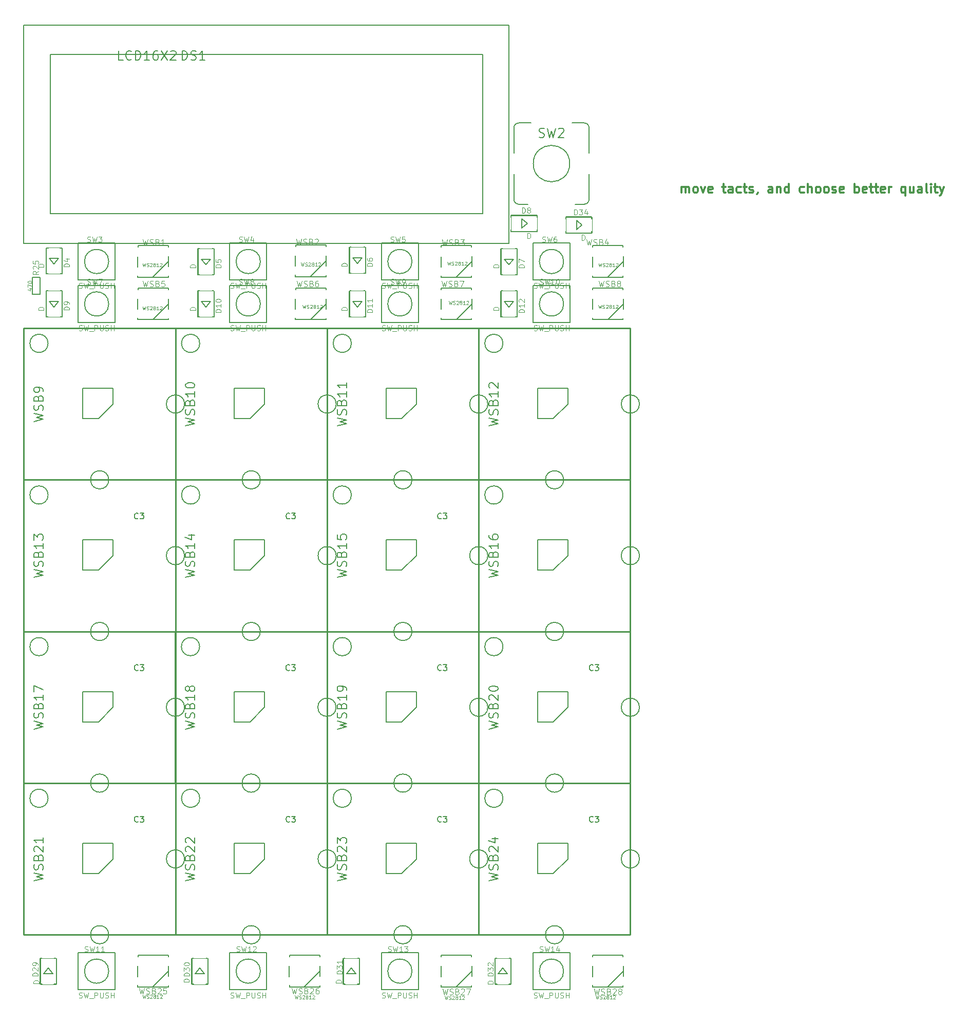
<source format=gto>
G04 #@! TF.FileFunction,Legend,Top*
%FSLAX46Y46*%
G04 Gerber Fmt 4.6, Leading zero omitted, Abs format (unit mm)*
G04 Created by KiCad (PCBNEW 4.0.4-stable) date 11/10/17 13:29:54*
%MOMM*%
%LPD*%
G01*
G04 APERTURE LIST*
%ADD10C,2.000000*%
%ADD11C,0.300000*%
%ADD12C,0.150000*%
%ADD13C,0.066040*%
%ADD14C,0.127000*%
%ADD15C,0.254000*%
%ADD16C,0.203200*%
%ADD17C,0.101600*%
%ADD18C,0.081280*%
%ADD19C,0.048768*%
%ADD20C,0.152400*%
%ADD21C,0.076200*%
G04 APERTURE END LIST*
D10*
D11*
X108428572Y-27678571D02*
X108428572Y-26678571D01*
X108428572Y-26821429D02*
X108500000Y-26750000D01*
X108642858Y-26678571D01*
X108857143Y-26678571D01*
X109000000Y-26750000D01*
X109071429Y-26892857D01*
X109071429Y-27678571D01*
X109071429Y-26892857D02*
X109142858Y-26750000D01*
X109285715Y-26678571D01*
X109500000Y-26678571D01*
X109642858Y-26750000D01*
X109714286Y-26892857D01*
X109714286Y-27678571D01*
X110642858Y-27678571D02*
X110500000Y-27607143D01*
X110428572Y-27535714D01*
X110357143Y-27392857D01*
X110357143Y-26964286D01*
X110428572Y-26821429D01*
X110500000Y-26750000D01*
X110642858Y-26678571D01*
X110857143Y-26678571D01*
X111000000Y-26750000D01*
X111071429Y-26821429D01*
X111142858Y-26964286D01*
X111142858Y-27392857D01*
X111071429Y-27535714D01*
X111000000Y-27607143D01*
X110857143Y-27678571D01*
X110642858Y-27678571D01*
X111642858Y-26678571D02*
X112000001Y-27678571D01*
X112357143Y-26678571D01*
X113500000Y-27607143D02*
X113357143Y-27678571D01*
X113071429Y-27678571D01*
X112928572Y-27607143D01*
X112857143Y-27464286D01*
X112857143Y-26892857D01*
X112928572Y-26750000D01*
X113071429Y-26678571D01*
X113357143Y-26678571D01*
X113500000Y-26750000D01*
X113571429Y-26892857D01*
X113571429Y-27035714D01*
X112857143Y-27178571D01*
X115142857Y-26678571D02*
X115714286Y-26678571D01*
X115357143Y-26178571D02*
X115357143Y-27464286D01*
X115428571Y-27607143D01*
X115571429Y-27678571D01*
X115714286Y-27678571D01*
X116857143Y-27678571D02*
X116857143Y-26892857D01*
X116785714Y-26750000D01*
X116642857Y-26678571D01*
X116357143Y-26678571D01*
X116214286Y-26750000D01*
X116857143Y-27607143D02*
X116714286Y-27678571D01*
X116357143Y-27678571D01*
X116214286Y-27607143D01*
X116142857Y-27464286D01*
X116142857Y-27321429D01*
X116214286Y-27178571D01*
X116357143Y-27107143D01*
X116714286Y-27107143D01*
X116857143Y-27035714D01*
X118214286Y-27607143D02*
X118071429Y-27678571D01*
X117785715Y-27678571D01*
X117642857Y-27607143D01*
X117571429Y-27535714D01*
X117500000Y-27392857D01*
X117500000Y-26964286D01*
X117571429Y-26821429D01*
X117642857Y-26750000D01*
X117785715Y-26678571D01*
X118071429Y-26678571D01*
X118214286Y-26750000D01*
X118642857Y-26678571D02*
X119214286Y-26678571D01*
X118857143Y-26178571D02*
X118857143Y-27464286D01*
X118928571Y-27607143D01*
X119071429Y-27678571D01*
X119214286Y-27678571D01*
X119642857Y-27607143D02*
X119785714Y-27678571D01*
X120071429Y-27678571D01*
X120214286Y-27607143D01*
X120285714Y-27464286D01*
X120285714Y-27392857D01*
X120214286Y-27250000D01*
X120071429Y-27178571D01*
X119857143Y-27178571D01*
X119714286Y-27107143D01*
X119642857Y-26964286D01*
X119642857Y-26892857D01*
X119714286Y-26750000D01*
X119857143Y-26678571D01*
X120071429Y-26678571D01*
X120214286Y-26750000D01*
X121000000Y-27607143D02*
X121000000Y-27678571D01*
X120928572Y-27821429D01*
X120857143Y-27892857D01*
X123428572Y-27678571D02*
X123428572Y-26892857D01*
X123357143Y-26750000D01*
X123214286Y-26678571D01*
X122928572Y-26678571D01*
X122785715Y-26750000D01*
X123428572Y-27607143D02*
X123285715Y-27678571D01*
X122928572Y-27678571D01*
X122785715Y-27607143D01*
X122714286Y-27464286D01*
X122714286Y-27321429D01*
X122785715Y-27178571D01*
X122928572Y-27107143D01*
X123285715Y-27107143D01*
X123428572Y-27035714D01*
X124142858Y-26678571D02*
X124142858Y-27678571D01*
X124142858Y-26821429D02*
X124214286Y-26750000D01*
X124357144Y-26678571D01*
X124571429Y-26678571D01*
X124714286Y-26750000D01*
X124785715Y-26892857D01*
X124785715Y-27678571D01*
X126142858Y-27678571D02*
X126142858Y-26178571D01*
X126142858Y-27607143D02*
X126000001Y-27678571D01*
X125714287Y-27678571D01*
X125571429Y-27607143D01*
X125500001Y-27535714D01*
X125428572Y-27392857D01*
X125428572Y-26964286D01*
X125500001Y-26821429D01*
X125571429Y-26750000D01*
X125714287Y-26678571D01*
X126000001Y-26678571D01*
X126142858Y-26750000D01*
X128642858Y-27607143D02*
X128500001Y-27678571D01*
X128214287Y-27678571D01*
X128071429Y-27607143D01*
X128000001Y-27535714D01*
X127928572Y-27392857D01*
X127928572Y-26964286D01*
X128000001Y-26821429D01*
X128071429Y-26750000D01*
X128214287Y-26678571D01*
X128500001Y-26678571D01*
X128642858Y-26750000D01*
X129285715Y-27678571D02*
X129285715Y-26178571D01*
X129928572Y-27678571D02*
X129928572Y-26892857D01*
X129857143Y-26750000D01*
X129714286Y-26678571D01*
X129500001Y-26678571D01*
X129357143Y-26750000D01*
X129285715Y-26821429D01*
X130857144Y-27678571D02*
X130714286Y-27607143D01*
X130642858Y-27535714D01*
X130571429Y-27392857D01*
X130571429Y-26964286D01*
X130642858Y-26821429D01*
X130714286Y-26750000D01*
X130857144Y-26678571D01*
X131071429Y-26678571D01*
X131214286Y-26750000D01*
X131285715Y-26821429D01*
X131357144Y-26964286D01*
X131357144Y-27392857D01*
X131285715Y-27535714D01*
X131214286Y-27607143D01*
X131071429Y-27678571D01*
X130857144Y-27678571D01*
X132214287Y-27678571D02*
X132071429Y-27607143D01*
X132000001Y-27535714D01*
X131928572Y-27392857D01*
X131928572Y-26964286D01*
X132000001Y-26821429D01*
X132071429Y-26750000D01*
X132214287Y-26678571D01*
X132428572Y-26678571D01*
X132571429Y-26750000D01*
X132642858Y-26821429D01*
X132714287Y-26964286D01*
X132714287Y-27392857D01*
X132642858Y-27535714D01*
X132571429Y-27607143D01*
X132428572Y-27678571D01*
X132214287Y-27678571D01*
X133285715Y-27607143D02*
X133428572Y-27678571D01*
X133714287Y-27678571D01*
X133857144Y-27607143D01*
X133928572Y-27464286D01*
X133928572Y-27392857D01*
X133857144Y-27250000D01*
X133714287Y-27178571D01*
X133500001Y-27178571D01*
X133357144Y-27107143D01*
X133285715Y-26964286D01*
X133285715Y-26892857D01*
X133357144Y-26750000D01*
X133500001Y-26678571D01*
X133714287Y-26678571D01*
X133857144Y-26750000D01*
X135142858Y-27607143D02*
X135000001Y-27678571D01*
X134714287Y-27678571D01*
X134571430Y-27607143D01*
X134500001Y-27464286D01*
X134500001Y-26892857D01*
X134571430Y-26750000D01*
X134714287Y-26678571D01*
X135000001Y-26678571D01*
X135142858Y-26750000D01*
X135214287Y-26892857D01*
X135214287Y-27035714D01*
X134500001Y-27178571D01*
X137000001Y-27678571D02*
X137000001Y-26178571D01*
X137000001Y-26750000D02*
X137142858Y-26678571D01*
X137428572Y-26678571D01*
X137571429Y-26750000D01*
X137642858Y-26821429D01*
X137714287Y-26964286D01*
X137714287Y-27392857D01*
X137642858Y-27535714D01*
X137571429Y-27607143D01*
X137428572Y-27678571D01*
X137142858Y-27678571D01*
X137000001Y-27607143D01*
X138928572Y-27607143D02*
X138785715Y-27678571D01*
X138500001Y-27678571D01*
X138357144Y-27607143D01*
X138285715Y-27464286D01*
X138285715Y-26892857D01*
X138357144Y-26750000D01*
X138500001Y-26678571D01*
X138785715Y-26678571D01*
X138928572Y-26750000D01*
X139000001Y-26892857D01*
X139000001Y-27035714D01*
X138285715Y-27178571D01*
X139428572Y-26678571D02*
X140000001Y-26678571D01*
X139642858Y-26178571D02*
X139642858Y-27464286D01*
X139714286Y-27607143D01*
X139857144Y-27678571D01*
X140000001Y-27678571D01*
X140285715Y-26678571D02*
X140857144Y-26678571D01*
X140500001Y-26178571D02*
X140500001Y-27464286D01*
X140571429Y-27607143D01*
X140714287Y-27678571D01*
X140857144Y-27678571D01*
X141928572Y-27607143D02*
X141785715Y-27678571D01*
X141500001Y-27678571D01*
X141357144Y-27607143D01*
X141285715Y-27464286D01*
X141285715Y-26892857D01*
X141357144Y-26750000D01*
X141500001Y-26678571D01*
X141785715Y-26678571D01*
X141928572Y-26750000D01*
X142000001Y-26892857D01*
X142000001Y-27035714D01*
X141285715Y-27178571D01*
X142642858Y-27678571D02*
X142642858Y-26678571D01*
X142642858Y-26964286D02*
X142714286Y-26821429D01*
X142785715Y-26750000D01*
X142928572Y-26678571D01*
X143071429Y-26678571D01*
X145357143Y-26678571D02*
X145357143Y-28178571D01*
X145357143Y-27607143D02*
X145214286Y-27678571D01*
X144928572Y-27678571D01*
X144785714Y-27607143D01*
X144714286Y-27535714D01*
X144642857Y-27392857D01*
X144642857Y-26964286D01*
X144714286Y-26821429D01*
X144785714Y-26750000D01*
X144928572Y-26678571D01*
X145214286Y-26678571D01*
X145357143Y-26750000D01*
X146714286Y-26678571D02*
X146714286Y-27678571D01*
X146071429Y-26678571D02*
X146071429Y-27464286D01*
X146142857Y-27607143D01*
X146285715Y-27678571D01*
X146500000Y-27678571D01*
X146642857Y-27607143D01*
X146714286Y-27535714D01*
X148071429Y-27678571D02*
X148071429Y-26892857D01*
X148000000Y-26750000D01*
X147857143Y-26678571D01*
X147571429Y-26678571D01*
X147428572Y-26750000D01*
X148071429Y-27607143D02*
X147928572Y-27678571D01*
X147571429Y-27678571D01*
X147428572Y-27607143D01*
X147357143Y-27464286D01*
X147357143Y-27321429D01*
X147428572Y-27178571D01*
X147571429Y-27107143D01*
X147928572Y-27107143D01*
X148071429Y-27035714D01*
X149000001Y-27678571D02*
X148857143Y-27607143D01*
X148785715Y-27464286D01*
X148785715Y-26178571D01*
X149571429Y-27678571D02*
X149571429Y-26678571D01*
X149571429Y-26178571D02*
X149500000Y-26250000D01*
X149571429Y-26321429D01*
X149642857Y-26250000D01*
X149571429Y-26178571D01*
X149571429Y-26321429D01*
X150071429Y-26678571D02*
X150642858Y-26678571D01*
X150285715Y-26178571D02*
X150285715Y-27464286D01*
X150357143Y-27607143D01*
X150500001Y-27678571D01*
X150642858Y-27678571D01*
X151000001Y-26678571D02*
X151357144Y-27678571D01*
X151714286Y-26678571D02*
X151357144Y-27678571D01*
X151214286Y-28035714D01*
X151142858Y-28107143D01*
X151000001Y-28178571D01*
D12*
X14000000Y-39000000D02*
G75*
G03X14000000Y-39000000I-2000000J0D01*
G01*
D13*
X8952000Y-42048000D02*
X15048000Y-42048000D01*
X15048000Y-42048000D02*
X15048000Y-35952000D01*
X8952000Y-35952000D02*
X15048000Y-35952000D01*
X8952000Y-42048000D02*
X8952000Y-35952000D01*
D14*
X8952000Y-35952000D02*
X15048000Y-35952000D01*
X15048000Y-35952000D02*
X15048000Y-42048000D01*
X15048000Y-42048000D02*
X8952000Y-42048000D01*
X8952000Y-42048000D02*
X8952000Y-35952000D01*
D12*
X4000000Y-52500000D02*
G75*
G03X4000000Y-52500000I-1500000J0D01*
G01*
X14000000Y-75000000D02*
G75*
G03X14000000Y-75000000I-1500000J0D01*
G01*
X26500000Y-62500000D02*
G75*
G03X26500000Y-62500000I-1500000J0D01*
G01*
X12300000Y-64900000D02*
X14700000Y-62500000D01*
X9700000Y-64900000D02*
X12300000Y-64900000D01*
X9700000Y-59900000D02*
X9700000Y-64900000D01*
X14700000Y-59900000D02*
X9700000Y-59900000D01*
X14700000Y-62500000D02*
X14700000Y-59900000D01*
D15*
X0Y-75000000D02*
X0Y-50000000D01*
X0Y-50000000D02*
X25000000Y-50000000D01*
X25000000Y-50000000D02*
X25000000Y-75000000D01*
X25000000Y-75000000D02*
X0Y-75000000D01*
D12*
X29000000Y-52500000D02*
G75*
G03X29000000Y-52500000I-1500000J0D01*
G01*
X39000000Y-75000000D02*
G75*
G03X39000000Y-75000000I-1500000J0D01*
G01*
X51500000Y-62500000D02*
G75*
G03X51500000Y-62500000I-1500000J0D01*
G01*
X37300000Y-64900000D02*
X39700000Y-62500000D01*
X34700000Y-64900000D02*
X37300000Y-64900000D01*
X34700000Y-59900000D02*
X34700000Y-64900000D01*
X39700000Y-59900000D02*
X34700000Y-59900000D01*
X39700000Y-62500000D02*
X39700000Y-59900000D01*
D15*
X25000000Y-75000000D02*
X25000000Y-50000000D01*
X25000000Y-50000000D02*
X50000000Y-50000000D01*
X50000000Y-50000000D02*
X50000000Y-75000000D01*
X50000000Y-75000000D02*
X25000000Y-75000000D01*
D16*
X0Y0D02*
X80000000Y0D01*
X80000000Y0D02*
X80000000Y-36000000D01*
X80000000Y-36000000D02*
X0Y-36000000D01*
X0Y-36000000D02*
X0Y0D01*
X4350000Y-4850000D02*
X75650000Y-4850000D01*
X75650000Y-4850000D02*
X75650000Y-31150000D01*
X75650000Y-31150000D02*
X4350000Y-31150000D01*
X4350000Y-31150000D02*
X4350000Y-4850000D01*
X93195000Y-24560000D02*
X93195000Y-28753800D01*
X92388800Y-29560000D02*
G75*
G03X93195000Y-28753800I0J806200D01*
G01*
X92388800Y-29560000D02*
X90895000Y-29560000D01*
X81601200Y-29560000D02*
G75*
G02X80795000Y-28753800I0J806200D01*
G01*
X81601200Y-29560000D02*
X83095000Y-29560000D01*
X80795000Y-24560000D02*
X80795000Y-28753800D01*
X80795000Y-21160000D02*
X80795000Y-16966200D01*
X81601200Y-16160000D02*
G75*
G03X80795000Y-16966200I0J-806200D01*
G01*
X81601200Y-16160000D02*
X83595000Y-16160000D01*
X92388800Y-16160000D02*
G75*
G02X93195000Y-16966200I0J-806200D01*
G01*
X92388800Y-16160000D02*
X90395000Y-16160000D01*
X93195000Y-21160000D02*
X93195000Y-16966200D01*
X89995000Y-22860000D02*
G75*
G03X89995000Y-22860000I-3000000J0D01*
G01*
X18810800Y-36637797D02*
X18810800Y-36383797D01*
X18810800Y-36383797D02*
X18861600Y-36383797D01*
X18861600Y-36383797D02*
X18861600Y-36388878D01*
X18861600Y-36388878D02*
X23812059Y-36388878D01*
X23812059Y-36388878D02*
X23812059Y-36620019D01*
X18790481Y-41319022D02*
X18790481Y-41590800D01*
X18790481Y-41590800D02*
X18841281Y-41590800D01*
X18841281Y-41590800D02*
X18841281Y-41593341D01*
X18841281Y-41593341D02*
X23809519Y-41593341D01*
X23809519Y-41593341D02*
X23809519Y-41367281D01*
X18760000Y-39889000D02*
X18760000Y-38187200D01*
X23840000Y-38136400D02*
X23840000Y-39000000D01*
X23840000Y-39000000D02*
X23840000Y-39863600D01*
X23840000Y-39000000D02*
X21300000Y-41540000D01*
X44810800Y-36537797D02*
X44810800Y-36283797D01*
X44810800Y-36283797D02*
X44861600Y-36283797D01*
X44861600Y-36283797D02*
X44861600Y-36288878D01*
X44861600Y-36288878D02*
X49812059Y-36288878D01*
X49812059Y-36288878D02*
X49812059Y-36520019D01*
X44790481Y-41219022D02*
X44790481Y-41490800D01*
X44790481Y-41490800D02*
X44841281Y-41490800D01*
X44841281Y-41490800D02*
X44841281Y-41493341D01*
X44841281Y-41493341D02*
X49809519Y-41493341D01*
X49809519Y-41493341D02*
X49809519Y-41267281D01*
X44760000Y-39789000D02*
X44760000Y-38087200D01*
X49840000Y-38036400D02*
X49840000Y-38900000D01*
X49840000Y-38900000D02*
X49840000Y-39763600D01*
X49840000Y-38900000D02*
X47300000Y-41440000D01*
X68810800Y-36637797D02*
X68810800Y-36383797D01*
X68810800Y-36383797D02*
X68861600Y-36383797D01*
X68861600Y-36383797D02*
X68861600Y-36388878D01*
X68861600Y-36388878D02*
X73812059Y-36388878D01*
X73812059Y-36388878D02*
X73812059Y-36620019D01*
X68790481Y-41319022D02*
X68790481Y-41590800D01*
X68790481Y-41590800D02*
X68841281Y-41590800D01*
X68841281Y-41590800D02*
X68841281Y-41593341D01*
X68841281Y-41593341D02*
X73809519Y-41593341D01*
X73809519Y-41593341D02*
X73809519Y-41367281D01*
X68760000Y-39889000D02*
X68760000Y-38187200D01*
X73840000Y-38136400D02*
X73840000Y-39000000D01*
X73840000Y-39000000D02*
X73840000Y-39863600D01*
X73840000Y-39000000D02*
X71300000Y-41540000D01*
X93810800Y-36637797D02*
X93810800Y-36383797D01*
X93810800Y-36383797D02*
X93861600Y-36383797D01*
X93861600Y-36383797D02*
X93861600Y-36388878D01*
X93861600Y-36388878D02*
X98812059Y-36388878D01*
X98812059Y-36388878D02*
X98812059Y-36620019D01*
X93790481Y-41319022D02*
X93790481Y-41590800D01*
X93790481Y-41590800D02*
X93841281Y-41590800D01*
X93841281Y-41590800D02*
X93841281Y-41593341D01*
X93841281Y-41593341D02*
X98809519Y-41593341D01*
X98809519Y-41593341D02*
X98809519Y-41367281D01*
X93760000Y-39889000D02*
X93760000Y-38187200D01*
X98840000Y-38136400D02*
X98840000Y-39000000D01*
X98840000Y-39000000D02*
X98840000Y-39863600D01*
X98840000Y-39000000D02*
X96300000Y-41540000D01*
X18810800Y-43637797D02*
X18810800Y-43383797D01*
X18810800Y-43383797D02*
X18861600Y-43383797D01*
X18861600Y-43383797D02*
X18861600Y-43388878D01*
X18861600Y-43388878D02*
X23812059Y-43388878D01*
X23812059Y-43388878D02*
X23812059Y-43620019D01*
X18790481Y-48319022D02*
X18790481Y-48590800D01*
X18790481Y-48590800D02*
X18841281Y-48590800D01*
X18841281Y-48590800D02*
X18841281Y-48593341D01*
X18841281Y-48593341D02*
X23809519Y-48593341D01*
X23809519Y-48593341D02*
X23809519Y-48367281D01*
X18760000Y-46889000D02*
X18760000Y-45187200D01*
X23840000Y-45136400D02*
X23840000Y-46000000D01*
X23840000Y-46000000D02*
X23840000Y-46863600D01*
X23840000Y-46000000D02*
X21300000Y-48540000D01*
X44810800Y-43637797D02*
X44810800Y-43383797D01*
X44810800Y-43383797D02*
X44861600Y-43383797D01*
X44861600Y-43383797D02*
X44861600Y-43388878D01*
X44861600Y-43388878D02*
X49812059Y-43388878D01*
X49812059Y-43388878D02*
X49812059Y-43620019D01*
X44790481Y-48319022D02*
X44790481Y-48590800D01*
X44790481Y-48590800D02*
X44841281Y-48590800D01*
X44841281Y-48590800D02*
X44841281Y-48593341D01*
X44841281Y-48593341D02*
X49809519Y-48593341D01*
X49809519Y-48593341D02*
X49809519Y-48367281D01*
X44760000Y-46889000D02*
X44760000Y-45187200D01*
X49840000Y-45136400D02*
X49840000Y-46000000D01*
X49840000Y-46000000D02*
X49840000Y-46863600D01*
X49840000Y-46000000D02*
X47300000Y-48540000D01*
X68810800Y-43637797D02*
X68810800Y-43383797D01*
X68810800Y-43383797D02*
X68861600Y-43383797D01*
X68861600Y-43383797D02*
X68861600Y-43388878D01*
X68861600Y-43388878D02*
X73812059Y-43388878D01*
X73812059Y-43388878D02*
X73812059Y-43620019D01*
X68790481Y-48319022D02*
X68790481Y-48590800D01*
X68790481Y-48590800D02*
X68841281Y-48590800D01*
X68841281Y-48590800D02*
X68841281Y-48593341D01*
X68841281Y-48593341D02*
X73809519Y-48593341D01*
X73809519Y-48593341D02*
X73809519Y-48367281D01*
X68760000Y-46889000D02*
X68760000Y-45187200D01*
X73840000Y-45136400D02*
X73840000Y-46000000D01*
X73840000Y-46000000D02*
X73840000Y-46863600D01*
X73840000Y-46000000D02*
X71300000Y-48540000D01*
X93810800Y-43637797D02*
X93810800Y-43383797D01*
X93810800Y-43383797D02*
X93861600Y-43383797D01*
X93861600Y-43383797D02*
X93861600Y-43388878D01*
X93861600Y-43388878D02*
X98812059Y-43388878D01*
X98812059Y-43388878D02*
X98812059Y-43620019D01*
X93790481Y-48319022D02*
X93790481Y-48590800D01*
X93790481Y-48590800D02*
X93841281Y-48590800D01*
X93841281Y-48590800D02*
X93841281Y-48593341D01*
X93841281Y-48593341D02*
X98809519Y-48593341D01*
X98809519Y-48593341D02*
X98809519Y-48367281D01*
X93760000Y-46889000D02*
X93760000Y-45187200D01*
X98840000Y-45136400D02*
X98840000Y-46000000D01*
X98840000Y-46000000D02*
X98840000Y-46863600D01*
X98840000Y-46000000D02*
X96300000Y-48540000D01*
X18810800Y-153637797D02*
X18810800Y-153383797D01*
X18810800Y-153383797D02*
X18861600Y-153383797D01*
X18861600Y-153383797D02*
X18861600Y-153388878D01*
X18861600Y-153388878D02*
X23812059Y-153388878D01*
X23812059Y-153388878D02*
X23812059Y-153620019D01*
X18790481Y-158319022D02*
X18790481Y-158590800D01*
X18790481Y-158590800D02*
X18841281Y-158590800D01*
X18841281Y-158590800D02*
X18841281Y-158593341D01*
X18841281Y-158593341D02*
X23809519Y-158593341D01*
X23809519Y-158593341D02*
X23809519Y-158367281D01*
X18760000Y-156889000D02*
X18760000Y-155187200D01*
X23840000Y-155136400D02*
X23840000Y-156000000D01*
X23840000Y-156000000D02*
X23840000Y-156863600D01*
X23840000Y-156000000D02*
X21300000Y-158540000D01*
X43810800Y-153637797D02*
X43810800Y-153383797D01*
X43810800Y-153383797D02*
X43861600Y-153383797D01*
X43861600Y-153383797D02*
X43861600Y-153388878D01*
X43861600Y-153388878D02*
X48812059Y-153388878D01*
X48812059Y-153388878D02*
X48812059Y-153620019D01*
X43790481Y-158319022D02*
X43790481Y-158590800D01*
X43790481Y-158590800D02*
X43841281Y-158590800D01*
X43841281Y-158590800D02*
X43841281Y-158593341D01*
X43841281Y-158593341D02*
X48809519Y-158593341D01*
X48809519Y-158593341D02*
X48809519Y-158367281D01*
X43760000Y-156889000D02*
X43760000Y-155187200D01*
X48840000Y-155136400D02*
X48840000Y-156000000D01*
X48840000Y-156000000D02*
X48840000Y-156863600D01*
X48840000Y-156000000D02*
X46300000Y-158540000D01*
X68810800Y-153637797D02*
X68810800Y-153383797D01*
X68810800Y-153383797D02*
X68861600Y-153383797D01*
X68861600Y-153383797D02*
X68861600Y-153388878D01*
X68861600Y-153388878D02*
X73812059Y-153388878D01*
X73812059Y-153388878D02*
X73812059Y-153620019D01*
X68790481Y-158319022D02*
X68790481Y-158590800D01*
X68790481Y-158590800D02*
X68841281Y-158590800D01*
X68841281Y-158590800D02*
X68841281Y-158593341D01*
X68841281Y-158593341D02*
X73809519Y-158593341D01*
X73809519Y-158593341D02*
X73809519Y-158367281D01*
X68760000Y-156889000D02*
X68760000Y-155187200D01*
X73840000Y-155136400D02*
X73840000Y-156000000D01*
X73840000Y-156000000D02*
X73840000Y-156863600D01*
X73840000Y-156000000D02*
X71300000Y-158540000D01*
X93810800Y-153637797D02*
X93810800Y-153383797D01*
X93810800Y-153383797D02*
X93861600Y-153383797D01*
X93861600Y-153383797D02*
X93861600Y-153388878D01*
X93861600Y-153388878D02*
X98812059Y-153388878D01*
X98812059Y-153388878D02*
X98812059Y-153620019D01*
X93790481Y-158319022D02*
X93790481Y-158590800D01*
X93790481Y-158590800D02*
X93841281Y-158590800D01*
X93841281Y-158590800D02*
X93841281Y-158593341D01*
X93841281Y-158593341D02*
X98809519Y-158593341D01*
X98809519Y-158593341D02*
X98809519Y-158367281D01*
X93760000Y-156889000D02*
X93760000Y-155187200D01*
X98840000Y-155136400D02*
X98840000Y-156000000D01*
X98840000Y-156000000D02*
X98840000Y-156863600D01*
X98840000Y-156000000D02*
X96300000Y-158540000D01*
D12*
X54000000Y-52500000D02*
G75*
G03X54000000Y-52500000I-1500000J0D01*
G01*
X64000000Y-75000000D02*
G75*
G03X64000000Y-75000000I-1500000J0D01*
G01*
X76500000Y-62500000D02*
G75*
G03X76500000Y-62500000I-1500000J0D01*
G01*
X62300000Y-64900000D02*
X64700000Y-62500000D01*
X59700000Y-64900000D02*
X62300000Y-64900000D01*
X59700000Y-59900000D02*
X59700000Y-64900000D01*
X64700000Y-59900000D02*
X59700000Y-59900000D01*
X64700000Y-62500000D02*
X64700000Y-59900000D01*
D15*
X50000000Y-75000000D02*
X50000000Y-50000000D01*
X50000000Y-50000000D02*
X75000000Y-50000000D01*
X75000000Y-50000000D02*
X75000000Y-75000000D01*
X75000000Y-75000000D02*
X50000000Y-75000000D01*
D12*
X79000000Y-52500000D02*
G75*
G03X79000000Y-52500000I-1500000J0D01*
G01*
X89000000Y-75000000D02*
G75*
G03X89000000Y-75000000I-1500000J0D01*
G01*
X101500000Y-62500000D02*
G75*
G03X101500000Y-62500000I-1500000J0D01*
G01*
X87300000Y-64900000D02*
X89700000Y-62500000D01*
X84700000Y-64900000D02*
X87300000Y-64900000D01*
X84700000Y-59900000D02*
X84700000Y-64900000D01*
X89700000Y-59900000D02*
X84700000Y-59900000D01*
X89700000Y-62500000D02*
X89700000Y-59900000D01*
D15*
X75000000Y-75000000D02*
X75000000Y-50000000D01*
X75000000Y-50000000D02*
X100000000Y-50000000D01*
X100000000Y-50000000D02*
X100000000Y-75000000D01*
X100000000Y-75000000D02*
X75000000Y-75000000D01*
D12*
X4000000Y-77500000D02*
G75*
G03X4000000Y-77500000I-1500000J0D01*
G01*
X14000000Y-100000000D02*
G75*
G03X14000000Y-100000000I-1500000J0D01*
G01*
X26500000Y-87500000D02*
G75*
G03X26500000Y-87500000I-1500000J0D01*
G01*
X12300000Y-89900000D02*
X14700000Y-87500000D01*
X9700000Y-89900000D02*
X12300000Y-89900000D01*
X9700000Y-84900000D02*
X9700000Y-89900000D01*
X14700000Y-84900000D02*
X9700000Y-84900000D01*
X14700000Y-87500000D02*
X14700000Y-84900000D01*
D15*
X0Y-100000000D02*
X0Y-75000000D01*
X0Y-75000000D02*
X25000000Y-75000000D01*
X25000000Y-75000000D02*
X25000000Y-100000000D01*
X25000000Y-100000000D02*
X0Y-100000000D01*
D12*
X29000000Y-77500000D02*
G75*
G03X29000000Y-77500000I-1500000J0D01*
G01*
X39000000Y-100000000D02*
G75*
G03X39000000Y-100000000I-1500000J0D01*
G01*
X51500000Y-87500000D02*
G75*
G03X51500000Y-87500000I-1500000J0D01*
G01*
X37300000Y-89900000D02*
X39700000Y-87500000D01*
X34700000Y-89900000D02*
X37300000Y-89900000D01*
X34700000Y-84900000D02*
X34700000Y-89900000D01*
X39700000Y-84900000D02*
X34700000Y-84900000D01*
X39700000Y-87500000D02*
X39700000Y-84900000D01*
D15*
X25000000Y-100000000D02*
X25000000Y-75000000D01*
X25000000Y-75000000D02*
X50000000Y-75000000D01*
X50000000Y-75000000D02*
X50000000Y-100000000D01*
X50000000Y-100000000D02*
X25000000Y-100000000D01*
D12*
X54000000Y-77500000D02*
G75*
G03X54000000Y-77500000I-1500000J0D01*
G01*
X64000000Y-100000000D02*
G75*
G03X64000000Y-100000000I-1500000J0D01*
G01*
X76500000Y-87500000D02*
G75*
G03X76500000Y-87500000I-1500000J0D01*
G01*
X62300000Y-89900000D02*
X64700000Y-87500000D01*
X59700000Y-89900000D02*
X62300000Y-89900000D01*
X59700000Y-84900000D02*
X59700000Y-89900000D01*
X64700000Y-84900000D02*
X59700000Y-84900000D01*
X64700000Y-87500000D02*
X64700000Y-84900000D01*
D15*
X50000000Y-100000000D02*
X50000000Y-75000000D01*
X50000000Y-75000000D02*
X75000000Y-75000000D01*
X75000000Y-75000000D02*
X75000000Y-100000000D01*
X75000000Y-100000000D02*
X50000000Y-100000000D01*
D12*
X79000000Y-77500000D02*
G75*
G03X79000000Y-77500000I-1500000J0D01*
G01*
X89000000Y-100000000D02*
G75*
G03X89000000Y-100000000I-1500000J0D01*
G01*
X101500000Y-87500000D02*
G75*
G03X101500000Y-87500000I-1500000J0D01*
G01*
X87300000Y-89900000D02*
X89700000Y-87500000D01*
X84700000Y-89900000D02*
X87300000Y-89900000D01*
X84700000Y-84900000D02*
X84700000Y-89900000D01*
X89700000Y-84900000D02*
X84700000Y-84900000D01*
X89700000Y-87500000D02*
X89700000Y-84900000D01*
D15*
X75000000Y-100000000D02*
X75000000Y-75000000D01*
X75000000Y-75000000D02*
X100000000Y-75000000D01*
X100000000Y-75000000D02*
X100000000Y-100000000D01*
X100000000Y-100000000D02*
X75000000Y-100000000D01*
D12*
X4000000Y-102500000D02*
G75*
G03X4000000Y-102500000I-1500000J0D01*
G01*
X14000000Y-125000000D02*
G75*
G03X14000000Y-125000000I-1500000J0D01*
G01*
X26500000Y-112500000D02*
G75*
G03X26500000Y-112500000I-1500000J0D01*
G01*
X12300000Y-114900000D02*
X14700000Y-112500000D01*
X9700000Y-114900000D02*
X12300000Y-114900000D01*
X9700000Y-109900000D02*
X9700000Y-114900000D01*
X14700000Y-109900000D02*
X9700000Y-109900000D01*
X14700000Y-112500000D02*
X14700000Y-109900000D01*
D15*
X0Y-125000000D02*
X0Y-100000000D01*
X0Y-100000000D02*
X25000000Y-100000000D01*
X25000000Y-100000000D02*
X25000000Y-125000000D01*
X25000000Y-125000000D02*
X0Y-125000000D01*
D12*
X28977000Y-102500000D02*
G75*
G03X28977000Y-102500000I-1500000J0D01*
G01*
X38977000Y-125000000D02*
G75*
G03X38977000Y-125000000I-1500000J0D01*
G01*
X51477000Y-112500000D02*
G75*
G03X51477000Y-112500000I-1500000J0D01*
G01*
X37277000Y-114900000D02*
X39677000Y-112500000D01*
X34677000Y-114900000D02*
X37277000Y-114900000D01*
X34677000Y-109900000D02*
X34677000Y-114900000D01*
X39677000Y-109900000D02*
X34677000Y-109900000D01*
X39677000Y-112500000D02*
X39677000Y-109900000D01*
D15*
X24977000Y-125000000D02*
X24977000Y-100000000D01*
X24977000Y-100000000D02*
X49977000Y-100000000D01*
X49977000Y-100000000D02*
X49977000Y-125000000D01*
X49977000Y-125000000D02*
X24977000Y-125000000D01*
D12*
X54000000Y-102500000D02*
G75*
G03X54000000Y-102500000I-1500000J0D01*
G01*
X64000000Y-125000000D02*
G75*
G03X64000000Y-125000000I-1500000J0D01*
G01*
X76500000Y-112500000D02*
G75*
G03X76500000Y-112500000I-1500000J0D01*
G01*
X62300000Y-114900000D02*
X64700000Y-112500000D01*
X59700000Y-114900000D02*
X62300000Y-114900000D01*
X59700000Y-109900000D02*
X59700000Y-114900000D01*
X64700000Y-109900000D02*
X59700000Y-109900000D01*
X64700000Y-112500000D02*
X64700000Y-109900000D01*
D15*
X50000000Y-125000000D02*
X50000000Y-100000000D01*
X50000000Y-100000000D02*
X75000000Y-100000000D01*
X75000000Y-100000000D02*
X75000000Y-125000000D01*
X75000000Y-125000000D02*
X50000000Y-125000000D01*
D12*
X79000000Y-102500000D02*
G75*
G03X79000000Y-102500000I-1500000J0D01*
G01*
X89000000Y-125000000D02*
G75*
G03X89000000Y-125000000I-1500000J0D01*
G01*
X101500000Y-112500000D02*
G75*
G03X101500000Y-112500000I-1500000J0D01*
G01*
X87300000Y-114900000D02*
X89700000Y-112500000D01*
X84700000Y-114900000D02*
X87300000Y-114900000D01*
X84700000Y-109900000D02*
X84700000Y-114900000D01*
X89700000Y-109900000D02*
X84700000Y-109900000D01*
X89700000Y-112500000D02*
X89700000Y-109900000D01*
D15*
X75000000Y-125000000D02*
X75000000Y-100000000D01*
X75000000Y-100000000D02*
X100000000Y-100000000D01*
X100000000Y-100000000D02*
X100000000Y-125000000D01*
X100000000Y-125000000D02*
X75000000Y-125000000D01*
D12*
X4000000Y-127500000D02*
G75*
G03X4000000Y-127500000I-1500000J0D01*
G01*
X14000000Y-150000000D02*
G75*
G03X14000000Y-150000000I-1500000J0D01*
G01*
X26500000Y-137500000D02*
G75*
G03X26500000Y-137500000I-1500000J0D01*
G01*
X12300000Y-139900000D02*
X14700000Y-137500000D01*
X9700000Y-139900000D02*
X12300000Y-139900000D01*
X9700000Y-134900000D02*
X9700000Y-139900000D01*
X14700000Y-134900000D02*
X9700000Y-134900000D01*
X14700000Y-137500000D02*
X14700000Y-134900000D01*
D15*
X0Y-150000000D02*
X0Y-125000000D01*
X0Y-125000000D02*
X25000000Y-125000000D01*
X25000000Y-125000000D02*
X25000000Y-150000000D01*
X25000000Y-150000000D02*
X0Y-150000000D01*
D12*
X29000000Y-127500000D02*
G75*
G03X29000000Y-127500000I-1500000J0D01*
G01*
X39000000Y-150000000D02*
G75*
G03X39000000Y-150000000I-1500000J0D01*
G01*
X51500000Y-137500000D02*
G75*
G03X51500000Y-137500000I-1500000J0D01*
G01*
X37300000Y-139900000D02*
X39700000Y-137500000D01*
X34700000Y-139900000D02*
X37300000Y-139900000D01*
X34700000Y-134900000D02*
X34700000Y-139900000D01*
X39700000Y-134900000D02*
X34700000Y-134900000D01*
X39700000Y-137500000D02*
X39700000Y-134900000D01*
D15*
X25000000Y-150000000D02*
X25000000Y-125000000D01*
X25000000Y-125000000D02*
X50000000Y-125000000D01*
X50000000Y-125000000D02*
X50000000Y-150000000D01*
X50000000Y-150000000D02*
X25000000Y-150000000D01*
D12*
X54000000Y-127500000D02*
G75*
G03X54000000Y-127500000I-1500000J0D01*
G01*
X64000000Y-150000000D02*
G75*
G03X64000000Y-150000000I-1500000J0D01*
G01*
X76500000Y-137500000D02*
G75*
G03X76500000Y-137500000I-1500000J0D01*
G01*
X62300000Y-139900000D02*
X64700000Y-137500000D01*
X59700000Y-139900000D02*
X62300000Y-139900000D01*
X59700000Y-134900000D02*
X59700000Y-139900000D01*
X64700000Y-134900000D02*
X59700000Y-134900000D01*
X64700000Y-137500000D02*
X64700000Y-134900000D01*
D15*
X50000000Y-150000000D02*
X50000000Y-125000000D01*
X50000000Y-125000000D02*
X75000000Y-125000000D01*
X75000000Y-125000000D02*
X75000000Y-150000000D01*
X75000000Y-150000000D02*
X50000000Y-150000000D01*
D12*
X79000000Y-127500000D02*
G75*
G03X79000000Y-127500000I-1500000J0D01*
G01*
X89000000Y-150000000D02*
G75*
G03X89000000Y-150000000I-1500000J0D01*
G01*
X101500000Y-137500000D02*
G75*
G03X101500000Y-137500000I-1500000J0D01*
G01*
X87300000Y-139900000D02*
X89700000Y-137500000D01*
X84700000Y-139900000D02*
X87300000Y-139900000D01*
X84700000Y-134900000D02*
X84700000Y-139900000D01*
X89700000Y-134900000D02*
X84700000Y-134900000D01*
X89700000Y-137500000D02*
X89700000Y-134900000D01*
D15*
X75000000Y-150000000D02*
X75000000Y-125000000D01*
X75000000Y-125000000D02*
X100000000Y-125000000D01*
X100000000Y-125000000D02*
X100000000Y-150000000D01*
X100000000Y-150000000D02*
X75000000Y-150000000D01*
D13*
X3730000Y-36741000D02*
X3730000Y-41059000D01*
X3730000Y-41059000D02*
X6270000Y-41059000D01*
X6270000Y-36741000D02*
X6270000Y-41059000D01*
X3730000Y-36741000D02*
X6270000Y-36741000D01*
D14*
X6348740Y-36756240D02*
X6348740Y-41043760D01*
X3651260Y-41043760D02*
X3651260Y-36756240D01*
X6297940Y-41048840D02*
X5998220Y-41048840D01*
X3702060Y-41048840D02*
X4001780Y-41048840D01*
X3702060Y-36751160D02*
X4001780Y-36751160D01*
X6297940Y-36751160D02*
X5998220Y-36751160D01*
X5762000Y-38519000D02*
X5000000Y-39408000D01*
X5000000Y-39408000D02*
X4238000Y-38519000D01*
X4238000Y-38519000D02*
X5762000Y-38519000D01*
D13*
X28730000Y-36841000D02*
X28730000Y-41159000D01*
X28730000Y-41159000D02*
X31270000Y-41159000D01*
X31270000Y-36841000D02*
X31270000Y-41159000D01*
X28730000Y-36841000D02*
X31270000Y-36841000D01*
D14*
X31348740Y-36856240D02*
X31348740Y-41143760D01*
X28651260Y-41143760D02*
X28651260Y-36856240D01*
X31297940Y-41148840D02*
X30998220Y-41148840D01*
X28702060Y-41148840D02*
X29001780Y-41148840D01*
X28702060Y-36851160D02*
X29001780Y-36851160D01*
X31297940Y-36851160D02*
X30998220Y-36851160D01*
X30762000Y-38619000D02*
X30000000Y-39508000D01*
X30000000Y-39508000D02*
X29238000Y-38619000D01*
X29238000Y-38619000D02*
X30762000Y-38619000D01*
D13*
X53730000Y-36630600D02*
X53730000Y-40948600D01*
X53730000Y-40948600D02*
X56270000Y-40948600D01*
X56270000Y-36630600D02*
X56270000Y-40948600D01*
X53730000Y-36630600D02*
X56270000Y-36630600D01*
D14*
X56348740Y-36645840D02*
X56348740Y-40933360D01*
X53651260Y-40933360D02*
X53651260Y-36645840D01*
X56297940Y-40938440D02*
X55998220Y-40938440D01*
X53702060Y-40938440D02*
X54001780Y-40938440D01*
X53702060Y-36640760D02*
X54001780Y-36640760D01*
X56297940Y-36640760D02*
X55998220Y-36640760D01*
X55762000Y-38408600D02*
X55000000Y-39297600D01*
X55000000Y-39297600D02*
X54238000Y-38408600D01*
X54238000Y-38408600D02*
X55762000Y-38408600D01*
D13*
X78730000Y-36841000D02*
X78730000Y-41159000D01*
X78730000Y-41159000D02*
X81270000Y-41159000D01*
X81270000Y-36841000D02*
X81270000Y-41159000D01*
X78730000Y-36841000D02*
X81270000Y-36841000D01*
D14*
X81348740Y-36856240D02*
X81348740Y-41143760D01*
X78651260Y-41143760D02*
X78651260Y-36856240D01*
X81297940Y-41148840D02*
X80998220Y-41148840D01*
X78702060Y-41148840D02*
X79001780Y-41148840D01*
X78702060Y-36851160D02*
X79001780Y-36851160D01*
X81297940Y-36851160D02*
X80998220Y-36851160D01*
X80762000Y-38619000D02*
X80000000Y-39508000D01*
X80000000Y-39508000D02*
X79238000Y-38619000D01*
X79238000Y-38619000D02*
X80762000Y-38619000D01*
D13*
X80341000Y-33970000D02*
X84659000Y-33970000D01*
X84659000Y-33970000D02*
X84659000Y-31430000D01*
X80341000Y-31430000D02*
X84659000Y-31430000D01*
X80341000Y-33970000D02*
X80341000Y-31430000D01*
D14*
X80356240Y-31351260D02*
X84643760Y-31351260D01*
X84643760Y-34048740D02*
X80356240Y-34048740D01*
X84648840Y-31402060D02*
X84648840Y-31701780D01*
X84648840Y-33997940D02*
X84648840Y-33698220D01*
X80351160Y-33997940D02*
X80351160Y-33698220D01*
X80351160Y-31402060D02*
X80351160Y-31701780D01*
X82119000Y-31938000D02*
X83008000Y-32700000D01*
X83008000Y-32700000D02*
X82119000Y-33462000D01*
X82119000Y-33462000D02*
X82119000Y-31938000D01*
D13*
X3730000Y-43841000D02*
X3730000Y-48159000D01*
X3730000Y-48159000D02*
X6270000Y-48159000D01*
X6270000Y-43841000D02*
X6270000Y-48159000D01*
X3730000Y-43841000D02*
X6270000Y-43841000D01*
D14*
X6348740Y-43856240D02*
X6348740Y-48143760D01*
X3651260Y-48143760D02*
X3651260Y-43856240D01*
X6297940Y-48148840D02*
X5998220Y-48148840D01*
X3702060Y-48148840D02*
X4001780Y-48148840D01*
X3702060Y-43851160D02*
X4001780Y-43851160D01*
X6297940Y-43851160D02*
X5998220Y-43851160D01*
X5762000Y-45619000D02*
X5000000Y-46508000D01*
X5000000Y-46508000D02*
X4238000Y-45619000D01*
X4238000Y-45619000D02*
X5762000Y-45619000D01*
D13*
X28730000Y-43841000D02*
X28730000Y-48159000D01*
X28730000Y-48159000D02*
X31270000Y-48159000D01*
X31270000Y-43841000D02*
X31270000Y-48159000D01*
X28730000Y-43841000D02*
X31270000Y-43841000D01*
D14*
X31348740Y-43856240D02*
X31348740Y-48143760D01*
X28651260Y-48143760D02*
X28651260Y-43856240D01*
X31297940Y-48148840D02*
X30998220Y-48148840D01*
X28702060Y-48148840D02*
X29001780Y-48148840D01*
X28702060Y-43851160D02*
X29001780Y-43851160D01*
X31297940Y-43851160D02*
X30998220Y-43851160D01*
X30762000Y-45619000D02*
X30000000Y-46508000D01*
X30000000Y-46508000D02*
X29238000Y-45619000D01*
X29238000Y-45619000D02*
X30762000Y-45619000D01*
D13*
X53730000Y-43841000D02*
X53730000Y-48159000D01*
X53730000Y-48159000D02*
X56270000Y-48159000D01*
X56270000Y-43841000D02*
X56270000Y-48159000D01*
X53730000Y-43841000D02*
X56270000Y-43841000D01*
D14*
X56348740Y-43856240D02*
X56348740Y-48143760D01*
X53651260Y-48143760D02*
X53651260Y-43856240D01*
X56297940Y-48148840D02*
X55998220Y-48148840D01*
X53702060Y-48148840D02*
X54001780Y-48148840D01*
X53702060Y-43851160D02*
X54001780Y-43851160D01*
X56297940Y-43851160D02*
X55998220Y-43851160D01*
X55762000Y-45619000D02*
X55000000Y-46508000D01*
X55000000Y-46508000D02*
X54238000Y-45619000D01*
X54238000Y-45619000D02*
X55762000Y-45619000D01*
D13*
X78730000Y-43841000D02*
X78730000Y-48159000D01*
X78730000Y-48159000D02*
X81270000Y-48159000D01*
X81270000Y-43841000D02*
X81270000Y-48159000D01*
X78730000Y-43841000D02*
X81270000Y-43841000D01*
D14*
X81348740Y-43856240D02*
X81348740Y-48143760D01*
X78651260Y-48143760D02*
X78651260Y-43856240D01*
X81297940Y-48148840D02*
X80998220Y-48148840D01*
X78702060Y-48148840D02*
X79001780Y-48148840D01*
X78702060Y-43851160D02*
X79001780Y-43851160D01*
X81297940Y-43851160D02*
X80998220Y-43851160D01*
X80762000Y-45619000D02*
X80000000Y-46508000D01*
X80000000Y-46508000D02*
X79238000Y-45619000D01*
X79238000Y-45619000D02*
X80762000Y-45619000D01*
D13*
X5270000Y-158159000D02*
X5270000Y-153841000D01*
X5270000Y-153841000D02*
X2730000Y-153841000D01*
X2730000Y-158159000D02*
X2730000Y-153841000D01*
X5270000Y-158159000D02*
X2730000Y-158159000D01*
D14*
X2651260Y-158143760D02*
X2651260Y-153856240D01*
X5348740Y-153856240D02*
X5348740Y-158143760D01*
X2702060Y-153851160D02*
X3001780Y-153851160D01*
X5297940Y-153851160D02*
X4998220Y-153851160D01*
X5297940Y-158148840D02*
X4998220Y-158148840D01*
X2702060Y-158148840D02*
X3001780Y-158148840D01*
X3238000Y-156381000D02*
X4000000Y-155492000D01*
X4000000Y-155492000D02*
X4762000Y-156381000D01*
X4762000Y-156381000D02*
X3238000Y-156381000D01*
D13*
X30270000Y-158159000D02*
X30270000Y-153841000D01*
X30270000Y-153841000D02*
X27730000Y-153841000D01*
X27730000Y-158159000D02*
X27730000Y-153841000D01*
X30270000Y-158159000D02*
X27730000Y-158159000D01*
D14*
X27651260Y-158143760D02*
X27651260Y-153856240D01*
X30348740Y-153856240D02*
X30348740Y-158143760D01*
X27702060Y-153851160D02*
X28001780Y-153851160D01*
X30297940Y-153851160D02*
X29998220Y-153851160D01*
X30297940Y-158148840D02*
X29998220Y-158148840D01*
X27702060Y-158148840D02*
X28001780Y-158148840D01*
X28238000Y-156381000D02*
X29000000Y-155492000D01*
X29000000Y-155492000D02*
X29762000Y-156381000D01*
X29762000Y-156381000D02*
X28238000Y-156381000D01*
D13*
X55270000Y-158159000D02*
X55270000Y-153841000D01*
X55270000Y-153841000D02*
X52730000Y-153841000D01*
X52730000Y-158159000D02*
X52730000Y-153841000D01*
X55270000Y-158159000D02*
X52730000Y-158159000D01*
D14*
X52651260Y-158143760D02*
X52651260Y-153856240D01*
X55348740Y-153856240D02*
X55348740Y-158143760D01*
X52702060Y-153851160D02*
X53001780Y-153851160D01*
X55297940Y-153851160D02*
X54998220Y-153851160D01*
X55297940Y-158148840D02*
X54998220Y-158148840D01*
X52702060Y-158148840D02*
X53001780Y-158148840D01*
X53238000Y-156381000D02*
X54000000Y-155492000D01*
X54000000Y-155492000D02*
X54762000Y-156381000D01*
X54762000Y-156381000D02*
X53238000Y-156381000D01*
D13*
X80270000Y-158159000D02*
X80270000Y-153841000D01*
X80270000Y-153841000D02*
X77730000Y-153841000D01*
X77730000Y-158159000D02*
X77730000Y-153841000D01*
X80270000Y-158159000D02*
X77730000Y-158159000D01*
D14*
X77651260Y-158143760D02*
X77651260Y-153856240D01*
X80348740Y-153856240D02*
X80348740Y-158143760D01*
X77702060Y-153851160D02*
X78001780Y-153851160D01*
X80297940Y-153851160D02*
X79998220Y-153851160D01*
X80297940Y-158148840D02*
X79998220Y-158148840D01*
X77702060Y-158148840D02*
X78001780Y-158148840D01*
X78238000Y-156381000D02*
X79000000Y-155492000D01*
X79000000Y-155492000D02*
X79762000Y-156381000D01*
X79762000Y-156381000D02*
X78238000Y-156381000D01*
D13*
X89341000Y-34270000D02*
X93659000Y-34270000D01*
X93659000Y-34270000D02*
X93659000Y-31730000D01*
X89341000Y-31730000D02*
X93659000Y-31730000D01*
X89341000Y-34270000D02*
X89341000Y-31730000D01*
D14*
X89356240Y-31651260D02*
X93643760Y-31651260D01*
X93643760Y-34348740D02*
X89356240Y-34348740D01*
X93648840Y-31702060D02*
X93648840Y-32001780D01*
X93648840Y-34297940D02*
X93648840Y-33998220D01*
X89351160Y-34297940D02*
X89351160Y-33998220D01*
X89351160Y-31702060D02*
X89351160Y-32001780D01*
X91119000Y-32238000D02*
X92008000Y-33000000D01*
X92008000Y-33000000D02*
X91119000Y-33762000D01*
X91119000Y-33762000D02*
X91119000Y-32238000D01*
X1365000Y-44397000D02*
X1365000Y-41603000D01*
X1365000Y-41603000D02*
X2635000Y-41603000D01*
X2635000Y-41603000D02*
X2635000Y-44397000D01*
X2635000Y-44397000D02*
X1365000Y-44397000D01*
D12*
X39000000Y-39000000D02*
G75*
G03X39000000Y-39000000I-2000000J0D01*
G01*
D13*
X33952000Y-42048000D02*
X40048000Y-42048000D01*
X40048000Y-42048000D02*
X40048000Y-35952000D01*
X33952000Y-35952000D02*
X40048000Y-35952000D01*
X33952000Y-42048000D02*
X33952000Y-35952000D01*
D14*
X33952000Y-35952000D02*
X40048000Y-35952000D01*
X40048000Y-35952000D02*
X40048000Y-42048000D01*
X40048000Y-42048000D02*
X33952000Y-42048000D01*
X33952000Y-42048000D02*
X33952000Y-35952000D01*
D12*
X64000000Y-39000000D02*
G75*
G03X64000000Y-39000000I-2000000J0D01*
G01*
D13*
X58952000Y-42048000D02*
X65048000Y-42048000D01*
X65048000Y-42048000D02*
X65048000Y-35952000D01*
X58952000Y-35952000D02*
X65048000Y-35952000D01*
X58952000Y-42048000D02*
X58952000Y-35952000D01*
D14*
X58952000Y-35952000D02*
X65048000Y-35952000D01*
X65048000Y-35952000D02*
X65048000Y-42048000D01*
X65048000Y-42048000D02*
X58952000Y-42048000D01*
X58952000Y-42048000D02*
X58952000Y-35952000D01*
D12*
X89000000Y-39000000D02*
G75*
G03X89000000Y-39000000I-2000000J0D01*
G01*
D13*
X83952000Y-42048000D02*
X90048000Y-42048000D01*
X90048000Y-42048000D02*
X90048000Y-35952000D01*
X83952000Y-35952000D02*
X90048000Y-35952000D01*
X83952000Y-42048000D02*
X83952000Y-35952000D01*
D14*
X83952000Y-35952000D02*
X90048000Y-35952000D01*
X90048000Y-35952000D02*
X90048000Y-42048000D01*
X90048000Y-42048000D02*
X83952000Y-42048000D01*
X83952000Y-42048000D02*
X83952000Y-35952000D01*
D12*
X14000000Y-46000000D02*
G75*
G03X14000000Y-46000000I-2000000J0D01*
G01*
D13*
X8952000Y-49048000D02*
X15048000Y-49048000D01*
X15048000Y-49048000D02*
X15048000Y-42952000D01*
X8952000Y-42952000D02*
X15048000Y-42952000D01*
X8952000Y-49048000D02*
X8952000Y-42952000D01*
D14*
X8952000Y-42952000D02*
X15048000Y-42952000D01*
X15048000Y-42952000D02*
X15048000Y-49048000D01*
X15048000Y-49048000D02*
X8952000Y-49048000D01*
X8952000Y-49048000D02*
X8952000Y-42952000D01*
D12*
X39000000Y-46000000D02*
G75*
G03X39000000Y-46000000I-2000000J0D01*
G01*
D13*
X33952000Y-49048000D02*
X40048000Y-49048000D01*
X40048000Y-49048000D02*
X40048000Y-42952000D01*
X33952000Y-42952000D02*
X40048000Y-42952000D01*
X33952000Y-49048000D02*
X33952000Y-42952000D01*
D14*
X33952000Y-42952000D02*
X40048000Y-42952000D01*
X40048000Y-42952000D02*
X40048000Y-49048000D01*
X40048000Y-49048000D02*
X33952000Y-49048000D01*
X33952000Y-49048000D02*
X33952000Y-42952000D01*
D12*
X64000000Y-46000000D02*
G75*
G03X64000000Y-46000000I-2000000J0D01*
G01*
D13*
X58952000Y-49048000D02*
X65048000Y-49048000D01*
X65048000Y-49048000D02*
X65048000Y-42952000D01*
X58952000Y-42952000D02*
X65048000Y-42952000D01*
X58952000Y-49048000D02*
X58952000Y-42952000D01*
D14*
X58952000Y-42952000D02*
X65048000Y-42952000D01*
X65048000Y-42952000D02*
X65048000Y-49048000D01*
X65048000Y-49048000D02*
X58952000Y-49048000D01*
X58952000Y-49048000D02*
X58952000Y-42952000D01*
D12*
X89000000Y-46000000D02*
G75*
G03X89000000Y-46000000I-2000000J0D01*
G01*
D13*
X83952000Y-49048000D02*
X90048000Y-49048000D01*
X90048000Y-49048000D02*
X90048000Y-42952000D01*
X83952000Y-42952000D02*
X90048000Y-42952000D01*
X83952000Y-49048000D02*
X83952000Y-42952000D01*
D14*
X83952000Y-42952000D02*
X90048000Y-42952000D01*
X90048000Y-42952000D02*
X90048000Y-49048000D01*
X90048000Y-49048000D02*
X83952000Y-49048000D01*
X83952000Y-49048000D02*
X83952000Y-42952000D01*
D12*
X14000000Y-156000000D02*
G75*
G03X14000000Y-156000000I-2000000J0D01*
G01*
D13*
X8952000Y-159048000D02*
X15048000Y-159048000D01*
X15048000Y-159048000D02*
X15048000Y-152952000D01*
X8952000Y-152952000D02*
X15048000Y-152952000D01*
X8952000Y-159048000D02*
X8952000Y-152952000D01*
D14*
X8952000Y-152952000D02*
X15048000Y-152952000D01*
X15048000Y-152952000D02*
X15048000Y-159048000D01*
X15048000Y-159048000D02*
X8952000Y-159048000D01*
X8952000Y-159048000D02*
X8952000Y-152952000D01*
D12*
X39000000Y-156000000D02*
G75*
G03X39000000Y-156000000I-2000000J0D01*
G01*
D13*
X33952000Y-159048000D02*
X40048000Y-159048000D01*
X40048000Y-159048000D02*
X40048000Y-152952000D01*
X33952000Y-152952000D02*
X40048000Y-152952000D01*
X33952000Y-159048000D02*
X33952000Y-152952000D01*
D14*
X33952000Y-152952000D02*
X40048000Y-152952000D01*
X40048000Y-152952000D02*
X40048000Y-159048000D01*
X40048000Y-159048000D02*
X33952000Y-159048000D01*
X33952000Y-159048000D02*
X33952000Y-152952000D01*
D12*
X64000000Y-156000000D02*
G75*
G03X64000000Y-156000000I-2000000J0D01*
G01*
D13*
X58952000Y-159048000D02*
X65048000Y-159048000D01*
X65048000Y-159048000D02*
X65048000Y-152952000D01*
X58952000Y-152952000D02*
X65048000Y-152952000D01*
X58952000Y-159048000D02*
X58952000Y-152952000D01*
D14*
X58952000Y-152952000D02*
X65048000Y-152952000D01*
X65048000Y-152952000D02*
X65048000Y-159048000D01*
X65048000Y-159048000D02*
X58952000Y-159048000D01*
X58952000Y-159048000D02*
X58952000Y-152952000D01*
D12*
X89000000Y-156000000D02*
G75*
G03X89000000Y-156000000I-2000000J0D01*
G01*
D13*
X83952000Y-159048000D02*
X90048000Y-159048000D01*
X90048000Y-159048000D02*
X90048000Y-152952000D01*
X83952000Y-152952000D02*
X90048000Y-152952000D01*
X83952000Y-159048000D02*
X83952000Y-152952000D01*
D14*
X83952000Y-152952000D02*
X90048000Y-152952000D01*
X90048000Y-152952000D02*
X90048000Y-159048000D01*
X90048000Y-159048000D02*
X83952000Y-159048000D01*
X83952000Y-159048000D02*
X83952000Y-152952000D01*
D17*
X10497166Y-35742873D02*
X10624166Y-35785207D01*
X10835833Y-35785207D01*
X10920500Y-35742873D01*
X10962833Y-35700540D01*
X11005166Y-35615873D01*
X11005166Y-35531207D01*
X10962833Y-35446540D01*
X10920500Y-35404207D01*
X10835833Y-35361873D01*
X10666500Y-35319540D01*
X10581833Y-35277207D01*
X10539500Y-35234873D01*
X10497166Y-35150207D01*
X10497166Y-35065540D01*
X10539500Y-34980873D01*
X10581833Y-34938540D01*
X10666500Y-34896207D01*
X10878166Y-34896207D01*
X11005166Y-34938540D01*
X11301500Y-34896207D02*
X11513167Y-35785207D01*
X11682500Y-35150207D01*
X11851833Y-35785207D01*
X12063500Y-34896207D01*
X12317500Y-34896207D02*
X12867833Y-34896207D01*
X12571500Y-35234873D01*
X12698500Y-35234873D01*
X12783167Y-35277207D01*
X12825500Y-35319540D01*
X12867833Y-35404207D01*
X12867833Y-35615873D01*
X12825500Y-35700540D01*
X12783167Y-35742873D01*
X12698500Y-35785207D01*
X12444500Y-35785207D01*
X12359833Y-35742873D01*
X12317500Y-35700540D01*
X9100167Y-43359833D02*
X9227167Y-43402167D01*
X9438834Y-43402167D01*
X9523501Y-43359833D01*
X9565834Y-43317500D01*
X9608167Y-43232833D01*
X9608167Y-43148167D01*
X9565834Y-43063500D01*
X9523501Y-43021167D01*
X9438834Y-42978833D01*
X9269501Y-42936500D01*
X9184834Y-42894167D01*
X9142501Y-42851833D01*
X9100167Y-42767167D01*
X9100167Y-42682500D01*
X9142501Y-42597833D01*
X9184834Y-42555500D01*
X9269501Y-42513167D01*
X9481167Y-42513167D01*
X9608167Y-42555500D01*
X9904501Y-42513167D02*
X10116168Y-43402167D01*
X10285501Y-42767167D01*
X10454834Y-43402167D01*
X10666501Y-42513167D01*
X10793501Y-43486833D02*
X11470834Y-43486833D01*
X11682501Y-43402167D02*
X11682501Y-42513167D01*
X12021167Y-42513167D01*
X12105834Y-42555500D01*
X12148167Y-42597833D01*
X12190501Y-42682500D01*
X12190501Y-42809500D01*
X12148167Y-42894167D01*
X12105834Y-42936500D01*
X12021167Y-42978833D01*
X11682501Y-42978833D01*
X12571501Y-42513167D02*
X12571501Y-43232833D01*
X12613834Y-43317500D01*
X12656167Y-43359833D01*
X12740834Y-43402167D01*
X12910167Y-43402167D01*
X12994834Y-43359833D01*
X13037167Y-43317500D01*
X13079501Y-43232833D01*
X13079501Y-42513167D01*
X13460500Y-43359833D02*
X13587500Y-43402167D01*
X13799167Y-43402167D01*
X13883834Y-43359833D01*
X13926167Y-43317500D01*
X13968500Y-43232833D01*
X13968500Y-43148167D01*
X13926167Y-43063500D01*
X13883834Y-43021167D01*
X13799167Y-42978833D01*
X13629834Y-42936500D01*
X13545167Y-42894167D01*
X13502834Y-42851833D01*
X13460500Y-42767167D01*
X13460500Y-42682500D01*
X13502834Y-42597833D01*
X13545167Y-42555500D01*
X13629834Y-42513167D01*
X13841500Y-42513167D01*
X13968500Y-42555500D01*
X14349501Y-43402167D02*
X14349501Y-42513167D01*
X14349501Y-42936500D02*
X14857501Y-42936500D01*
X14857501Y-43402167D02*
X14857501Y-42513167D01*
D12*
X1665429Y-65366572D02*
X3189429Y-65003715D01*
X2100857Y-64713429D01*
X3189429Y-64423143D01*
X1665429Y-64060286D01*
X3116857Y-63552286D02*
X3189429Y-63334572D01*
X3189429Y-62971715D01*
X3116857Y-62826572D01*
X3044286Y-62754001D01*
X2899143Y-62681429D01*
X2754000Y-62681429D01*
X2608857Y-62754001D01*
X2536286Y-62826572D01*
X2463714Y-62971715D01*
X2391143Y-63262001D01*
X2318571Y-63407143D01*
X2246000Y-63479715D01*
X2100857Y-63552286D01*
X1955714Y-63552286D01*
X1810571Y-63479715D01*
X1738000Y-63407143D01*
X1665429Y-63262001D01*
X1665429Y-62899143D01*
X1738000Y-62681429D01*
X2391143Y-61520286D02*
X2463714Y-61302572D01*
X2536286Y-61230000D01*
X2681429Y-61157429D01*
X2899143Y-61157429D01*
X3044286Y-61230000D01*
X3116857Y-61302572D01*
X3189429Y-61447714D01*
X3189429Y-62028286D01*
X1665429Y-62028286D01*
X1665429Y-61520286D01*
X1738000Y-61375143D01*
X1810571Y-61302572D01*
X1955714Y-61230000D01*
X2100857Y-61230000D01*
X2246000Y-61302572D01*
X2318571Y-61375143D01*
X2391143Y-61520286D01*
X2391143Y-62028286D01*
X3189429Y-60431714D02*
X3189429Y-60141429D01*
X3116857Y-59996286D01*
X3044286Y-59923714D01*
X2826571Y-59778572D01*
X2536286Y-59706000D01*
X1955714Y-59706000D01*
X1810571Y-59778572D01*
X1738000Y-59851143D01*
X1665429Y-59996286D01*
X1665429Y-60286572D01*
X1738000Y-60431714D01*
X1810571Y-60504286D01*
X1955714Y-60576857D01*
X2318571Y-60576857D01*
X2463714Y-60504286D01*
X2536286Y-60431714D01*
X2608857Y-60286572D01*
X2608857Y-59996286D01*
X2536286Y-59851143D01*
X2463714Y-59778572D01*
X2318571Y-59706000D01*
X26665429Y-66092286D02*
X28189429Y-65729429D01*
X27100857Y-65439143D01*
X28189429Y-65148857D01*
X26665429Y-64786000D01*
X28116857Y-64278000D02*
X28189429Y-64060286D01*
X28189429Y-63697429D01*
X28116857Y-63552286D01*
X28044286Y-63479715D01*
X27899143Y-63407143D01*
X27754000Y-63407143D01*
X27608857Y-63479715D01*
X27536286Y-63552286D01*
X27463714Y-63697429D01*
X27391143Y-63987715D01*
X27318571Y-64132857D01*
X27246000Y-64205429D01*
X27100857Y-64278000D01*
X26955714Y-64278000D01*
X26810571Y-64205429D01*
X26738000Y-64132857D01*
X26665429Y-63987715D01*
X26665429Y-63624857D01*
X26738000Y-63407143D01*
X27391143Y-62246000D02*
X27463714Y-62028286D01*
X27536286Y-61955714D01*
X27681429Y-61883143D01*
X27899143Y-61883143D01*
X28044286Y-61955714D01*
X28116857Y-62028286D01*
X28189429Y-62173428D01*
X28189429Y-62754000D01*
X26665429Y-62754000D01*
X26665429Y-62246000D01*
X26738000Y-62100857D01*
X26810571Y-62028286D01*
X26955714Y-61955714D01*
X27100857Y-61955714D01*
X27246000Y-62028286D01*
X27318571Y-62100857D01*
X27391143Y-62246000D01*
X27391143Y-62754000D01*
X28189429Y-60431714D02*
X28189429Y-61302571D01*
X28189429Y-60867143D02*
X26665429Y-60867143D01*
X26883143Y-61012286D01*
X27028286Y-61157428D01*
X27100857Y-61302571D01*
X26665429Y-59488285D02*
X26665429Y-59343142D01*
X26738000Y-59197999D01*
X26810571Y-59125428D01*
X26955714Y-59052857D01*
X27246000Y-58980285D01*
X27608857Y-58980285D01*
X27899143Y-59052857D01*
X28044286Y-59125428D01*
X28116857Y-59197999D01*
X28189429Y-59343142D01*
X28189429Y-59488285D01*
X28116857Y-59633428D01*
X28044286Y-59705999D01*
X27899143Y-59778571D01*
X27608857Y-59851142D01*
X27246000Y-59851142D01*
X26955714Y-59778571D01*
X26810571Y-59705999D01*
X26738000Y-59633428D01*
X26665429Y-59488285D01*
X26089428Y-5769429D02*
X26089428Y-4245429D01*
X26452285Y-4245429D01*
X26670000Y-4318000D01*
X26815142Y-4463143D01*
X26887714Y-4608286D01*
X26960285Y-4898571D01*
X26960285Y-5116286D01*
X26887714Y-5406571D01*
X26815142Y-5551714D01*
X26670000Y-5696857D01*
X26452285Y-5769429D01*
X26089428Y-5769429D01*
X27540857Y-5696857D02*
X27758571Y-5769429D01*
X28121428Y-5769429D01*
X28266571Y-5696857D01*
X28339142Y-5624286D01*
X28411714Y-5479143D01*
X28411714Y-5334000D01*
X28339142Y-5188857D01*
X28266571Y-5116286D01*
X28121428Y-5043714D01*
X27831142Y-4971143D01*
X27686000Y-4898571D01*
X27613428Y-4826000D01*
X27540857Y-4680857D01*
X27540857Y-4535714D01*
X27613428Y-4390571D01*
X27686000Y-4318000D01*
X27831142Y-4245429D01*
X28194000Y-4245429D01*
X28411714Y-4318000D01*
X29863143Y-5769429D02*
X28992286Y-5769429D01*
X29427714Y-5769429D02*
X29427714Y-4245429D01*
X29282571Y-4463143D01*
X29137429Y-4608286D01*
X28992286Y-4680857D01*
X16364856Y-5769429D02*
X15639142Y-5769429D01*
X15639142Y-4245429D01*
X17743713Y-5624286D02*
X17671142Y-5696857D01*
X17453428Y-5769429D01*
X17308285Y-5769429D01*
X17090570Y-5696857D01*
X16945428Y-5551714D01*
X16872856Y-5406571D01*
X16800285Y-5116286D01*
X16800285Y-4898571D01*
X16872856Y-4608286D01*
X16945428Y-4463143D01*
X17090570Y-4318000D01*
X17308285Y-4245429D01*
X17453428Y-4245429D01*
X17671142Y-4318000D01*
X17743713Y-4390571D01*
X18396856Y-5769429D02*
X18396856Y-4245429D01*
X18759713Y-4245429D01*
X18977428Y-4318000D01*
X19122570Y-4463143D01*
X19195142Y-4608286D01*
X19267713Y-4898571D01*
X19267713Y-5116286D01*
X19195142Y-5406571D01*
X19122570Y-5551714D01*
X18977428Y-5696857D01*
X18759713Y-5769429D01*
X18396856Y-5769429D01*
X20719142Y-5769429D02*
X19848285Y-5769429D01*
X20283713Y-5769429D02*
X20283713Y-4245429D01*
X20138570Y-4463143D01*
X19993428Y-4608286D01*
X19848285Y-4680857D01*
X22025428Y-4245429D02*
X21735142Y-4245429D01*
X21589999Y-4318000D01*
X21517428Y-4390571D01*
X21372285Y-4608286D01*
X21299714Y-4898571D01*
X21299714Y-5479143D01*
X21372285Y-5624286D01*
X21444857Y-5696857D01*
X21589999Y-5769429D01*
X21880285Y-5769429D01*
X22025428Y-5696857D01*
X22097999Y-5624286D01*
X22170571Y-5479143D01*
X22170571Y-5116286D01*
X22097999Y-4971143D01*
X22025428Y-4898571D01*
X21880285Y-4826000D01*
X21589999Y-4826000D01*
X21444857Y-4898571D01*
X21372285Y-4971143D01*
X21299714Y-5116286D01*
X22678571Y-4245429D02*
X23694571Y-5769429D01*
X23694571Y-4245429D02*
X22678571Y-5769429D01*
X24202572Y-4390571D02*
X24275143Y-4318000D01*
X24420286Y-4245429D01*
X24783143Y-4245429D01*
X24928286Y-4318000D01*
X25000857Y-4390571D01*
X25073429Y-4535714D01*
X25073429Y-4680857D01*
X25000857Y-4898571D01*
X24130000Y-5769429D01*
X25073429Y-5769429D01*
X84963000Y-18476857D02*
X85180714Y-18549429D01*
X85543571Y-18549429D01*
X85688714Y-18476857D01*
X85761285Y-18404286D01*
X85833857Y-18259143D01*
X85833857Y-18114000D01*
X85761285Y-17968857D01*
X85688714Y-17896286D01*
X85543571Y-17823714D01*
X85253285Y-17751143D01*
X85108143Y-17678571D01*
X85035571Y-17606000D01*
X84963000Y-17460857D01*
X84963000Y-17315714D01*
X85035571Y-17170571D01*
X85108143Y-17098000D01*
X85253285Y-17025429D01*
X85616143Y-17025429D01*
X85833857Y-17098000D01*
X86341857Y-17025429D02*
X86704714Y-18549429D01*
X86995000Y-17460857D01*
X87285286Y-18549429D01*
X87648143Y-17025429D01*
X88156143Y-17170571D02*
X88228714Y-17098000D01*
X88373857Y-17025429D01*
X88736714Y-17025429D01*
X88881857Y-17098000D01*
X88954428Y-17170571D01*
X89027000Y-17315714D01*
X89027000Y-17460857D01*
X88954428Y-17678571D01*
X88083571Y-18549429D01*
X89027000Y-18549429D01*
D18*
X19628886Y-35326838D02*
X19858695Y-36292038D01*
X20042543Y-35602610D01*
X20226390Y-36292038D01*
X20456200Y-35326838D01*
X20777934Y-36246076D02*
X20915819Y-36292038D01*
X21145629Y-36292038D01*
X21237553Y-36246076D01*
X21283515Y-36200114D01*
X21329476Y-36108190D01*
X21329476Y-36016267D01*
X21283515Y-35924343D01*
X21237553Y-35878381D01*
X21145629Y-35832419D01*
X20961781Y-35786457D01*
X20869857Y-35740495D01*
X20823896Y-35694533D01*
X20777934Y-35602610D01*
X20777934Y-35510686D01*
X20823896Y-35418762D01*
X20869857Y-35372800D01*
X20961781Y-35326838D01*
X21191591Y-35326838D01*
X21329476Y-35372800D01*
X22064867Y-35786457D02*
X22202753Y-35832419D01*
X22248714Y-35878381D01*
X22294676Y-35970305D01*
X22294676Y-36108190D01*
X22248714Y-36200114D01*
X22202753Y-36246076D01*
X22110829Y-36292038D01*
X21743134Y-36292038D01*
X21743134Y-35326838D01*
X22064867Y-35326838D01*
X22156791Y-35372800D01*
X22202753Y-35418762D01*
X22248714Y-35510686D01*
X22248714Y-35602610D01*
X22202753Y-35694533D01*
X22156791Y-35740495D01*
X22064867Y-35786457D01*
X21743134Y-35786457D01*
X23213914Y-36292038D02*
X22662372Y-36292038D01*
X22938143Y-36292038D02*
X22938143Y-35326838D01*
X22846219Y-35464724D01*
X22754295Y-35556648D01*
X22662372Y-35602610D01*
D19*
X19573731Y-39287303D02*
X19711617Y-39866423D01*
X19821926Y-39452766D01*
X19932234Y-39866423D01*
X20070120Y-39287303D01*
X20263160Y-39838846D02*
X20345891Y-39866423D01*
X20483777Y-39866423D01*
X20538931Y-39838846D01*
X20566508Y-39811269D01*
X20594085Y-39756114D01*
X20594085Y-39700960D01*
X20566508Y-39645806D01*
X20538931Y-39618229D01*
X20483777Y-39590651D01*
X20373468Y-39563074D01*
X20318314Y-39535497D01*
X20290737Y-39507920D01*
X20263160Y-39452766D01*
X20263160Y-39397611D01*
X20290737Y-39342457D01*
X20318314Y-39314880D01*
X20373468Y-39287303D01*
X20511354Y-39287303D01*
X20594085Y-39314880D01*
X20814703Y-39342457D02*
X20842280Y-39314880D01*
X20897434Y-39287303D01*
X21035320Y-39287303D01*
X21090474Y-39314880D01*
X21118051Y-39342457D01*
X21145628Y-39397611D01*
X21145628Y-39452766D01*
X21118051Y-39535497D01*
X20787125Y-39866423D01*
X21145628Y-39866423D01*
X21476554Y-39535497D02*
X21421400Y-39507920D01*
X21393823Y-39480343D01*
X21366246Y-39425189D01*
X21366246Y-39397611D01*
X21393823Y-39342457D01*
X21421400Y-39314880D01*
X21476554Y-39287303D01*
X21586863Y-39287303D01*
X21642017Y-39314880D01*
X21669594Y-39342457D01*
X21697171Y-39397611D01*
X21697171Y-39425189D01*
X21669594Y-39480343D01*
X21642017Y-39507920D01*
X21586863Y-39535497D01*
X21476554Y-39535497D01*
X21421400Y-39563074D01*
X21393823Y-39590651D01*
X21366246Y-39645806D01*
X21366246Y-39756114D01*
X21393823Y-39811269D01*
X21421400Y-39838846D01*
X21476554Y-39866423D01*
X21586863Y-39866423D01*
X21642017Y-39838846D01*
X21669594Y-39811269D01*
X21697171Y-39756114D01*
X21697171Y-39645806D01*
X21669594Y-39590651D01*
X21642017Y-39563074D01*
X21586863Y-39535497D01*
X22248714Y-39866423D02*
X21917789Y-39866423D01*
X22083251Y-39866423D02*
X22083251Y-39287303D01*
X22028097Y-39370034D01*
X21972943Y-39425189D01*
X21917789Y-39452766D01*
X22469332Y-39342457D02*
X22496909Y-39314880D01*
X22552063Y-39287303D01*
X22689949Y-39287303D01*
X22745103Y-39314880D01*
X22772680Y-39342457D01*
X22800257Y-39397611D01*
X22800257Y-39452766D01*
X22772680Y-39535497D01*
X22441754Y-39866423D01*
X22800257Y-39866423D01*
D18*
X44948686Y-35272635D02*
X45178495Y-36237835D01*
X45362343Y-35548407D01*
X45546190Y-36237835D01*
X45776000Y-35272635D01*
X46097734Y-36191873D02*
X46235619Y-36237835D01*
X46465429Y-36237835D01*
X46557353Y-36191873D01*
X46603315Y-36145911D01*
X46649276Y-36053987D01*
X46649276Y-35962064D01*
X46603315Y-35870140D01*
X46557353Y-35824178D01*
X46465429Y-35778216D01*
X46281581Y-35732254D01*
X46189657Y-35686292D01*
X46143696Y-35640330D01*
X46097734Y-35548407D01*
X46097734Y-35456483D01*
X46143696Y-35364559D01*
X46189657Y-35318597D01*
X46281581Y-35272635D01*
X46511391Y-35272635D01*
X46649276Y-35318597D01*
X47384667Y-35732254D02*
X47522553Y-35778216D01*
X47568514Y-35824178D01*
X47614476Y-35916102D01*
X47614476Y-36053987D01*
X47568514Y-36145911D01*
X47522553Y-36191873D01*
X47430629Y-36237835D01*
X47062934Y-36237835D01*
X47062934Y-35272635D01*
X47384667Y-35272635D01*
X47476591Y-35318597D01*
X47522553Y-35364559D01*
X47568514Y-35456483D01*
X47568514Y-35548407D01*
X47522553Y-35640330D01*
X47476591Y-35686292D01*
X47384667Y-35732254D01*
X47062934Y-35732254D01*
X47982172Y-35364559D02*
X48028134Y-35318597D01*
X48120057Y-35272635D01*
X48349867Y-35272635D01*
X48441791Y-35318597D01*
X48487753Y-35364559D01*
X48533714Y-35456483D01*
X48533714Y-35548407D01*
X48487753Y-35686292D01*
X47936210Y-36237835D01*
X48533714Y-36237835D01*
D19*
X45696731Y-39187303D02*
X45834617Y-39766423D01*
X45944926Y-39352766D01*
X46055234Y-39766423D01*
X46193120Y-39187303D01*
X46386160Y-39738846D02*
X46468891Y-39766423D01*
X46606777Y-39766423D01*
X46661931Y-39738846D01*
X46689508Y-39711269D01*
X46717085Y-39656114D01*
X46717085Y-39600960D01*
X46689508Y-39545806D01*
X46661931Y-39518229D01*
X46606777Y-39490651D01*
X46496468Y-39463074D01*
X46441314Y-39435497D01*
X46413737Y-39407920D01*
X46386160Y-39352766D01*
X46386160Y-39297611D01*
X46413737Y-39242457D01*
X46441314Y-39214880D01*
X46496468Y-39187303D01*
X46634354Y-39187303D01*
X46717085Y-39214880D01*
X46937703Y-39242457D02*
X46965280Y-39214880D01*
X47020434Y-39187303D01*
X47158320Y-39187303D01*
X47213474Y-39214880D01*
X47241051Y-39242457D01*
X47268628Y-39297611D01*
X47268628Y-39352766D01*
X47241051Y-39435497D01*
X46910125Y-39766423D01*
X47268628Y-39766423D01*
X47599554Y-39435497D02*
X47544400Y-39407920D01*
X47516823Y-39380343D01*
X47489246Y-39325189D01*
X47489246Y-39297611D01*
X47516823Y-39242457D01*
X47544400Y-39214880D01*
X47599554Y-39187303D01*
X47709863Y-39187303D01*
X47765017Y-39214880D01*
X47792594Y-39242457D01*
X47820171Y-39297611D01*
X47820171Y-39325189D01*
X47792594Y-39380343D01*
X47765017Y-39407920D01*
X47709863Y-39435497D01*
X47599554Y-39435497D01*
X47544400Y-39463074D01*
X47516823Y-39490651D01*
X47489246Y-39545806D01*
X47489246Y-39656114D01*
X47516823Y-39711269D01*
X47544400Y-39738846D01*
X47599554Y-39766423D01*
X47709863Y-39766423D01*
X47765017Y-39738846D01*
X47792594Y-39711269D01*
X47820171Y-39656114D01*
X47820171Y-39545806D01*
X47792594Y-39490651D01*
X47765017Y-39463074D01*
X47709863Y-39435497D01*
X48371714Y-39766423D02*
X48040789Y-39766423D01*
X48206251Y-39766423D02*
X48206251Y-39187303D01*
X48151097Y-39270034D01*
X48095943Y-39325189D01*
X48040789Y-39352766D01*
X48592332Y-39242457D02*
X48619909Y-39214880D01*
X48675063Y-39187303D01*
X48812949Y-39187303D01*
X48868103Y-39214880D01*
X48895680Y-39242457D01*
X48923257Y-39297611D01*
X48923257Y-39352766D01*
X48895680Y-39435497D01*
X48564754Y-39766423D01*
X48923257Y-39766423D01*
D18*
X68999486Y-35377716D02*
X69229295Y-36342916D01*
X69413143Y-35653488D01*
X69596990Y-36342916D01*
X69826800Y-35377716D01*
X70148534Y-36296954D02*
X70286419Y-36342916D01*
X70516229Y-36342916D01*
X70608153Y-36296954D01*
X70654115Y-36250992D01*
X70700076Y-36159068D01*
X70700076Y-36067145D01*
X70654115Y-35975221D01*
X70608153Y-35929259D01*
X70516229Y-35883297D01*
X70332381Y-35837335D01*
X70240457Y-35791373D01*
X70194496Y-35745411D01*
X70148534Y-35653488D01*
X70148534Y-35561564D01*
X70194496Y-35469640D01*
X70240457Y-35423678D01*
X70332381Y-35377716D01*
X70562191Y-35377716D01*
X70700076Y-35423678D01*
X71435467Y-35837335D02*
X71573353Y-35883297D01*
X71619314Y-35929259D01*
X71665276Y-36021183D01*
X71665276Y-36159068D01*
X71619314Y-36250992D01*
X71573353Y-36296954D01*
X71481429Y-36342916D01*
X71113734Y-36342916D01*
X71113734Y-35377716D01*
X71435467Y-35377716D01*
X71527391Y-35423678D01*
X71573353Y-35469640D01*
X71619314Y-35561564D01*
X71619314Y-35653488D01*
X71573353Y-35745411D01*
X71527391Y-35791373D01*
X71435467Y-35837335D01*
X71113734Y-35837335D01*
X71987010Y-35377716D02*
X72584514Y-35377716D01*
X72262781Y-35745411D01*
X72400667Y-35745411D01*
X72492591Y-35791373D01*
X72538553Y-35837335D01*
X72584514Y-35929259D01*
X72584514Y-36159068D01*
X72538553Y-36250992D01*
X72492591Y-36296954D01*
X72400667Y-36342916D01*
X72124895Y-36342916D01*
X72032972Y-36296954D01*
X71987010Y-36250992D01*
D19*
X69842731Y-39033303D02*
X69980617Y-39612423D01*
X70090926Y-39198766D01*
X70201234Y-39612423D01*
X70339120Y-39033303D01*
X70532160Y-39584846D02*
X70614891Y-39612423D01*
X70752777Y-39612423D01*
X70807931Y-39584846D01*
X70835508Y-39557269D01*
X70863085Y-39502114D01*
X70863085Y-39446960D01*
X70835508Y-39391806D01*
X70807931Y-39364229D01*
X70752777Y-39336651D01*
X70642468Y-39309074D01*
X70587314Y-39281497D01*
X70559737Y-39253920D01*
X70532160Y-39198766D01*
X70532160Y-39143611D01*
X70559737Y-39088457D01*
X70587314Y-39060880D01*
X70642468Y-39033303D01*
X70780354Y-39033303D01*
X70863085Y-39060880D01*
X71083703Y-39088457D02*
X71111280Y-39060880D01*
X71166434Y-39033303D01*
X71304320Y-39033303D01*
X71359474Y-39060880D01*
X71387051Y-39088457D01*
X71414628Y-39143611D01*
X71414628Y-39198766D01*
X71387051Y-39281497D01*
X71056125Y-39612423D01*
X71414628Y-39612423D01*
X71745554Y-39281497D02*
X71690400Y-39253920D01*
X71662823Y-39226343D01*
X71635246Y-39171189D01*
X71635246Y-39143611D01*
X71662823Y-39088457D01*
X71690400Y-39060880D01*
X71745554Y-39033303D01*
X71855863Y-39033303D01*
X71911017Y-39060880D01*
X71938594Y-39088457D01*
X71966171Y-39143611D01*
X71966171Y-39171189D01*
X71938594Y-39226343D01*
X71911017Y-39253920D01*
X71855863Y-39281497D01*
X71745554Y-39281497D01*
X71690400Y-39309074D01*
X71662823Y-39336651D01*
X71635246Y-39391806D01*
X71635246Y-39502114D01*
X71662823Y-39557269D01*
X71690400Y-39584846D01*
X71745554Y-39612423D01*
X71855863Y-39612423D01*
X71911017Y-39584846D01*
X71938594Y-39557269D01*
X71966171Y-39502114D01*
X71966171Y-39391806D01*
X71938594Y-39336651D01*
X71911017Y-39309074D01*
X71855863Y-39281497D01*
X72517714Y-39612423D02*
X72186789Y-39612423D01*
X72352251Y-39612423D02*
X72352251Y-39033303D01*
X72297097Y-39116034D01*
X72241943Y-39171189D01*
X72186789Y-39198766D01*
X72738332Y-39088457D02*
X72765909Y-39060880D01*
X72821063Y-39033303D01*
X72958949Y-39033303D01*
X73014103Y-39060880D01*
X73041680Y-39088457D01*
X73069257Y-39143611D01*
X73069257Y-39198766D01*
X73041680Y-39281497D01*
X72710754Y-39612423D01*
X73069257Y-39612423D01*
D18*
X92780886Y-35326838D02*
X93010695Y-36292038D01*
X93194543Y-35602610D01*
X93378390Y-36292038D01*
X93608200Y-35326838D01*
X93929934Y-36246076D02*
X94067819Y-36292038D01*
X94297629Y-36292038D01*
X94389553Y-36246076D01*
X94435515Y-36200114D01*
X94481476Y-36108190D01*
X94481476Y-36016267D01*
X94435515Y-35924343D01*
X94389553Y-35878381D01*
X94297629Y-35832419D01*
X94113781Y-35786457D01*
X94021857Y-35740495D01*
X93975896Y-35694533D01*
X93929934Y-35602610D01*
X93929934Y-35510686D01*
X93975896Y-35418762D01*
X94021857Y-35372800D01*
X94113781Y-35326838D01*
X94343591Y-35326838D01*
X94481476Y-35372800D01*
X95216867Y-35786457D02*
X95354753Y-35832419D01*
X95400714Y-35878381D01*
X95446676Y-35970305D01*
X95446676Y-36108190D01*
X95400714Y-36200114D01*
X95354753Y-36246076D01*
X95262829Y-36292038D01*
X94895134Y-36292038D01*
X94895134Y-35326838D01*
X95216867Y-35326838D01*
X95308791Y-35372800D01*
X95354753Y-35418762D01*
X95400714Y-35510686D01*
X95400714Y-35602610D01*
X95354753Y-35694533D01*
X95308791Y-35740495D01*
X95216867Y-35786457D01*
X94895134Y-35786457D01*
X96273991Y-35648571D02*
X96273991Y-36292038D01*
X96044181Y-35280876D02*
X95814372Y-35970305D01*
X96411876Y-35970305D01*
D19*
X94757731Y-39287303D02*
X94895617Y-39866423D01*
X95005926Y-39452766D01*
X95116234Y-39866423D01*
X95254120Y-39287303D01*
X95447160Y-39838846D02*
X95529891Y-39866423D01*
X95667777Y-39866423D01*
X95722931Y-39838846D01*
X95750508Y-39811269D01*
X95778085Y-39756114D01*
X95778085Y-39700960D01*
X95750508Y-39645806D01*
X95722931Y-39618229D01*
X95667777Y-39590651D01*
X95557468Y-39563074D01*
X95502314Y-39535497D01*
X95474737Y-39507920D01*
X95447160Y-39452766D01*
X95447160Y-39397611D01*
X95474737Y-39342457D01*
X95502314Y-39314880D01*
X95557468Y-39287303D01*
X95695354Y-39287303D01*
X95778085Y-39314880D01*
X95998703Y-39342457D02*
X96026280Y-39314880D01*
X96081434Y-39287303D01*
X96219320Y-39287303D01*
X96274474Y-39314880D01*
X96302051Y-39342457D01*
X96329628Y-39397611D01*
X96329628Y-39452766D01*
X96302051Y-39535497D01*
X95971125Y-39866423D01*
X96329628Y-39866423D01*
X96660554Y-39535497D02*
X96605400Y-39507920D01*
X96577823Y-39480343D01*
X96550246Y-39425189D01*
X96550246Y-39397611D01*
X96577823Y-39342457D01*
X96605400Y-39314880D01*
X96660554Y-39287303D01*
X96770863Y-39287303D01*
X96826017Y-39314880D01*
X96853594Y-39342457D01*
X96881171Y-39397611D01*
X96881171Y-39425189D01*
X96853594Y-39480343D01*
X96826017Y-39507920D01*
X96770863Y-39535497D01*
X96660554Y-39535497D01*
X96605400Y-39563074D01*
X96577823Y-39590651D01*
X96550246Y-39645806D01*
X96550246Y-39756114D01*
X96577823Y-39811269D01*
X96605400Y-39838846D01*
X96660554Y-39866423D01*
X96770863Y-39866423D01*
X96826017Y-39838846D01*
X96853594Y-39811269D01*
X96881171Y-39756114D01*
X96881171Y-39645806D01*
X96853594Y-39590651D01*
X96826017Y-39563074D01*
X96770863Y-39535497D01*
X97432714Y-39866423D02*
X97101789Y-39866423D01*
X97267251Y-39866423D02*
X97267251Y-39287303D01*
X97212097Y-39370034D01*
X97156943Y-39425189D01*
X97101789Y-39452766D01*
X97653332Y-39342457D02*
X97680909Y-39314880D01*
X97736063Y-39287303D01*
X97873949Y-39287303D01*
X97929103Y-39314880D01*
X97956680Y-39342457D01*
X97984257Y-39397611D01*
X97984257Y-39452766D01*
X97956680Y-39535497D01*
X97625754Y-39866423D01*
X97984257Y-39866423D01*
D18*
X19628886Y-42192838D02*
X19858695Y-43158038D01*
X20042543Y-42468610D01*
X20226390Y-43158038D01*
X20456200Y-42192838D01*
X20777934Y-43112076D02*
X20915819Y-43158038D01*
X21145629Y-43158038D01*
X21237553Y-43112076D01*
X21283515Y-43066114D01*
X21329476Y-42974190D01*
X21329476Y-42882267D01*
X21283515Y-42790343D01*
X21237553Y-42744381D01*
X21145629Y-42698419D01*
X20961781Y-42652457D01*
X20869857Y-42606495D01*
X20823896Y-42560533D01*
X20777934Y-42468610D01*
X20777934Y-42376686D01*
X20823896Y-42284762D01*
X20869857Y-42238800D01*
X20961781Y-42192838D01*
X21191591Y-42192838D01*
X21329476Y-42238800D01*
X22064867Y-42652457D02*
X22202753Y-42698419D01*
X22248714Y-42744381D01*
X22294676Y-42836305D01*
X22294676Y-42974190D01*
X22248714Y-43066114D01*
X22202753Y-43112076D01*
X22110829Y-43158038D01*
X21743134Y-43158038D01*
X21743134Y-42192838D01*
X22064867Y-42192838D01*
X22156791Y-42238800D01*
X22202753Y-42284762D01*
X22248714Y-42376686D01*
X22248714Y-42468610D01*
X22202753Y-42560533D01*
X22156791Y-42606495D01*
X22064867Y-42652457D01*
X21743134Y-42652457D01*
X23167953Y-42192838D02*
X22708334Y-42192838D01*
X22662372Y-42652457D01*
X22708334Y-42606495D01*
X22800257Y-42560533D01*
X23030067Y-42560533D01*
X23121991Y-42606495D01*
X23167953Y-42652457D01*
X23213914Y-42744381D01*
X23213914Y-42974190D01*
X23167953Y-43066114D01*
X23121991Y-43112076D01*
X23030067Y-43158038D01*
X22800257Y-43158038D01*
X22708334Y-43112076D01*
X22662372Y-43066114D01*
D19*
X19573731Y-46407303D02*
X19711617Y-46986423D01*
X19821926Y-46572766D01*
X19932234Y-46986423D01*
X20070120Y-46407303D01*
X20263160Y-46958846D02*
X20345891Y-46986423D01*
X20483777Y-46986423D01*
X20538931Y-46958846D01*
X20566508Y-46931269D01*
X20594085Y-46876114D01*
X20594085Y-46820960D01*
X20566508Y-46765806D01*
X20538931Y-46738229D01*
X20483777Y-46710651D01*
X20373468Y-46683074D01*
X20318314Y-46655497D01*
X20290737Y-46627920D01*
X20263160Y-46572766D01*
X20263160Y-46517611D01*
X20290737Y-46462457D01*
X20318314Y-46434880D01*
X20373468Y-46407303D01*
X20511354Y-46407303D01*
X20594085Y-46434880D01*
X20814703Y-46462457D02*
X20842280Y-46434880D01*
X20897434Y-46407303D01*
X21035320Y-46407303D01*
X21090474Y-46434880D01*
X21118051Y-46462457D01*
X21145628Y-46517611D01*
X21145628Y-46572766D01*
X21118051Y-46655497D01*
X20787125Y-46986423D01*
X21145628Y-46986423D01*
X21476554Y-46655497D02*
X21421400Y-46627920D01*
X21393823Y-46600343D01*
X21366246Y-46545189D01*
X21366246Y-46517611D01*
X21393823Y-46462457D01*
X21421400Y-46434880D01*
X21476554Y-46407303D01*
X21586863Y-46407303D01*
X21642017Y-46434880D01*
X21669594Y-46462457D01*
X21697171Y-46517611D01*
X21697171Y-46545189D01*
X21669594Y-46600343D01*
X21642017Y-46627920D01*
X21586863Y-46655497D01*
X21476554Y-46655497D01*
X21421400Y-46683074D01*
X21393823Y-46710651D01*
X21366246Y-46765806D01*
X21366246Y-46876114D01*
X21393823Y-46931269D01*
X21421400Y-46958846D01*
X21476554Y-46986423D01*
X21586863Y-46986423D01*
X21642017Y-46958846D01*
X21669594Y-46931269D01*
X21697171Y-46876114D01*
X21697171Y-46765806D01*
X21669594Y-46710651D01*
X21642017Y-46683074D01*
X21586863Y-46655497D01*
X22248714Y-46986423D02*
X21917789Y-46986423D01*
X22083251Y-46986423D02*
X22083251Y-46407303D01*
X22028097Y-46490034D01*
X21972943Y-46545189D01*
X21917789Y-46572766D01*
X22469332Y-46462457D02*
X22496909Y-46434880D01*
X22552063Y-46407303D01*
X22689949Y-46407303D01*
X22745103Y-46434880D01*
X22772680Y-46462457D01*
X22800257Y-46517611D01*
X22800257Y-46572766D01*
X22772680Y-46655497D01*
X22441754Y-46986423D01*
X22800257Y-46986423D01*
D18*
X45012886Y-42192838D02*
X45242695Y-43158038D01*
X45426543Y-42468610D01*
X45610390Y-43158038D01*
X45840200Y-42192838D01*
X46161934Y-43112076D02*
X46299819Y-43158038D01*
X46529629Y-43158038D01*
X46621553Y-43112076D01*
X46667515Y-43066114D01*
X46713476Y-42974190D01*
X46713476Y-42882267D01*
X46667515Y-42790343D01*
X46621553Y-42744381D01*
X46529629Y-42698419D01*
X46345781Y-42652457D01*
X46253857Y-42606495D01*
X46207896Y-42560533D01*
X46161934Y-42468610D01*
X46161934Y-42376686D01*
X46207896Y-42284762D01*
X46253857Y-42238800D01*
X46345781Y-42192838D01*
X46575591Y-42192838D01*
X46713476Y-42238800D01*
X47448867Y-42652457D02*
X47586753Y-42698419D01*
X47632714Y-42744381D01*
X47678676Y-42836305D01*
X47678676Y-42974190D01*
X47632714Y-43066114D01*
X47586753Y-43112076D01*
X47494829Y-43158038D01*
X47127134Y-43158038D01*
X47127134Y-42192838D01*
X47448867Y-42192838D01*
X47540791Y-42238800D01*
X47586753Y-42284762D01*
X47632714Y-42376686D01*
X47632714Y-42468610D01*
X47586753Y-42560533D01*
X47540791Y-42606495D01*
X47448867Y-42652457D01*
X47127134Y-42652457D01*
X48505991Y-42192838D02*
X48322143Y-42192838D01*
X48230219Y-42238800D01*
X48184257Y-42284762D01*
X48092334Y-42422648D01*
X48046372Y-42606495D01*
X48046372Y-42974190D01*
X48092334Y-43066114D01*
X48138295Y-43112076D01*
X48230219Y-43158038D01*
X48414067Y-43158038D01*
X48505991Y-43112076D01*
X48551953Y-43066114D01*
X48597914Y-42974190D01*
X48597914Y-42744381D01*
X48551953Y-42652457D01*
X48505991Y-42606495D01*
X48414067Y-42560533D01*
X48230219Y-42560533D01*
X48138295Y-42606495D01*
X48092334Y-42652457D01*
X48046372Y-42744381D01*
D19*
X45973731Y-46153303D02*
X46111617Y-46732423D01*
X46221926Y-46318766D01*
X46332234Y-46732423D01*
X46470120Y-46153303D01*
X46663160Y-46704846D02*
X46745891Y-46732423D01*
X46883777Y-46732423D01*
X46938931Y-46704846D01*
X46966508Y-46677269D01*
X46994085Y-46622114D01*
X46994085Y-46566960D01*
X46966508Y-46511806D01*
X46938931Y-46484229D01*
X46883777Y-46456651D01*
X46773468Y-46429074D01*
X46718314Y-46401497D01*
X46690737Y-46373920D01*
X46663160Y-46318766D01*
X46663160Y-46263611D01*
X46690737Y-46208457D01*
X46718314Y-46180880D01*
X46773468Y-46153303D01*
X46911354Y-46153303D01*
X46994085Y-46180880D01*
X47214703Y-46208457D02*
X47242280Y-46180880D01*
X47297434Y-46153303D01*
X47435320Y-46153303D01*
X47490474Y-46180880D01*
X47518051Y-46208457D01*
X47545628Y-46263611D01*
X47545628Y-46318766D01*
X47518051Y-46401497D01*
X47187125Y-46732423D01*
X47545628Y-46732423D01*
X47876554Y-46401497D02*
X47821400Y-46373920D01*
X47793823Y-46346343D01*
X47766246Y-46291189D01*
X47766246Y-46263611D01*
X47793823Y-46208457D01*
X47821400Y-46180880D01*
X47876554Y-46153303D01*
X47986863Y-46153303D01*
X48042017Y-46180880D01*
X48069594Y-46208457D01*
X48097171Y-46263611D01*
X48097171Y-46291189D01*
X48069594Y-46346343D01*
X48042017Y-46373920D01*
X47986863Y-46401497D01*
X47876554Y-46401497D01*
X47821400Y-46429074D01*
X47793823Y-46456651D01*
X47766246Y-46511806D01*
X47766246Y-46622114D01*
X47793823Y-46677269D01*
X47821400Y-46704846D01*
X47876554Y-46732423D01*
X47986863Y-46732423D01*
X48042017Y-46704846D01*
X48069594Y-46677269D01*
X48097171Y-46622114D01*
X48097171Y-46511806D01*
X48069594Y-46456651D01*
X48042017Y-46429074D01*
X47986863Y-46401497D01*
X48648714Y-46732423D02*
X48317789Y-46732423D01*
X48483251Y-46732423D02*
X48483251Y-46153303D01*
X48428097Y-46236034D01*
X48372943Y-46291189D01*
X48317789Y-46318766D01*
X48869332Y-46208457D02*
X48896909Y-46180880D01*
X48952063Y-46153303D01*
X49089949Y-46153303D01*
X49145103Y-46180880D01*
X49172680Y-46208457D01*
X49200257Y-46263611D01*
X49200257Y-46318766D01*
X49172680Y-46401497D01*
X48841754Y-46732423D01*
X49200257Y-46732423D01*
D18*
X68881886Y-42192838D02*
X69111695Y-43158038D01*
X69295543Y-42468610D01*
X69479390Y-43158038D01*
X69709200Y-42192838D01*
X70030934Y-43112076D02*
X70168819Y-43158038D01*
X70398629Y-43158038D01*
X70490553Y-43112076D01*
X70536515Y-43066114D01*
X70582476Y-42974190D01*
X70582476Y-42882267D01*
X70536515Y-42790343D01*
X70490553Y-42744381D01*
X70398629Y-42698419D01*
X70214781Y-42652457D01*
X70122857Y-42606495D01*
X70076896Y-42560533D01*
X70030934Y-42468610D01*
X70030934Y-42376686D01*
X70076896Y-42284762D01*
X70122857Y-42238800D01*
X70214781Y-42192838D01*
X70444591Y-42192838D01*
X70582476Y-42238800D01*
X71317867Y-42652457D02*
X71455753Y-42698419D01*
X71501714Y-42744381D01*
X71547676Y-42836305D01*
X71547676Y-42974190D01*
X71501714Y-43066114D01*
X71455753Y-43112076D01*
X71363829Y-43158038D01*
X70996134Y-43158038D01*
X70996134Y-42192838D01*
X71317867Y-42192838D01*
X71409791Y-42238800D01*
X71455753Y-42284762D01*
X71501714Y-42376686D01*
X71501714Y-42468610D01*
X71455753Y-42560533D01*
X71409791Y-42606495D01*
X71317867Y-42652457D01*
X70996134Y-42652457D01*
X71869410Y-42192838D02*
X72512876Y-42192838D01*
X72099219Y-43158038D01*
D19*
X70096731Y-45499303D02*
X70234617Y-46078423D01*
X70344926Y-45664766D01*
X70455234Y-46078423D01*
X70593120Y-45499303D01*
X70786160Y-46050846D02*
X70868891Y-46078423D01*
X71006777Y-46078423D01*
X71061931Y-46050846D01*
X71089508Y-46023269D01*
X71117085Y-45968114D01*
X71117085Y-45912960D01*
X71089508Y-45857806D01*
X71061931Y-45830229D01*
X71006777Y-45802651D01*
X70896468Y-45775074D01*
X70841314Y-45747497D01*
X70813737Y-45719920D01*
X70786160Y-45664766D01*
X70786160Y-45609611D01*
X70813737Y-45554457D01*
X70841314Y-45526880D01*
X70896468Y-45499303D01*
X71034354Y-45499303D01*
X71117085Y-45526880D01*
X71337703Y-45554457D02*
X71365280Y-45526880D01*
X71420434Y-45499303D01*
X71558320Y-45499303D01*
X71613474Y-45526880D01*
X71641051Y-45554457D01*
X71668628Y-45609611D01*
X71668628Y-45664766D01*
X71641051Y-45747497D01*
X71310125Y-46078423D01*
X71668628Y-46078423D01*
X71999554Y-45747497D02*
X71944400Y-45719920D01*
X71916823Y-45692343D01*
X71889246Y-45637189D01*
X71889246Y-45609611D01*
X71916823Y-45554457D01*
X71944400Y-45526880D01*
X71999554Y-45499303D01*
X72109863Y-45499303D01*
X72165017Y-45526880D01*
X72192594Y-45554457D01*
X72220171Y-45609611D01*
X72220171Y-45637189D01*
X72192594Y-45692343D01*
X72165017Y-45719920D01*
X72109863Y-45747497D01*
X71999554Y-45747497D01*
X71944400Y-45775074D01*
X71916823Y-45802651D01*
X71889246Y-45857806D01*
X71889246Y-45968114D01*
X71916823Y-46023269D01*
X71944400Y-46050846D01*
X71999554Y-46078423D01*
X72109863Y-46078423D01*
X72165017Y-46050846D01*
X72192594Y-46023269D01*
X72220171Y-45968114D01*
X72220171Y-45857806D01*
X72192594Y-45802651D01*
X72165017Y-45775074D01*
X72109863Y-45747497D01*
X72771714Y-46078423D02*
X72440789Y-46078423D01*
X72606251Y-46078423D02*
X72606251Y-45499303D01*
X72551097Y-45582034D01*
X72495943Y-45637189D01*
X72440789Y-45664766D01*
X72992332Y-45554457D02*
X73019909Y-45526880D01*
X73075063Y-45499303D01*
X73212949Y-45499303D01*
X73268103Y-45526880D01*
X73295680Y-45554457D01*
X73323257Y-45609611D01*
X73323257Y-45664766D01*
X73295680Y-45747497D01*
X72964754Y-46078423D01*
X73323257Y-46078423D01*
D18*
X94789886Y-42192838D02*
X95019695Y-43158038D01*
X95203543Y-42468610D01*
X95387390Y-43158038D01*
X95617200Y-42192838D01*
X95938934Y-43112076D02*
X96076819Y-43158038D01*
X96306629Y-43158038D01*
X96398553Y-43112076D01*
X96444515Y-43066114D01*
X96490476Y-42974190D01*
X96490476Y-42882267D01*
X96444515Y-42790343D01*
X96398553Y-42744381D01*
X96306629Y-42698419D01*
X96122781Y-42652457D01*
X96030857Y-42606495D01*
X95984896Y-42560533D01*
X95938934Y-42468610D01*
X95938934Y-42376686D01*
X95984896Y-42284762D01*
X96030857Y-42238800D01*
X96122781Y-42192838D01*
X96352591Y-42192838D01*
X96490476Y-42238800D01*
X97225867Y-42652457D02*
X97363753Y-42698419D01*
X97409714Y-42744381D01*
X97455676Y-42836305D01*
X97455676Y-42974190D01*
X97409714Y-43066114D01*
X97363753Y-43112076D01*
X97271829Y-43158038D01*
X96904134Y-43158038D01*
X96904134Y-42192838D01*
X97225867Y-42192838D01*
X97317791Y-42238800D01*
X97363753Y-42284762D01*
X97409714Y-42376686D01*
X97409714Y-42468610D01*
X97363753Y-42560533D01*
X97317791Y-42606495D01*
X97225867Y-42652457D01*
X96904134Y-42652457D01*
X98007219Y-42606495D02*
X97915295Y-42560533D01*
X97869334Y-42514571D01*
X97823372Y-42422648D01*
X97823372Y-42376686D01*
X97869334Y-42284762D01*
X97915295Y-42238800D01*
X98007219Y-42192838D01*
X98191067Y-42192838D01*
X98282991Y-42238800D01*
X98328953Y-42284762D01*
X98374914Y-42376686D01*
X98374914Y-42422648D01*
X98328953Y-42514571D01*
X98282991Y-42560533D01*
X98191067Y-42606495D01*
X98007219Y-42606495D01*
X97915295Y-42652457D01*
X97869334Y-42698419D01*
X97823372Y-42790343D01*
X97823372Y-42974190D01*
X97869334Y-43066114D01*
X97915295Y-43112076D01*
X98007219Y-43158038D01*
X98191067Y-43158038D01*
X98282991Y-43112076D01*
X98328953Y-43066114D01*
X98374914Y-42974190D01*
X98374914Y-42790343D01*
X98328953Y-42698419D01*
X98282991Y-42652457D01*
X98191067Y-42606495D01*
D19*
X94734731Y-46153303D02*
X94872617Y-46732423D01*
X94982926Y-46318766D01*
X95093234Y-46732423D01*
X95231120Y-46153303D01*
X95424160Y-46704846D02*
X95506891Y-46732423D01*
X95644777Y-46732423D01*
X95699931Y-46704846D01*
X95727508Y-46677269D01*
X95755085Y-46622114D01*
X95755085Y-46566960D01*
X95727508Y-46511806D01*
X95699931Y-46484229D01*
X95644777Y-46456651D01*
X95534468Y-46429074D01*
X95479314Y-46401497D01*
X95451737Y-46373920D01*
X95424160Y-46318766D01*
X95424160Y-46263611D01*
X95451737Y-46208457D01*
X95479314Y-46180880D01*
X95534468Y-46153303D01*
X95672354Y-46153303D01*
X95755085Y-46180880D01*
X95975703Y-46208457D02*
X96003280Y-46180880D01*
X96058434Y-46153303D01*
X96196320Y-46153303D01*
X96251474Y-46180880D01*
X96279051Y-46208457D01*
X96306628Y-46263611D01*
X96306628Y-46318766D01*
X96279051Y-46401497D01*
X95948125Y-46732423D01*
X96306628Y-46732423D01*
X96637554Y-46401497D02*
X96582400Y-46373920D01*
X96554823Y-46346343D01*
X96527246Y-46291189D01*
X96527246Y-46263611D01*
X96554823Y-46208457D01*
X96582400Y-46180880D01*
X96637554Y-46153303D01*
X96747863Y-46153303D01*
X96803017Y-46180880D01*
X96830594Y-46208457D01*
X96858171Y-46263611D01*
X96858171Y-46291189D01*
X96830594Y-46346343D01*
X96803017Y-46373920D01*
X96747863Y-46401497D01*
X96637554Y-46401497D01*
X96582400Y-46429074D01*
X96554823Y-46456651D01*
X96527246Y-46511806D01*
X96527246Y-46622114D01*
X96554823Y-46677269D01*
X96582400Y-46704846D01*
X96637554Y-46732423D01*
X96747863Y-46732423D01*
X96803017Y-46704846D01*
X96830594Y-46677269D01*
X96858171Y-46622114D01*
X96858171Y-46511806D01*
X96830594Y-46456651D01*
X96803017Y-46429074D01*
X96747863Y-46401497D01*
X97409714Y-46732423D02*
X97078789Y-46732423D01*
X97244251Y-46732423D02*
X97244251Y-46153303D01*
X97189097Y-46236034D01*
X97133943Y-46291189D01*
X97078789Y-46318766D01*
X97630332Y-46208457D02*
X97657909Y-46180880D01*
X97713063Y-46153303D01*
X97850949Y-46153303D01*
X97906103Y-46180880D01*
X97933680Y-46208457D01*
X97961257Y-46263611D01*
X97961257Y-46318766D01*
X97933680Y-46401497D01*
X97602754Y-46732423D01*
X97961257Y-46732423D01*
D18*
X19037886Y-158788838D02*
X19267695Y-159754038D01*
X19451543Y-159064610D01*
X19635390Y-159754038D01*
X19865200Y-158788838D01*
X20186934Y-159708076D02*
X20324819Y-159754038D01*
X20554629Y-159754038D01*
X20646553Y-159708076D01*
X20692515Y-159662114D01*
X20738476Y-159570190D01*
X20738476Y-159478267D01*
X20692515Y-159386343D01*
X20646553Y-159340381D01*
X20554629Y-159294419D01*
X20370781Y-159248457D01*
X20278857Y-159202495D01*
X20232896Y-159156533D01*
X20186934Y-159064610D01*
X20186934Y-158972686D01*
X20232896Y-158880762D01*
X20278857Y-158834800D01*
X20370781Y-158788838D01*
X20600591Y-158788838D01*
X20738476Y-158834800D01*
X21473867Y-159248457D02*
X21611753Y-159294419D01*
X21657714Y-159340381D01*
X21703676Y-159432305D01*
X21703676Y-159570190D01*
X21657714Y-159662114D01*
X21611753Y-159708076D01*
X21519829Y-159754038D01*
X21152134Y-159754038D01*
X21152134Y-158788838D01*
X21473867Y-158788838D01*
X21565791Y-158834800D01*
X21611753Y-158880762D01*
X21657714Y-158972686D01*
X21657714Y-159064610D01*
X21611753Y-159156533D01*
X21565791Y-159202495D01*
X21473867Y-159248457D01*
X21152134Y-159248457D01*
X22071372Y-158880762D02*
X22117334Y-158834800D01*
X22209257Y-158788838D01*
X22439067Y-158788838D01*
X22530991Y-158834800D01*
X22576953Y-158880762D01*
X22622914Y-158972686D01*
X22622914Y-159064610D01*
X22576953Y-159202495D01*
X22025410Y-159754038D01*
X22622914Y-159754038D01*
X23496191Y-158788838D02*
X23036572Y-158788838D01*
X22990610Y-159248457D01*
X23036572Y-159202495D01*
X23128495Y-159156533D01*
X23358305Y-159156533D01*
X23450229Y-159202495D01*
X23496191Y-159248457D01*
X23542152Y-159340381D01*
X23542152Y-159570190D01*
X23496191Y-159662114D01*
X23450229Y-159708076D01*
X23358305Y-159754038D01*
X23128495Y-159754038D01*
X23036572Y-159708076D01*
X22990610Y-159662114D01*
D19*
X19582731Y-159893303D02*
X19720617Y-160472423D01*
X19830926Y-160058766D01*
X19941234Y-160472423D01*
X20079120Y-159893303D01*
X20272160Y-160444846D02*
X20354891Y-160472423D01*
X20492777Y-160472423D01*
X20547931Y-160444846D01*
X20575508Y-160417269D01*
X20603085Y-160362114D01*
X20603085Y-160306960D01*
X20575508Y-160251806D01*
X20547931Y-160224229D01*
X20492777Y-160196651D01*
X20382468Y-160169074D01*
X20327314Y-160141497D01*
X20299737Y-160113920D01*
X20272160Y-160058766D01*
X20272160Y-160003611D01*
X20299737Y-159948457D01*
X20327314Y-159920880D01*
X20382468Y-159893303D01*
X20520354Y-159893303D01*
X20603085Y-159920880D01*
X20823703Y-159948457D02*
X20851280Y-159920880D01*
X20906434Y-159893303D01*
X21044320Y-159893303D01*
X21099474Y-159920880D01*
X21127051Y-159948457D01*
X21154628Y-160003611D01*
X21154628Y-160058766D01*
X21127051Y-160141497D01*
X20796125Y-160472423D01*
X21154628Y-160472423D01*
X21485554Y-160141497D02*
X21430400Y-160113920D01*
X21402823Y-160086343D01*
X21375246Y-160031189D01*
X21375246Y-160003611D01*
X21402823Y-159948457D01*
X21430400Y-159920880D01*
X21485554Y-159893303D01*
X21595863Y-159893303D01*
X21651017Y-159920880D01*
X21678594Y-159948457D01*
X21706171Y-160003611D01*
X21706171Y-160031189D01*
X21678594Y-160086343D01*
X21651017Y-160113920D01*
X21595863Y-160141497D01*
X21485554Y-160141497D01*
X21430400Y-160169074D01*
X21402823Y-160196651D01*
X21375246Y-160251806D01*
X21375246Y-160362114D01*
X21402823Y-160417269D01*
X21430400Y-160444846D01*
X21485554Y-160472423D01*
X21595863Y-160472423D01*
X21651017Y-160444846D01*
X21678594Y-160417269D01*
X21706171Y-160362114D01*
X21706171Y-160251806D01*
X21678594Y-160196651D01*
X21651017Y-160169074D01*
X21595863Y-160141497D01*
X22257714Y-160472423D02*
X21926789Y-160472423D01*
X22092251Y-160472423D02*
X22092251Y-159893303D01*
X22037097Y-159976034D01*
X21981943Y-160031189D01*
X21926789Y-160058766D01*
X22478332Y-159948457D02*
X22505909Y-159920880D01*
X22561063Y-159893303D01*
X22698949Y-159893303D01*
X22754103Y-159920880D01*
X22781680Y-159948457D01*
X22809257Y-160003611D01*
X22809257Y-160058766D01*
X22781680Y-160141497D01*
X22450754Y-160472423D01*
X22809257Y-160472423D01*
D18*
X44160886Y-158788838D02*
X44390695Y-159754038D01*
X44574543Y-159064610D01*
X44758390Y-159754038D01*
X44988200Y-158788838D01*
X45309934Y-159708076D02*
X45447819Y-159754038D01*
X45677629Y-159754038D01*
X45769553Y-159708076D01*
X45815515Y-159662114D01*
X45861476Y-159570190D01*
X45861476Y-159478267D01*
X45815515Y-159386343D01*
X45769553Y-159340381D01*
X45677629Y-159294419D01*
X45493781Y-159248457D01*
X45401857Y-159202495D01*
X45355896Y-159156533D01*
X45309934Y-159064610D01*
X45309934Y-158972686D01*
X45355896Y-158880762D01*
X45401857Y-158834800D01*
X45493781Y-158788838D01*
X45723591Y-158788838D01*
X45861476Y-158834800D01*
X46596867Y-159248457D02*
X46734753Y-159294419D01*
X46780714Y-159340381D01*
X46826676Y-159432305D01*
X46826676Y-159570190D01*
X46780714Y-159662114D01*
X46734753Y-159708076D01*
X46642829Y-159754038D01*
X46275134Y-159754038D01*
X46275134Y-158788838D01*
X46596867Y-158788838D01*
X46688791Y-158834800D01*
X46734753Y-158880762D01*
X46780714Y-158972686D01*
X46780714Y-159064610D01*
X46734753Y-159156533D01*
X46688791Y-159202495D01*
X46596867Y-159248457D01*
X46275134Y-159248457D01*
X47194372Y-158880762D02*
X47240334Y-158834800D01*
X47332257Y-158788838D01*
X47562067Y-158788838D01*
X47653991Y-158834800D01*
X47699953Y-158880762D01*
X47745914Y-158972686D01*
X47745914Y-159064610D01*
X47699953Y-159202495D01*
X47148410Y-159754038D01*
X47745914Y-159754038D01*
X48573229Y-158788838D02*
X48389381Y-158788838D01*
X48297457Y-158834800D01*
X48251495Y-158880762D01*
X48159572Y-159018648D01*
X48113610Y-159202495D01*
X48113610Y-159570190D01*
X48159572Y-159662114D01*
X48205533Y-159708076D01*
X48297457Y-159754038D01*
X48481305Y-159754038D01*
X48573229Y-159708076D01*
X48619191Y-159662114D01*
X48665152Y-159570190D01*
X48665152Y-159340381D01*
X48619191Y-159248457D01*
X48573229Y-159202495D01*
X48481305Y-159156533D01*
X48297457Y-159156533D01*
X48205533Y-159202495D01*
X48159572Y-159248457D01*
X48113610Y-159340381D01*
D19*
X44705731Y-159993303D02*
X44843617Y-160572423D01*
X44953926Y-160158766D01*
X45064234Y-160572423D01*
X45202120Y-159993303D01*
X45395160Y-160544846D02*
X45477891Y-160572423D01*
X45615777Y-160572423D01*
X45670931Y-160544846D01*
X45698508Y-160517269D01*
X45726085Y-160462114D01*
X45726085Y-160406960D01*
X45698508Y-160351806D01*
X45670931Y-160324229D01*
X45615777Y-160296651D01*
X45505468Y-160269074D01*
X45450314Y-160241497D01*
X45422737Y-160213920D01*
X45395160Y-160158766D01*
X45395160Y-160103611D01*
X45422737Y-160048457D01*
X45450314Y-160020880D01*
X45505468Y-159993303D01*
X45643354Y-159993303D01*
X45726085Y-160020880D01*
X45946703Y-160048457D02*
X45974280Y-160020880D01*
X46029434Y-159993303D01*
X46167320Y-159993303D01*
X46222474Y-160020880D01*
X46250051Y-160048457D01*
X46277628Y-160103611D01*
X46277628Y-160158766D01*
X46250051Y-160241497D01*
X45919125Y-160572423D01*
X46277628Y-160572423D01*
X46608554Y-160241497D02*
X46553400Y-160213920D01*
X46525823Y-160186343D01*
X46498246Y-160131189D01*
X46498246Y-160103611D01*
X46525823Y-160048457D01*
X46553400Y-160020880D01*
X46608554Y-159993303D01*
X46718863Y-159993303D01*
X46774017Y-160020880D01*
X46801594Y-160048457D01*
X46829171Y-160103611D01*
X46829171Y-160131189D01*
X46801594Y-160186343D01*
X46774017Y-160213920D01*
X46718863Y-160241497D01*
X46608554Y-160241497D01*
X46553400Y-160269074D01*
X46525823Y-160296651D01*
X46498246Y-160351806D01*
X46498246Y-160462114D01*
X46525823Y-160517269D01*
X46553400Y-160544846D01*
X46608554Y-160572423D01*
X46718863Y-160572423D01*
X46774017Y-160544846D01*
X46801594Y-160517269D01*
X46829171Y-160462114D01*
X46829171Y-160351806D01*
X46801594Y-160296651D01*
X46774017Y-160269074D01*
X46718863Y-160241497D01*
X47380714Y-160572423D02*
X47049789Y-160572423D01*
X47215251Y-160572423D02*
X47215251Y-159993303D01*
X47160097Y-160076034D01*
X47104943Y-160131189D01*
X47049789Y-160158766D01*
X47601332Y-160048457D02*
X47628909Y-160020880D01*
X47684063Y-159993303D01*
X47821949Y-159993303D01*
X47877103Y-160020880D01*
X47904680Y-160048457D01*
X47932257Y-160103611D01*
X47932257Y-160158766D01*
X47904680Y-160241497D01*
X47573754Y-160572423D01*
X47932257Y-160572423D01*
D18*
X69060886Y-158888838D02*
X69290695Y-159854038D01*
X69474543Y-159164610D01*
X69658390Y-159854038D01*
X69888200Y-158888838D01*
X70209934Y-159808076D02*
X70347819Y-159854038D01*
X70577629Y-159854038D01*
X70669553Y-159808076D01*
X70715515Y-159762114D01*
X70761476Y-159670190D01*
X70761476Y-159578267D01*
X70715515Y-159486343D01*
X70669553Y-159440381D01*
X70577629Y-159394419D01*
X70393781Y-159348457D01*
X70301857Y-159302495D01*
X70255896Y-159256533D01*
X70209934Y-159164610D01*
X70209934Y-159072686D01*
X70255896Y-158980762D01*
X70301857Y-158934800D01*
X70393781Y-158888838D01*
X70623591Y-158888838D01*
X70761476Y-158934800D01*
X71496867Y-159348457D02*
X71634753Y-159394419D01*
X71680714Y-159440381D01*
X71726676Y-159532305D01*
X71726676Y-159670190D01*
X71680714Y-159762114D01*
X71634753Y-159808076D01*
X71542829Y-159854038D01*
X71175134Y-159854038D01*
X71175134Y-158888838D01*
X71496867Y-158888838D01*
X71588791Y-158934800D01*
X71634753Y-158980762D01*
X71680714Y-159072686D01*
X71680714Y-159164610D01*
X71634753Y-159256533D01*
X71588791Y-159302495D01*
X71496867Y-159348457D01*
X71175134Y-159348457D01*
X72094372Y-158980762D02*
X72140334Y-158934800D01*
X72232257Y-158888838D01*
X72462067Y-158888838D01*
X72553991Y-158934800D01*
X72599953Y-158980762D01*
X72645914Y-159072686D01*
X72645914Y-159164610D01*
X72599953Y-159302495D01*
X72048410Y-159854038D01*
X72645914Y-159854038D01*
X72967648Y-158888838D02*
X73611114Y-158888838D01*
X73197457Y-159854038D01*
D19*
X69405731Y-160093303D02*
X69543617Y-160672423D01*
X69653926Y-160258766D01*
X69764234Y-160672423D01*
X69902120Y-160093303D01*
X70095160Y-160644846D02*
X70177891Y-160672423D01*
X70315777Y-160672423D01*
X70370931Y-160644846D01*
X70398508Y-160617269D01*
X70426085Y-160562114D01*
X70426085Y-160506960D01*
X70398508Y-160451806D01*
X70370931Y-160424229D01*
X70315777Y-160396651D01*
X70205468Y-160369074D01*
X70150314Y-160341497D01*
X70122737Y-160313920D01*
X70095160Y-160258766D01*
X70095160Y-160203611D01*
X70122737Y-160148457D01*
X70150314Y-160120880D01*
X70205468Y-160093303D01*
X70343354Y-160093303D01*
X70426085Y-160120880D01*
X70646703Y-160148457D02*
X70674280Y-160120880D01*
X70729434Y-160093303D01*
X70867320Y-160093303D01*
X70922474Y-160120880D01*
X70950051Y-160148457D01*
X70977628Y-160203611D01*
X70977628Y-160258766D01*
X70950051Y-160341497D01*
X70619125Y-160672423D01*
X70977628Y-160672423D01*
X71308554Y-160341497D02*
X71253400Y-160313920D01*
X71225823Y-160286343D01*
X71198246Y-160231189D01*
X71198246Y-160203611D01*
X71225823Y-160148457D01*
X71253400Y-160120880D01*
X71308554Y-160093303D01*
X71418863Y-160093303D01*
X71474017Y-160120880D01*
X71501594Y-160148457D01*
X71529171Y-160203611D01*
X71529171Y-160231189D01*
X71501594Y-160286343D01*
X71474017Y-160313920D01*
X71418863Y-160341497D01*
X71308554Y-160341497D01*
X71253400Y-160369074D01*
X71225823Y-160396651D01*
X71198246Y-160451806D01*
X71198246Y-160562114D01*
X71225823Y-160617269D01*
X71253400Y-160644846D01*
X71308554Y-160672423D01*
X71418863Y-160672423D01*
X71474017Y-160644846D01*
X71501594Y-160617269D01*
X71529171Y-160562114D01*
X71529171Y-160451806D01*
X71501594Y-160396651D01*
X71474017Y-160369074D01*
X71418863Y-160341497D01*
X72080714Y-160672423D02*
X71749789Y-160672423D01*
X71915251Y-160672423D02*
X71915251Y-160093303D01*
X71860097Y-160176034D01*
X71804943Y-160231189D01*
X71749789Y-160258766D01*
X72301332Y-160148457D02*
X72328909Y-160120880D01*
X72384063Y-160093303D01*
X72521949Y-160093303D01*
X72577103Y-160120880D01*
X72604680Y-160148457D01*
X72632257Y-160203611D01*
X72632257Y-160258766D01*
X72604680Y-160341497D01*
X72273754Y-160672423D01*
X72632257Y-160672423D01*
D18*
X94060886Y-158888838D02*
X94290695Y-159854038D01*
X94474543Y-159164610D01*
X94658390Y-159854038D01*
X94888200Y-158888838D01*
X95209934Y-159808076D02*
X95347819Y-159854038D01*
X95577629Y-159854038D01*
X95669553Y-159808076D01*
X95715515Y-159762114D01*
X95761476Y-159670190D01*
X95761476Y-159578267D01*
X95715515Y-159486343D01*
X95669553Y-159440381D01*
X95577629Y-159394419D01*
X95393781Y-159348457D01*
X95301857Y-159302495D01*
X95255896Y-159256533D01*
X95209934Y-159164610D01*
X95209934Y-159072686D01*
X95255896Y-158980762D01*
X95301857Y-158934800D01*
X95393781Y-158888838D01*
X95623591Y-158888838D01*
X95761476Y-158934800D01*
X96496867Y-159348457D02*
X96634753Y-159394419D01*
X96680714Y-159440381D01*
X96726676Y-159532305D01*
X96726676Y-159670190D01*
X96680714Y-159762114D01*
X96634753Y-159808076D01*
X96542829Y-159854038D01*
X96175134Y-159854038D01*
X96175134Y-158888838D01*
X96496867Y-158888838D01*
X96588791Y-158934800D01*
X96634753Y-158980762D01*
X96680714Y-159072686D01*
X96680714Y-159164610D01*
X96634753Y-159256533D01*
X96588791Y-159302495D01*
X96496867Y-159348457D01*
X96175134Y-159348457D01*
X97094372Y-158980762D02*
X97140334Y-158934800D01*
X97232257Y-158888838D01*
X97462067Y-158888838D01*
X97553991Y-158934800D01*
X97599953Y-158980762D01*
X97645914Y-159072686D01*
X97645914Y-159164610D01*
X97599953Y-159302495D01*
X97048410Y-159854038D01*
X97645914Y-159854038D01*
X98197457Y-159302495D02*
X98105533Y-159256533D01*
X98059572Y-159210571D01*
X98013610Y-159118648D01*
X98013610Y-159072686D01*
X98059572Y-158980762D01*
X98105533Y-158934800D01*
X98197457Y-158888838D01*
X98381305Y-158888838D01*
X98473229Y-158934800D01*
X98519191Y-158980762D01*
X98565152Y-159072686D01*
X98565152Y-159118648D01*
X98519191Y-159210571D01*
X98473229Y-159256533D01*
X98381305Y-159302495D01*
X98197457Y-159302495D01*
X98105533Y-159348457D01*
X98059572Y-159394419D01*
X98013610Y-159486343D01*
X98013610Y-159670190D01*
X98059572Y-159762114D01*
X98105533Y-159808076D01*
X98197457Y-159854038D01*
X98381305Y-159854038D01*
X98473229Y-159808076D01*
X98519191Y-159762114D01*
X98565152Y-159670190D01*
X98565152Y-159486343D01*
X98519191Y-159394419D01*
X98473229Y-159348457D01*
X98381305Y-159302495D01*
D19*
X94305731Y-159993303D02*
X94443617Y-160572423D01*
X94553926Y-160158766D01*
X94664234Y-160572423D01*
X94802120Y-159993303D01*
X94995160Y-160544846D02*
X95077891Y-160572423D01*
X95215777Y-160572423D01*
X95270931Y-160544846D01*
X95298508Y-160517269D01*
X95326085Y-160462114D01*
X95326085Y-160406960D01*
X95298508Y-160351806D01*
X95270931Y-160324229D01*
X95215777Y-160296651D01*
X95105468Y-160269074D01*
X95050314Y-160241497D01*
X95022737Y-160213920D01*
X94995160Y-160158766D01*
X94995160Y-160103611D01*
X95022737Y-160048457D01*
X95050314Y-160020880D01*
X95105468Y-159993303D01*
X95243354Y-159993303D01*
X95326085Y-160020880D01*
X95546703Y-160048457D02*
X95574280Y-160020880D01*
X95629434Y-159993303D01*
X95767320Y-159993303D01*
X95822474Y-160020880D01*
X95850051Y-160048457D01*
X95877628Y-160103611D01*
X95877628Y-160158766D01*
X95850051Y-160241497D01*
X95519125Y-160572423D01*
X95877628Y-160572423D01*
X96208554Y-160241497D02*
X96153400Y-160213920D01*
X96125823Y-160186343D01*
X96098246Y-160131189D01*
X96098246Y-160103611D01*
X96125823Y-160048457D01*
X96153400Y-160020880D01*
X96208554Y-159993303D01*
X96318863Y-159993303D01*
X96374017Y-160020880D01*
X96401594Y-160048457D01*
X96429171Y-160103611D01*
X96429171Y-160131189D01*
X96401594Y-160186343D01*
X96374017Y-160213920D01*
X96318863Y-160241497D01*
X96208554Y-160241497D01*
X96153400Y-160269074D01*
X96125823Y-160296651D01*
X96098246Y-160351806D01*
X96098246Y-160462114D01*
X96125823Y-160517269D01*
X96153400Y-160544846D01*
X96208554Y-160572423D01*
X96318863Y-160572423D01*
X96374017Y-160544846D01*
X96401594Y-160517269D01*
X96429171Y-160462114D01*
X96429171Y-160351806D01*
X96401594Y-160296651D01*
X96374017Y-160269074D01*
X96318863Y-160241497D01*
X96980714Y-160572423D02*
X96649789Y-160572423D01*
X96815251Y-160572423D02*
X96815251Y-159993303D01*
X96760097Y-160076034D01*
X96704943Y-160131189D01*
X96649789Y-160158766D01*
X97201332Y-160048457D02*
X97228909Y-160020880D01*
X97284063Y-159993303D01*
X97421949Y-159993303D01*
X97477103Y-160020880D01*
X97504680Y-160048457D01*
X97532257Y-160103611D01*
X97532257Y-160158766D01*
X97504680Y-160241497D01*
X97173754Y-160572423D01*
X97532257Y-160572423D01*
D12*
X51665429Y-66092286D02*
X53189429Y-65729429D01*
X52100857Y-65439143D01*
X53189429Y-65148857D01*
X51665429Y-64786000D01*
X53116857Y-64278000D02*
X53189429Y-64060286D01*
X53189429Y-63697429D01*
X53116857Y-63552286D01*
X53044286Y-63479715D01*
X52899143Y-63407143D01*
X52754000Y-63407143D01*
X52608857Y-63479715D01*
X52536286Y-63552286D01*
X52463714Y-63697429D01*
X52391143Y-63987715D01*
X52318571Y-64132857D01*
X52246000Y-64205429D01*
X52100857Y-64278000D01*
X51955714Y-64278000D01*
X51810571Y-64205429D01*
X51738000Y-64132857D01*
X51665429Y-63987715D01*
X51665429Y-63624857D01*
X51738000Y-63407143D01*
X52391143Y-62246000D02*
X52463714Y-62028286D01*
X52536286Y-61955714D01*
X52681429Y-61883143D01*
X52899143Y-61883143D01*
X53044286Y-61955714D01*
X53116857Y-62028286D01*
X53189429Y-62173428D01*
X53189429Y-62754000D01*
X51665429Y-62754000D01*
X51665429Y-62246000D01*
X51738000Y-62100857D01*
X51810571Y-62028286D01*
X51955714Y-61955714D01*
X52100857Y-61955714D01*
X52246000Y-62028286D01*
X52318571Y-62100857D01*
X52391143Y-62246000D01*
X52391143Y-62754000D01*
X53189429Y-60431714D02*
X53189429Y-61302571D01*
X53189429Y-60867143D02*
X51665429Y-60867143D01*
X51883143Y-61012286D01*
X52028286Y-61157428D01*
X52100857Y-61302571D01*
X53189429Y-58980285D02*
X53189429Y-59851142D01*
X53189429Y-59415714D02*
X51665429Y-59415714D01*
X51883143Y-59560857D01*
X52028286Y-59705999D01*
X52100857Y-59851142D01*
X76665429Y-66092286D02*
X78189429Y-65729429D01*
X77100857Y-65439143D01*
X78189429Y-65148857D01*
X76665429Y-64786000D01*
X78116857Y-64278000D02*
X78189429Y-64060286D01*
X78189429Y-63697429D01*
X78116857Y-63552286D01*
X78044286Y-63479715D01*
X77899143Y-63407143D01*
X77754000Y-63407143D01*
X77608857Y-63479715D01*
X77536286Y-63552286D01*
X77463714Y-63697429D01*
X77391143Y-63987715D01*
X77318571Y-64132857D01*
X77246000Y-64205429D01*
X77100857Y-64278000D01*
X76955714Y-64278000D01*
X76810571Y-64205429D01*
X76738000Y-64132857D01*
X76665429Y-63987715D01*
X76665429Y-63624857D01*
X76738000Y-63407143D01*
X77391143Y-62246000D02*
X77463714Y-62028286D01*
X77536286Y-61955714D01*
X77681429Y-61883143D01*
X77899143Y-61883143D01*
X78044286Y-61955714D01*
X78116857Y-62028286D01*
X78189429Y-62173428D01*
X78189429Y-62754000D01*
X76665429Y-62754000D01*
X76665429Y-62246000D01*
X76738000Y-62100857D01*
X76810571Y-62028286D01*
X76955714Y-61955714D01*
X77100857Y-61955714D01*
X77246000Y-62028286D01*
X77318571Y-62100857D01*
X77391143Y-62246000D01*
X77391143Y-62754000D01*
X78189429Y-60431714D02*
X78189429Y-61302571D01*
X78189429Y-60867143D02*
X76665429Y-60867143D01*
X76883143Y-61012286D01*
X77028286Y-61157428D01*
X77100857Y-61302571D01*
X76810571Y-59851142D02*
X76738000Y-59778571D01*
X76665429Y-59633428D01*
X76665429Y-59270571D01*
X76738000Y-59125428D01*
X76810571Y-59052857D01*
X76955714Y-58980285D01*
X77100857Y-58980285D01*
X77318571Y-59052857D01*
X78189429Y-59923714D01*
X78189429Y-58980285D01*
X1665429Y-91092286D02*
X3189429Y-90729429D01*
X2100857Y-90439143D01*
X3189429Y-90148857D01*
X1665429Y-89786000D01*
X3116857Y-89278000D02*
X3189429Y-89060286D01*
X3189429Y-88697429D01*
X3116857Y-88552286D01*
X3044286Y-88479715D01*
X2899143Y-88407143D01*
X2754000Y-88407143D01*
X2608857Y-88479715D01*
X2536286Y-88552286D01*
X2463714Y-88697429D01*
X2391143Y-88987715D01*
X2318571Y-89132857D01*
X2246000Y-89205429D01*
X2100857Y-89278000D01*
X1955714Y-89278000D01*
X1810571Y-89205429D01*
X1738000Y-89132857D01*
X1665429Y-88987715D01*
X1665429Y-88624857D01*
X1738000Y-88407143D01*
X2391143Y-87246000D02*
X2463714Y-87028286D01*
X2536286Y-86955714D01*
X2681429Y-86883143D01*
X2899143Y-86883143D01*
X3044286Y-86955714D01*
X3116857Y-87028286D01*
X3189429Y-87173428D01*
X3189429Y-87754000D01*
X1665429Y-87754000D01*
X1665429Y-87246000D01*
X1738000Y-87100857D01*
X1810571Y-87028286D01*
X1955714Y-86955714D01*
X2100857Y-86955714D01*
X2246000Y-87028286D01*
X2318571Y-87100857D01*
X2391143Y-87246000D01*
X2391143Y-87754000D01*
X3189429Y-85431714D02*
X3189429Y-86302571D01*
X3189429Y-85867143D02*
X1665429Y-85867143D01*
X1883143Y-86012286D01*
X2028286Y-86157428D01*
X2100857Y-86302571D01*
X1665429Y-84923714D02*
X1665429Y-83980285D01*
X2246000Y-84488285D01*
X2246000Y-84270571D01*
X2318571Y-84125428D01*
X2391143Y-84052857D01*
X2536286Y-83980285D01*
X2899143Y-83980285D01*
X3044286Y-84052857D01*
X3116857Y-84125428D01*
X3189429Y-84270571D01*
X3189429Y-84705999D01*
X3116857Y-84851142D01*
X3044286Y-84923714D01*
D20*
X18839133Y-81344714D02*
X18793171Y-81390676D01*
X18655286Y-81436638D01*
X18563362Y-81436638D01*
X18425476Y-81390676D01*
X18333552Y-81298752D01*
X18287591Y-81206829D01*
X18241629Y-81022981D01*
X18241629Y-80885095D01*
X18287591Y-80701248D01*
X18333552Y-80609324D01*
X18425476Y-80517400D01*
X18563362Y-80471438D01*
X18655286Y-80471438D01*
X18793171Y-80517400D01*
X18839133Y-80563362D01*
X19160867Y-80471438D02*
X19758371Y-80471438D01*
X19436638Y-80839133D01*
X19574524Y-80839133D01*
X19666448Y-80885095D01*
X19712410Y-80931057D01*
X19758371Y-81022981D01*
X19758371Y-81252790D01*
X19712410Y-81344714D01*
X19666448Y-81390676D01*
X19574524Y-81436638D01*
X19298752Y-81436638D01*
X19206829Y-81390676D01*
X19160867Y-81344714D01*
D12*
X26665429Y-91092286D02*
X28189429Y-90729429D01*
X27100857Y-90439143D01*
X28189429Y-90148857D01*
X26665429Y-89786000D01*
X28116857Y-89278000D02*
X28189429Y-89060286D01*
X28189429Y-88697429D01*
X28116857Y-88552286D01*
X28044286Y-88479715D01*
X27899143Y-88407143D01*
X27754000Y-88407143D01*
X27608857Y-88479715D01*
X27536286Y-88552286D01*
X27463714Y-88697429D01*
X27391143Y-88987715D01*
X27318571Y-89132857D01*
X27246000Y-89205429D01*
X27100857Y-89278000D01*
X26955714Y-89278000D01*
X26810571Y-89205429D01*
X26738000Y-89132857D01*
X26665429Y-88987715D01*
X26665429Y-88624857D01*
X26738000Y-88407143D01*
X27391143Y-87246000D02*
X27463714Y-87028286D01*
X27536286Y-86955714D01*
X27681429Y-86883143D01*
X27899143Y-86883143D01*
X28044286Y-86955714D01*
X28116857Y-87028286D01*
X28189429Y-87173428D01*
X28189429Y-87754000D01*
X26665429Y-87754000D01*
X26665429Y-87246000D01*
X26738000Y-87100857D01*
X26810571Y-87028286D01*
X26955714Y-86955714D01*
X27100857Y-86955714D01*
X27246000Y-87028286D01*
X27318571Y-87100857D01*
X27391143Y-87246000D01*
X27391143Y-87754000D01*
X28189429Y-85431714D02*
X28189429Y-86302571D01*
X28189429Y-85867143D02*
X26665429Y-85867143D01*
X26883143Y-86012286D01*
X27028286Y-86157428D01*
X27100857Y-86302571D01*
X27173429Y-84125428D02*
X28189429Y-84125428D01*
X26592857Y-84488285D02*
X27681429Y-84851142D01*
X27681429Y-83907714D01*
D20*
X43839133Y-81344714D02*
X43793171Y-81390676D01*
X43655286Y-81436638D01*
X43563362Y-81436638D01*
X43425476Y-81390676D01*
X43333552Y-81298752D01*
X43287591Y-81206829D01*
X43241629Y-81022981D01*
X43241629Y-80885095D01*
X43287591Y-80701248D01*
X43333552Y-80609324D01*
X43425476Y-80517400D01*
X43563362Y-80471438D01*
X43655286Y-80471438D01*
X43793171Y-80517400D01*
X43839133Y-80563362D01*
X44160867Y-80471438D02*
X44758371Y-80471438D01*
X44436638Y-80839133D01*
X44574524Y-80839133D01*
X44666448Y-80885095D01*
X44712410Y-80931057D01*
X44758371Y-81022981D01*
X44758371Y-81252790D01*
X44712410Y-81344714D01*
X44666448Y-81390676D01*
X44574524Y-81436638D01*
X44298752Y-81436638D01*
X44206829Y-81390676D01*
X44160867Y-81344714D01*
D12*
X51665429Y-91092286D02*
X53189429Y-90729429D01*
X52100857Y-90439143D01*
X53189429Y-90148857D01*
X51665429Y-89786000D01*
X53116857Y-89278000D02*
X53189429Y-89060286D01*
X53189429Y-88697429D01*
X53116857Y-88552286D01*
X53044286Y-88479715D01*
X52899143Y-88407143D01*
X52754000Y-88407143D01*
X52608857Y-88479715D01*
X52536286Y-88552286D01*
X52463714Y-88697429D01*
X52391143Y-88987715D01*
X52318571Y-89132857D01*
X52246000Y-89205429D01*
X52100857Y-89278000D01*
X51955714Y-89278000D01*
X51810571Y-89205429D01*
X51738000Y-89132857D01*
X51665429Y-88987715D01*
X51665429Y-88624857D01*
X51738000Y-88407143D01*
X52391143Y-87246000D02*
X52463714Y-87028286D01*
X52536286Y-86955714D01*
X52681429Y-86883143D01*
X52899143Y-86883143D01*
X53044286Y-86955714D01*
X53116857Y-87028286D01*
X53189429Y-87173428D01*
X53189429Y-87754000D01*
X51665429Y-87754000D01*
X51665429Y-87246000D01*
X51738000Y-87100857D01*
X51810571Y-87028286D01*
X51955714Y-86955714D01*
X52100857Y-86955714D01*
X52246000Y-87028286D01*
X52318571Y-87100857D01*
X52391143Y-87246000D01*
X52391143Y-87754000D01*
X53189429Y-85431714D02*
X53189429Y-86302571D01*
X53189429Y-85867143D02*
X51665429Y-85867143D01*
X51883143Y-86012286D01*
X52028286Y-86157428D01*
X52100857Y-86302571D01*
X51665429Y-84052857D02*
X51665429Y-84778571D01*
X52391143Y-84851142D01*
X52318571Y-84778571D01*
X52246000Y-84633428D01*
X52246000Y-84270571D01*
X52318571Y-84125428D01*
X52391143Y-84052857D01*
X52536286Y-83980285D01*
X52899143Y-83980285D01*
X53044286Y-84052857D01*
X53116857Y-84125428D01*
X53189429Y-84270571D01*
X53189429Y-84633428D01*
X53116857Y-84778571D01*
X53044286Y-84851142D01*
D20*
X68839133Y-81344714D02*
X68793171Y-81390676D01*
X68655286Y-81436638D01*
X68563362Y-81436638D01*
X68425476Y-81390676D01*
X68333552Y-81298752D01*
X68287591Y-81206829D01*
X68241629Y-81022981D01*
X68241629Y-80885095D01*
X68287591Y-80701248D01*
X68333552Y-80609324D01*
X68425476Y-80517400D01*
X68563362Y-80471438D01*
X68655286Y-80471438D01*
X68793171Y-80517400D01*
X68839133Y-80563362D01*
X69160867Y-80471438D02*
X69758371Y-80471438D01*
X69436638Y-80839133D01*
X69574524Y-80839133D01*
X69666448Y-80885095D01*
X69712410Y-80931057D01*
X69758371Y-81022981D01*
X69758371Y-81252790D01*
X69712410Y-81344714D01*
X69666448Y-81390676D01*
X69574524Y-81436638D01*
X69298752Y-81436638D01*
X69206829Y-81390676D01*
X69160867Y-81344714D01*
D12*
X76665429Y-91092286D02*
X78189429Y-90729429D01*
X77100857Y-90439143D01*
X78189429Y-90148857D01*
X76665429Y-89786000D01*
X78116857Y-89278000D02*
X78189429Y-89060286D01*
X78189429Y-88697429D01*
X78116857Y-88552286D01*
X78044286Y-88479715D01*
X77899143Y-88407143D01*
X77754000Y-88407143D01*
X77608857Y-88479715D01*
X77536286Y-88552286D01*
X77463714Y-88697429D01*
X77391143Y-88987715D01*
X77318571Y-89132857D01*
X77246000Y-89205429D01*
X77100857Y-89278000D01*
X76955714Y-89278000D01*
X76810571Y-89205429D01*
X76738000Y-89132857D01*
X76665429Y-88987715D01*
X76665429Y-88624857D01*
X76738000Y-88407143D01*
X77391143Y-87246000D02*
X77463714Y-87028286D01*
X77536286Y-86955714D01*
X77681429Y-86883143D01*
X77899143Y-86883143D01*
X78044286Y-86955714D01*
X78116857Y-87028286D01*
X78189429Y-87173428D01*
X78189429Y-87754000D01*
X76665429Y-87754000D01*
X76665429Y-87246000D01*
X76738000Y-87100857D01*
X76810571Y-87028286D01*
X76955714Y-86955714D01*
X77100857Y-86955714D01*
X77246000Y-87028286D01*
X77318571Y-87100857D01*
X77391143Y-87246000D01*
X77391143Y-87754000D01*
X78189429Y-85431714D02*
X78189429Y-86302571D01*
X78189429Y-85867143D02*
X76665429Y-85867143D01*
X76883143Y-86012286D01*
X77028286Y-86157428D01*
X77100857Y-86302571D01*
X76665429Y-84125428D02*
X76665429Y-84415714D01*
X76738000Y-84560857D01*
X76810571Y-84633428D01*
X77028286Y-84778571D01*
X77318571Y-84851142D01*
X77899143Y-84851142D01*
X78044286Y-84778571D01*
X78116857Y-84705999D01*
X78189429Y-84560857D01*
X78189429Y-84270571D01*
X78116857Y-84125428D01*
X78044286Y-84052857D01*
X77899143Y-83980285D01*
X77536286Y-83980285D01*
X77391143Y-84052857D01*
X77318571Y-84125428D01*
X77246000Y-84270571D01*
X77246000Y-84560857D01*
X77318571Y-84705999D01*
X77391143Y-84778571D01*
X77536286Y-84851142D01*
X1665429Y-116092286D02*
X3189429Y-115729429D01*
X2100857Y-115439143D01*
X3189429Y-115148857D01*
X1665429Y-114786000D01*
X3116857Y-114278000D02*
X3189429Y-114060286D01*
X3189429Y-113697429D01*
X3116857Y-113552286D01*
X3044286Y-113479715D01*
X2899143Y-113407143D01*
X2754000Y-113407143D01*
X2608857Y-113479715D01*
X2536286Y-113552286D01*
X2463714Y-113697429D01*
X2391143Y-113987715D01*
X2318571Y-114132857D01*
X2246000Y-114205429D01*
X2100857Y-114278000D01*
X1955714Y-114278000D01*
X1810571Y-114205429D01*
X1738000Y-114132857D01*
X1665429Y-113987715D01*
X1665429Y-113624857D01*
X1738000Y-113407143D01*
X2391143Y-112246000D02*
X2463714Y-112028286D01*
X2536286Y-111955714D01*
X2681429Y-111883143D01*
X2899143Y-111883143D01*
X3044286Y-111955714D01*
X3116857Y-112028286D01*
X3189429Y-112173428D01*
X3189429Y-112754000D01*
X1665429Y-112754000D01*
X1665429Y-112246000D01*
X1738000Y-112100857D01*
X1810571Y-112028286D01*
X1955714Y-111955714D01*
X2100857Y-111955714D01*
X2246000Y-112028286D01*
X2318571Y-112100857D01*
X2391143Y-112246000D01*
X2391143Y-112754000D01*
X3189429Y-110431714D02*
X3189429Y-111302571D01*
X3189429Y-110867143D02*
X1665429Y-110867143D01*
X1883143Y-111012286D01*
X2028286Y-111157428D01*
X2100857Y-111302571D01*
X1665429Y-109923714D02*
X1665429Y-108907714D01*
X3189429Y-109560857D01*
D20*
X18839133Y-106344714D02*
X18793171Y-106390676D01*
X18655286Y-106436638D01*
X18563362Y-106436638D01*
X18425476Y-106390676D01*
X18333552Y-106298752D01*
X18287591Y-106206829D01*
X18241629Y-106022981D01*
X18241629Y-105885095D01*
X18287591Y-105701248D01*
X18333552Y-105609324D01*
X18425476Y-105517400D01*
X18563362Y-105471438D01*
X18655286Y-105471438D01*
X18793171Y-105517400D01*
X18839133Y-105563362D01*
X19160867Y-105471438D02*
X19758371Y-105471438D01*
X19436638Y-105839133D01*
X19574524Y-105839133D01*
X19666448Y-105885095D01*
X19712410Y-105931057D01*
X19758371Y-106022981D01*
X19758371Y-106252790D01*
X19712410Y-106344714D01*
X19666448Y-106390676D01*
X19574524Y-106436638D01*
X19298752Y-106436638D01*
X19206829Y-106390676D01*
X19160867Y-106344714D01*
D12*
X26665429Y-116092286D02*
X28189429Y-115729429D01*
X27100857Y-115439143D01*
X28189429Y-115148857D01*
X26665429Y-114786000D01*
X28116857Y-114278000D02*
X28189429Y-114060286D01*
X28189429Y-113697429D01*
X28116857Y-113552286D01*
X28044286Y-113479715D01*
X27899143Y-113407143D01*
X27754000Y-113407143D01*
X27608857Y-113479715D01*
X27536286Y-113552286D01*
X27463714Y-113697429D01*
X27391143Y-113987715D01*
X27318571Y-114132857D01*
X27246000Y-114205429D01*
X27100857Y-114278000D01*
X26955714Y-114278000D01*
X26810571Y-114205429D01*
X26738000Y-114132857D01*
X26665429Y-113987715D01*
X26665429Y-113624857D01*
X26738000Y-113407143D01*
X27391143Y-112246000D02*
X27463714Y-112028286D01*
X27536286Y-111955714D01*
X27681429Y-111883143D01*
X27899143Y-111883143D01*
X28044286Y-111955714D01*
X28116857Y-112028286D01*
X28189429Y-112173428D01*
X28189429Y-112754000D01*
X26665429Y-112754000D01*
X26665429Y-112246000D01*
X26738000Y-112100857D01*
X26810571Y-112028286D01*
X26955714Y-111955714D01*
X27100857Y-111955714D01*
X27246000Y-112028286D01*
X27318571Y-112100857D01*
X27391143Y-112246000D01*
X27391143Y-112754000D01*
X28189429Y-110431714D02*
X28189429Y-111302571D01*
X28189429Y-110867143D02*
X26665429Y-110867143D01*
X26883143Y-111012286D01*
X27028286Y-111157428D01*
X27100857Y-111302571D01*
X27318571Y-109560857D02*
X27246000Y-109705999D01*
X27173429Y-109778571D01*
X27028286Y-109851142D01*
X26955714Y-109851142D01*
X26810571Y-109778571D01*
X26738000Y-109705999D01*
X26665429Y-109560857D01*
X26665429Y-109270571D01*
X26738000Y-109125428D01*
X26810571Y-109052857D01*
X26955714Y-108980285D01*
X27028286Y-108980285D01*
X27173429Y-109052857D01*
X27246000Y-109125428D01*
X27318571Y-109270571D01*
X27318571Y-109560857D01*
X27391143Y-109705999D01*
X27463714Y-109778571D01*
X27608857Y-109851142D01*
X27899143Y-109851142D01*
X28044286Y-109778571D01*
X28116857Y-109705999D01*
X28189429Y-109560857D01*
X28189429Y-109270571D01*
X28116857Y-109125428D01*
X28044286Y-109052857D01*
X27899143Y-108980285D01*
X27608857Y-108980285D01*
X27463714Y-109052857D01*
X27391143Y-109125428D01*
X27318571Y-109270571D01*
D20*
X43816133Y-106344714D02*
X43770171Y-106390676D01*
X43632286Y-106436638D01*
X43540362Y-106436638D01*
X43402476Y-106390676D01*
X43310552Y-106298752D01*
X43264591Y-106206829D01*
X43218629Y-106022981D01*
X43218629Y-105885095D01*
X43264591Y-105701248D01*
X43310552Y-105609324D01*
X43402476Y-105517400D01*
X43540362Y-105471438D01*
X43632286Y-105471438D01*
X43770171Y-105517400D01*
X43816133Y-105563362D01*
X44137867Y-105471438D02*
X44735371Y-105471438D01*
X44413638Y-105839133D01*
X44551524Y-105839133D01*
X44643448Y-105885095D01*
X44689410Y-105931057D01*
X44735371Y-106022981D01*
X44735371Y-106252790D01*
X44689410Y-106344714D01*
X44643448Y-106390676D01*
X44551524Y-106436638D01*
X44275752Y-106436638D01*
X44183829Y-106390676D01*
X44137867Y-106344714D01*
D12*
X51665429Y-116092286D02*
X53189429Y-115729429D01*
X52100857Y-115439143D01*
X53189429Y-115148857D01*
X51665429Y-114786000D01*
X53116857Y-114278000D02*
X53189429Y-114060286D01*
X53189429Y-113697429D01*
X53116857Y-113552286D01*
X53044286Y-113479715D01*
X52899143Y-113407143D01*
X52754000Y-113407143D01*
X52608857Y-113479715D01*
X52536286Y-113552286D01*
X52463714Y-113697429D01*
X52391143Y-113987715D01*
X52318571Y-114132857D01*
X52246000Y-114205429D01*
X52100857Y-114278000D01*
X51955714Y-114278000D01*
X51810571Y-114205429D01*
X51738000Y-114132857D01*
X51665429Y-113987715D01*
X51665429Y-113624857D01*
X51738000Y-113407143D01*
X52391143Y-112246000D02*
X52463714Y-112028286D01*
X52536286Y-111955714D01*
X52681429Y-111883143D01*
X52899143Y-111883143D01*
X53044286Y-111955714D01*
X53116857Y-112028286D01*
X53189429Y-112173428D01*
X53189429Y-112754000D01*
X51665429Y-112754000D01*
X51665429Y-112246000D01*
X51738000Y-112100857D01*
X51810571Y-112028286D01*
X51955714Y-111955714D01*
X52100857Y-111955714D01*
X52246000Y-112028286D01*
X52318571Y-112100857D01*
X52391143Y-112246000D01*
X52391143Y-112754000D01*
X53189429Y-110431714D02*
X53189429Y-111302571D01*
X53189429Y-110867143D02*
X51665429Y-110867143D01*
X51883143Y-111012286D01*
X52028286Y-111157428D01*
X52100857Y-111302571D01*
X53189429Y-109705999D02*
X53189429Y-109415714D01*
X53116857Y-109270571D01*
X53044286Y-109197999D01*
X52826571Y-109052857D01*
X52536286Y-108980285D01*
X51955714Y-108980285D01*
X51810571Y-109052857D01*
X51738000Y-109125428D01*
X51665429Y-109270571D01*
X51665429Y-109560857D01*
X51738000Y-109705999D01*
X51810571Y-109778571D01*
X51955714Y-109851142D01*
X52318571Y-109851142D01*
X52463714Y-109778571D01*
X52536286Y-109705999D01*
X52608857Y-109560857D01*
X52608857Y-109270571D01*
X52536286Y-109125428D01*
X52463714Y-109052857D01*
X52318571Y-108980285D01*
D20*
X68839133Y-106344714D02*
X68793171Y-106390676D01*
X68655286Y-106436638D01*
X68563362Y-106436638D01*
X68425476Y-106390676D01*
X68333552Y-106298752D01*
X68287591Y-106206829D01*
X68241629Y-106022981D01*
X68241629Y-105885095D01*
X68287591Y-105701248D01*
X68333552Y-105609324D01*
X68425476Y-105517400D01*
X68563362Y-105471438D01*
X68655286Y-105471438D01*
X68793171Y-105517400D01*
X68839133Y-105563362D01*
X69160867Y-105471438D02*
X69758371Y-105471438D01*
X69436638Y-105839133D01*
X69574524Y-105839133D01*
X69666448Y-105885095D01*
X69712410Y-105931057D01*
X69758371Y-106022981D01*
X69758371Y-106252790D01*
X69712410Y-106344714D01*
X69666448Y-106390676D01*
X69574524Y-106436638D01*
X69298752Y-106436638D01*
X69206829Y-106390676D01*
X69160867Y-106344714D01*
D12*
X76665429Y-116092286D02*
X78189429Y-115729429D01*
X77100857Y-115439143D01*
X78189429Y-115148857D01*
X76665429Y-114786000D01*
X78116857Y-114278000D02*
X78189429Y-114060286D01*
X78189429Y-113697429D01*
X78116857Y-113552286D01*
X78044286Y-113479715D01*
X77899143Y-113407143D01*
X77754000Y-113407143D01*
X77608857Y-113479715D01*
X77536286Y-113552286D01*
X77463714Y-113697429D01*
X77391143Y-113987715D01*
X77318571Y-114132857D01*
X77246000Y-114205429D01*
X77100857Y-114278000D01*
X76955714Y-114278000D01*
X76810571Y-114205429D01*
X76738000Y-114132857D01*
X76665429Y-113987715D01*
X76665429Y-113624857D01*
X76738000Y-113407143D01*
X77391143Y-112246000D02*
X77463714Y-112028286D01*
X77536286Y-111955714D01*
X77681429Y-111883143D01*
X77899143Y-111883143D01*
X78044286Y-111955714D01*
X78116857Y-112028286D01*
X78189429Y-112173428D01*
X78189429Y-112754000D01*
X76665429Y-112754000D01*
X76665429Y-112246000D01*
X76738000Y-112100857D01*
X76810571Y-112028286D01*
X76955714Y-111955714D01*
X77100857Y-111955714D01*
X77246000Y-112028286D01*
X77318571Y-112100857D01*
X77391143Y-112246000D01*
X77391143Y-112754000D01*
X76810571Y-111302571D02*
X76738000Y-111230000D01*
X76665429Y-111084857D01*
X76665429Y-110722000D01*
X76738000Y-110576857D01*
X76810571Y-110504286D01*
X76955714Y-110431714D01*
X77100857Y-110431714D01*
X77318571Y-110504286D01*
X78189429Y-111375143D01*
X78189429Y-110431714D01*
X76665429Y-109488285D02*
X76665429Y-109343142D01*
X76738000Y-109197999D01*
X76810571Y-109125428D01*
X76955714Y-109052857D01*
X77246000Y-108980285D01*
X77608857Y-108980285D01*
X77899143Y-109052857D01*
X78044286Y-109125428D01*
X78116857Y-109197999D01*
X78189429Y-109343142D01*
X78189429Y-109488285D01*
X78116857Y-109633428D01*
X78044286Y-109705999D01*
X77899143Y-109778571D01*
X77608857Y-109851142D01*
X77246000Y-109851142D01*
X76955714Y-109778571D01*
X76810571Y-109705999D01*
X76738000Y-109633428D01*
X76665429Y-109488285D01*
D20*
X93839133Y-106344714D02*
X93793171Y-106390676D01*
X93655286Y-106436638D01*
X93563362Y-106436638D01*
X93425476Y-106390676D01*
X93333552Y-106298752D01*
X93287591Y-106206829D01*
X93241629Y-106022981D01*
X93241629Y-105885095D01*
X93287591Y-105701248D01*
X93333552Y-105609324D01*
X93425476Y-105517400D01*
X93563362Y-105471438D01*
X93655286Y-105471438D01*
X93793171Y-105517400D01*
X93839133Y-105563362D01*
X94160867Y-105471438D02*
X94758371Y-105471438D01*
X94436638Y-105839133D01*
X94574524Y-105839133D01*
X94666448Y-105885095D01*
X94712410Y-105931057D01*
X94758371Y-106022981D01*
X94758371Y-106252790D01*
X94712410Y-106344714D01*
X94666448Y-106390676D01*
X94574524Y-106436638D01*
X94298752Y-106436638D01*
X94206829Y-106390676D01*
X94160867Y-106344714D01*
D12*
X1665429Y-141092286D02*
X3189429Y-140729429D01*
X2100857Y-140439143D01*
X3189429Y-140148857D01*
X1665429Y-139786000D01*
X3116857Y-139278000D02*
X3189429Y-139060286D01*
X3189429Y-138697429D01*
X3116857Y-138552286D01*
X3044286Y-138479715D01*
X2899143Y-138407143D01*
X2754000Y-138407143D01*
X2608857Y-138479715D01*
X2536286Y-138552286D01*
X2463714Y-138697429D01*
X2391143Y-138987715D01*
X2318571Y-139132857D01*
X2246000Y-139205429D01*
X2100857Y-139278000D01*
X1955714Y-139278000D01*
X1810571Y-139205429D01*
X1738000Y-139132857D01*
X1665429Y-138987715D01*
X1665429Y-138624857D01*
X1738000Y-138407143D01*
X2391143Y-137246000D02*
X2463714Y-137028286D01*
X2536286Y-136955714D01*
X2681429Y-136883143D01*
X2899143Y-136883143D01*
X3044286Y-136955714D01*
X3116857Y-137028286D01*
X3189429Y-137173428D01*
X3189429Y-137754000D01*
X1665429Y-137754000D01*
X1665429Y-137246000D01*
X1738000Y-137100857D01*
X1810571Y-137028286D01*
X1955714Y-136955714D01*
X2100857Y-136955714D01*
X2246000Y-137028286D01*
X2318571Y-137100857D01*
X2391143Y-137246000D01*
X2391143Y-137754000D01*
X1810571Y-136302571D02*
X1738000Y-136230000D01*
X1665429Y-136084857D01*
X1665429Y-135722000D01*
X1738000Y-135576857D01*
X1810571Y-135504286D01*
X1955714Y-135431714D01*
X2100857Y-135431714D01*
X2318571Y-135504286D01*
X3189429Y-136375143D01*
X3189429Y-135431714D01*
X3189429Y-133980285D02*
X3189429Y-134851142D01*
X3189429Y-134415714D02*
X1665429Y-134415714D01*
X1883143Y-134560857D01*
X2028286Y-134705999D01*
X2100857Y-134851142D01*
D20*
X18839133Y-131344714D02*
X18793171Y-131390676D01*
X18655286Y-131436638D01*
X18563362Y-131436638D01*
X18425476Y-131390676D01*
X18333552Y-131298752D01*
X18287591Y-131206829D01*
X18241629Y-131022981D01*
X18241629Y-130885095D01*
X18287591Y-130701248D01*
X18333552Y-130609324D01*
X18425476Y-130517400D01*
X18563362Y-130471438D01*
X18655286Y-130471438D01*
X18793171Y-130517400D01*
X18839133Y-130563362D01*
X19160867Y-130471438D02*
X19758371Y-130471438D01*
X19436638Y-130839133D01*
X19574524Y-130839133D01*
X19666448Y-130885095D01*
X19712410Y-130931057D01*
X19758371Y-131022981D01*
X19758371Y-131252790D01*
X19712410Y-131344714D01*
X19666448Y-131390676D01*
X19574524Y-131436638D01*
X19298752Y-131436638D01*
X19206829Y-131390676D01*
X19160867Y-131344714D01*
D12*
X26665429Y-141092286D02*
X28189429Y-140729429D01*
X27100857Y-140439143D01*
X28189429Y-140148857D01*
X26665429Y-139786000D01*
X28116857Y-139278000D02*
X28189429Y-139060286D01*
X28189429Y-138697429D01*
X28116857Y-138552286D01*
X28044286Y-138479715D01*
X27899143Y-138407143D01*
X27754000Y-138407143D01*
X27608857Y-138479715D01*
X27536286Y-138552286D01*
X27463714Y-138697429D01*
X27391143Y-138987715D01*
X27318571Y-139132857D01*
X27246000Y-139205429D01*
X27100857Y-139278000D01*
X26955714Y-139278000D01*
X26810571Y-139205429D01*
X26738000Y-139132857D01*
X26665429Y-138987715D01*
X26665429Y-138624857D01*
X26738000Y-138407143D01*
X27391143Y-137246000D02*
X27463714Y-137028286D01*
X27536286Y-136955714D01*
X27681429Y-136883143D01*
X27899143Y-136883143D01*
X28044286Y-136955714D01*
X28116857Y-137028286D01*
X28189429Y-137173428D01*
X28189429Y-137754000D01*
X26665429Y-137754000D01*
X26665429Y-137246000D01*
X26738000Y-137100857D01*
X26810571Y-137028286D01*
X26955714Y-136955714D01*
X27100857Y-136955714D01*
X27246000Y-137028286D01*
X27318571Y-137100857D01*
X27391143Y-137246000D01*
X27391143Y-137754000D01*
X26810571Y-136302571D02*
X26738000Y-136230000D01*
X26665429Y-136084857D01*
X26665429Y-135722000D01*
X26738000Y-135576857D01*
X26810571Y-135504286D01*
X26955714Y-135431714D01*
X27100857Y-135431714D01*
X27318571Y-135504286D01*
X28189429Y-136375143D01*
X28189429Y-135431714D01*
X26810571Y-134851142D02*
X26738000Y-134778571D01*
X26665429Y-134633428D01*
X26665429Y-134270571D01*
X26738000Y-134125428D01*
X26810571Y-134052857D01*
X26955714Y-133980285D01*
X27100857Y-133980285D01*
X27318571Y-134052857D01*
X28189429Y-134923714D01*
X28189429Y-133980285D01*
D20*
X43839133Y-131344714D02*
X43793171Y-131390676D01*
X43655286Y-131436638D01*
X43563362Y-131436638D01*
X43425476Y-131390676D01*
X43333552Y-131298752D01*
X43287591Y-131206829D01*
X43241629Y-131022981D01*
X43241629Y-130885095D01*
X43287591Y-130701248D01*
X43333552Y-130609324D01*
X43425476Y-130517400D01*
X43563362Y-130471438D01*
X43655286Y-130471438D01*
X43793171Y-130517400D01*
X43839133Y-130563362D01*
X44160867Y-130471438D02*
X44758371Y-130471438D01*
X44436638Y-130839133D01*
X44574524Y-130839133D01*
X44666448Y-130885095D01*
X44712410Y-130931057D01*
X44758371Y-131022981D01*
X44758371Y-131252790D01*
X44712410Y-131344714D01*
X44666448Y-131390676D01*
X44574524Y-131436638D01*
X44298752Y-131436638D01*
X44206829Y-131390676D01*
X44160867Y-131344714D01*
D12*
X51665429Y-141092286D02*
X53189429Y-140729429D01*
X52100857Y-140439143D01*
X53189429Y-140148857D01*
X51665429Y-139786000D01*
X53116857Y-139278000D02*
X53189429Y-139060286D01*
X53189429Y-138697429D01*
X53116857Y-138552286D01*
X53044286Y-138479715D01*
X52899143Y-138407143D01*
X52754000Y-138407143D01*
X52608857Y-138479715D01*
X52536286Y-138552286D01*
X52463714Y-138697429D01*
X52391143Y-138987715D01*
X52318571Y-139132857D01*
X52246000Y-139205429D01*
X52100857Y-139278000D01*
X51955714Y-139278000D01*
X51810571Y-139205429D01*
X51738000Y-139132857D01*
X51665429Y-138987715D01*
X51665429Y-138624857D01*
X51738000Y-138407143D01*
X52391143Y-137246000D02*
X52463714Y-137028286D01*
X52536286Y-136955714D01*
X52681429Y-136883143D01*
X52899143Y-136883143D01*
X53044286Y-136955714D01*
X53116857Y-137028286D01*
X53189429Y-137173428D01*
X53189429Y-137754000D01*
X51665429Y-137754000D01*
X51665429Y-137246000D01*
X51738000Y-137100857D01*
X51810571Y-137028286D01*
X51955714Y-136955714D01*
X52100857Y-136955714D01*
X52246000Y-137028286D01*
X52318571Y-137100857D01*
X52391143Y-137246000D01*
X52391143Y-137754000D01*
X51810571Y-136302571D02*
X51738000Y-136230000D01*
X51665429Y-136084857D01*
X51665429Y-135722000D01*
X51738000Y-135576857D01*
X51810571Y-135504286D01*
X51955714Y-135431714D01*
X52100857Y-135431714D01*
X52318571Y-135504286D01*
X53189429Y-136375143D01*
X53189429Y-135431714D01*
X51665429Y-134923714D02*
X51665429Y-133980285D01*
X52246000Y-134488285D01*
X52246000Y-134270571D01*
X52318571Y-134125428D01*
X52391143Y-134052857D01*
X52536286Y-133980285D01*
X52899143Y-133980285D01*
X53044286Y-134052857D01*
X53116857Y-134125428D01*
X53189429Y-134270571D01*
X53189429Y-134705999D01*
X53116857Y-134851142D01*
X53044286Y-134923714D01*
D20*
X68839133Y-131344714D02*
X68793171Y-131390676D01*
X68655286Y-131436638D01*
X68563362Y-131436638D01*
X68425476Y-131390676D01*
X68333552Y-131298752D01*
X68287591Y-131206829D01*
X68241629Y-131022981D01*
X68241629Y-130885095D01*
X68287591Y-130701248D01*
X68333552Y-130609324D01*
X68425476Y-130517400D01*
X68563362Y-130471438D01*
X68655286Y-130471438D01*
X68793171Y-130517400D01*
X68839133Y-130563362D01*
X69160867Y-130471438D02*
X69758371Y-130471438D01*
X69436638Y-130839133D01*
X69574524Y-130839133D01*
X69666448Y-130885095D01*
X69712410Y-130931057D01*
X69758371Y-131022981D01*
X69758371Y-131252790D01*
X69712410Y-131344714D01*
X69666448Y-131390676D01*
X69574524Y-131436638D01*
X69298752Y-131436638D01*
X69206829Y-131390676D01*
X69160867Y-131344714D01*
D12*
X76665429Y-141092286D02*
X78189429Y-140729429D01*
X77100857Y-140439143D01*
X78189429Y-140148857D01*
X76665429Y-139786000D01*
X78116857Y-139278000D02*
X78189429Y-139060286D01*
X78189429Y-138697429D01*
X78116857Y-138552286D01*
X78044286Y-138479715D01*
X77899143Y-138407143D01*
X77754000Y-138407143D01*
X77608857Y-138479715D01*
X77536286Y-138552286D01*
X77463714Y-138697429D01*
X77391143Y-138987715D01*
X77318571Y-139132857D01*
X77246000Y-139205429D01*
X77100857Y-139278000D01*
X76955714Y-139278000D01*
X76810571Y-139205429D01*
X76738000Y-139132857D01*
X76665429Y-138987715D01*
X76665429Y-138624857D01*
X76738000Y-138407143D01*
X77391143Y-137246000D02*
X77463714Y-137028286D01*
X77536286Y-136955714D01*
X77681429Y-136883143D01*
X77899143Y-136883143D01*
X78044286Y-136955714D01*
X78116857Y-137028286D01*
X78189429Y-137173428D01*
X78189429Y-137754000D01*
X76665429Y-137754000D01*
X76665429Y-137246000D01*
X76738000Y-137100857D01*
X76810571Y-137028286D01*
X76955714Y-136955714D01*
X77100857Y-136955714D01*
X77246000Y-137028286D01*
X77318571Y-137100857D01*
X77391143Y-137246000D01*
X77391143Y-137754000D01*
X76810571Y-136302571D02*
X76738000Y-136230000D01*
X76665429Y-136084857D01*
X76665429Y-135722000D01*
X76738000Y-135576857D01*
X76810571Y-135504286D01*
X76955714Y-135431714D01*
X77100857Y-135431714D01*
X77318571Y-135504286D01*
X78189429Y-136375143D01*
X78189429Y-135431714D01*
X77173429Y-134125428D02*
X78189429Y-134125428D01*
X76592857Y-134488285D02*
X77681429Y-134851142D01*
X77681429Y-133907714D01*
D20*
X93839133Y-131344714D02*
X93793171Y-131390676D01*
X93655286Y-131436638D01*
X93563362Y-131436638D01*
X93425476Y-131390676D01*
X93333552Y-131298752D01*
X93287591Y-131206829D01*
X93241629Y-131022981D01*
X93241629Y-130885095D01*
X93287591Y-130701248D01*
X93333552Y-130609324D01*
X93425476Y-130517400D01*
X93563362Y-130471438D01*
X93655286Y-130471438D01*
X93793171Y-130517400D01*
X93839133Y-130563362D01*
X94160867Y-130471438D02*
X94758371Y-130471438D01*
X94436638Y-130839133D01*
X94574524Y-130839133D01*
X94666448Y-130885095D01*
X94712410Y-130931057D01*
X94758371Y-131022981D01*
X94758371Y-131252790D01*
X94712410Y-131344714D01*
X94666448Y-131390676D01*
X94574524Y-131436638D01*
X94298752Y-131436638D01*
X94206829Y-131390676D01*
X94160867Y-131344714D01*
D17*
X7497667Y-39873666D02*
X6608667Y-39873666D01*
X6608667Y-39662000D01*
X6651000Y-39535000D01*
X6735667Y-39450333D01*
X6820333Y-39408000D01*
X6989667Y-39365666D01*
X7116667Y-39365666D01*
X7286000Y-39408000D01*
X7370667Y-39450333D01*
X7455333Y-39535000D01*
X7497667Y-39662000D01*
X7497667Y-39873666D01*
X6905000Y-38603666D02*
X7497667Y-38603666D01*
X6566333Y-38815333D02*
X7201333Y-39027000D01*
X7201333Y-38476666D01*
X3306667Y-39894833D02*
X2417667Y-39894833D01*
X2417667Y-39683167D01*
X2460000Y-39556167D01*
X2544667Y-39471500D01*
X2629333Y-39429167D01*
X2798667Y-39386833D01*
X2925667Y-39386833D01*
X3095000Y-39429167D01*
X3179667Y-39471500D01*
X3264333Y-39556167D01*
X3306667Y-39683167D01*
X3306667Y-39894833D01*
X32497667Y-39973666D02*
X31608667Y-39973666D01*
X31608667Y-39762000D01*
X31651000Y-39635000D01*
X31735667Y-39550333D01*
X31820333Y-39508000D01*
X31989667Y-39465666D01*
X32116667Y-39465666D01*
X32286000Y-39508000D01*
X32370667Y-39550333D01*
X32455333Y-39635000D01*
X32497667Y-39762000D01*
X32497667Y-39973666D01*
X31608667Y-38661333D02*
X31608667Y-39084666D01*
X32032000Y-39127000D01*
X31989667Y-39084666D01*
X31947333Y-39000000D01*
X31947333Y-38788333D01*
X31989667Y-38703666D01*
X32032000Y-38661333D01*
X32116667Y-38619000D01*
X32328333Y-38619000D01*
X32413000Y-38661333D01*
X32455333Y-38703666D01*
X32497667Y-38788333D01*
X32497667Y-39000000D01*
X32455333Y-39084666D01*
X32413000Y-39127000D01*
X28306667Y-39994833D02*
X27417667Y-39994833D01*
X27417667Y-39783167D01*
X27460000Y-39656167D01*
X27544667Y-39571500D01*
X27629333Y-39529167D01*
X27798667Y-39486833D01*
X27925667Y-39486833D01*
X28095000Y-39529167D01*
X28179667Y-39571500D01*
X28264333Y-39656167D01*
X28306667Y-39783167D01*
X28306667Y-39994833D01*
X57497667Y-39763266D02*
X56608667Y-39763266D01*
X56608667Y-39551600D01*
X56651000Y-39424600D01*
X56735667Y-39339933D01*
X56820333Y-39297600D01*
X56989667Y-39255266D01*
X57116667Y-39255266D01*
X57286000Y-39297600D01*
X57370667Y-39339933D01*
X57455333Y-39424600D01*
X57497667Y-39551600D01*
X57497667Y-39763266D01*
X56608667Y-38493266D02*
X56608667Y-38662600D01*
X56651000Y-38747266D01*
X56693333Y-38789600D01*
X56820333Y-38874266D01*
X56989667Y-38916600D01*
X57328333Y-38916600D01*
X57413000Y-38874266D01*
X57455333Y-38831933D01*
X57497667Y-38747266D01*
X57497667Y-38577933D01*
X57455333Y-38493266D01*
X57413000Y-38450933D01*
X57328333Y-38408600D01*
X57116667Y-38408600D01*
X57032000Y-38450933D01*
X56989667Y-38493266D01*
X56947333Y-38577933D01*
X56947333Y-38747266D01*
X56989667Y-38831933D01*
X57032000Y-38874266D01*
X57116667Y-38916600D01*
X53306667Y-39784433D02*
X52417667Y-39784433D01*
X52417667Y-39572767D01*
X52460000Y-39445767D01*
X52544667Y-39361100D01*
X52629333Y-39318767D01*
X52798667Y-39276433D01*
X52925667Y-39276433D01*
X53095000Y-39318767D01*
X53179667Y-39361100D01*
X53264333Y-39445767D01*
X53306667Y-39572767D01*
X53306667Y-39784433D01*
X82497667Y-39973666D02*
X81608667Y-39973666D01*
X81608667Y-39762000D01*
X81651000Y-39635000D01*
X81735667Y-39550333D01*
X81820333Y-39508000D01*
X81989667Y-39465666D01*
X82116667Y-39465666D01*
X82286000Y-39508000D01*
X82370667Y-39550333D01*
X82455333Y-39635000D01*
X82497667Y-39762000D01*
X82497667Y-39973666D01*
X81608667Y-39169333D02*
X81608667Y-38576666D01*
X82497667Y-38957666D01*
X78306667Y-39994833D02*
X77417667Y-39994833D01*
X77417667Y-39783167D01*
X77460000Y-39656167D01*
X77544667Y-39571500D01*
X77629333Y-39529167D01*
X77798667Y-39486833D01*
X77925667Y-39486833D01*
X78095000Y-39529167D01*
X78179667Y-39571500D01*
X78264333Y-39656167D01*
X78306667Y-39783167D01*
X78306667Y-39994833D01*
X82161334Y-31006667D02*
X82161334Y-30117667D01*
X82373000Y-30117667D01*
X82500000Y-30160000D01*
X82584667Y-30244667D01*
X82627000Y-30329333D01*
X82669334Y-30498667D01*
X82669334Y-30625667D01*
X82627000Y-30795000D01*
X82584667Y-30879667D01*
X82500000Y-30964333D01*
X82373000Y-31006667D01*
X82161334Y-31006667D01*
X83177334Y-30498667D02*
X83092667Y-30456333D01*
X83050334Y-30414000D01*
X83008000Y-30329333D01*
X83008000Y-30287000D01*
X83050334Y-30202333D01*
X83092667Y-30160000D01*
X83177334Y-30117667D01*
X83346667Y-30117667D01*
X83431334Y-30160000D01*
X83473667Y-30202333D01*
X83516000Y-30287000D01*
X83516000Y-30329333D01*
X83473667Y-30414000D01*
X83431334Y-30456333D01*
X83346667Y-30498667D01*
X83177334Y-30498667D01*
X83092667Y-30541000D01*
X83050334Y-30583333D01*
X83008000Y-30668000D01*
X83008000Y-30837333D01*
X83050334Y-30922000D01*
X83092667Y-30964333D01*
X83177334Y-31006667D01*
X83346667Y-31006667D01*
X83431334Y-30964333D01*
X83473667Y-30922000D01*
X83516000Y-30837333D01*
X83516000Y-30668000D01*
X83473667Y-30583333D01*
X83431334Y-30541000D01*
X83346667Y-30498667D01*
X83029167Y-35197667D02*
X83029167Y-34308667D01*
X83240833Y-34308667D01*
X83367833Y-34351000D01*
X83452500Y-34435667D01*
X83494833Y-34520333D01*
X83537167Y-34689667D01*
X83537167Y-34816667D01*
X83494833Y-34986000D01*
X83452500Y-35070667D01*
X83367833Y-35155333D01*
X83240833Y-35197667D01*
X83029167Y-35197667D01*
X7497667Y-46973666D02*
X6608667Y-46973666D01*
X6608667Y-46762000D01*
X6651000Y-46635000D01*
X6735667Y-46550333D01*
X6820333Y-46508000D01*
X6989667Y-46465666D01*
X7116667Y-46465666D01*
X7286000Y-46508000D01*
X7370667Y-46550333D01*
X7455333Y-46635000D01*
X7497667Y-46762000D01*
X7497667Y-46973666D01*
X7497667Y-46042333D02*
X7497667Y-45873000D01*
X7455333Y-45788333D01*
X7413000Y-45746000D01*
X7286000Y-45661333D01*
X7116667Y-45619000D01*
X6778000Y-45619000D01*
X6693333Y-45661333D01*
X6651000Y-45703666D01*
X6608667Y-45788333D01*
X6608667Y-45957666D01*
X6651000Y-46042333D01*
X6693333Y-46084666D01*
X6778000Y-46127000D01*
X6989667Y-46127000D01*
X7074333Y-46084666D01*
X7116667Y-46042333D01*
X7159000Y-45957666D01*
X7159000Y-45788333D01*
X7116667Y-45703666D01*
X7074333Y-45661333D01*
X6989667Y-45619000D01*
X3306667Y-46994833D02*
X2417667Y-46994833D01*
X2417667Y-46783167D01*
X2460000Y-46656167D01*
X2544667Y-46571500D01*
X2629333Y-46529167D01*
X2798667Y-46486833D01*
X2925667Y-46486833D01*
X3095000Y-46529167D01*
X3179667Y-46571500D01*
X3264333Y-46656167D01*
X3306667Y-46783167D01*
X3306667Y-46994833D01*
X32497667Y-47397000D02*
X31608667Y-47397000D01*
X31608667Y-47185334D01*
X31651000Y-47058334D01*
X31735667Y-46973667D01*
X31820333Y-46931334D01*
X31989667Y-46889000D01*
X32116667Y-46889000D01*
X32286000Y-46931334D01*
X32370667Y-46973667D01*
X32455333Y-47058334D01*
X32497667Y-47185334D01*
X32497667Y-47397000D01*
X32497667Y-46042334D02*
X32497667Y-46550334D01*
X32497667Y-46296334D02*
X31608667Y-46296334D01*
X31735667Y-46381000D01*
X31820333Y-46465667D01*
X31862667Y-46550334D01*
X31608667Y-45492000D02*
X31608667Y-45407333D01*
X31651000Y-45322667D01*
X31693333Y-45280333D01*
X31778000Y-45238000D01*
X31947333Y-45195667D01*
X32159000Y-45195667D01*
X32328333Y-45238000D01*
X32413000Y-45280333D01*
X32455333Y-45322667D01*
X32497667Y-45407333D01*
X32497667Y-45492000D01*
X32455333Y-45576667D01*
X32413000Y-45619000D01*
X32328333Y-45661333D01*
X32159000Y-45703667D01*
X31947333Y-45703667D01*
X31778000Y-45661333D01*
X31693333Y-45619000D01*
X31651000Y-45576667D01*
X31608667Y-45492000D01*
X28306667Y-46994833D02*
X27417667Y-46994833D01*
X27417667Y-46783167D01*
X27460000Y-46656167D01*
X27544667Y-46571500D01*
X27629333Y-46529167D01*
X27798667Y-46486833D01*
X27925667Y-46486833D01*
X28095000Y-46529167D01*
X28179667Y-46571500D01*
X28264333Y-46656167D01*
X28306667Y-46783167D01*
X28306667Y-46994833D01*
X57497667Y-47397000D02*
X56608667Y-47397000D01*
X56608667Y-47185334D01*
X56651000Y-47058334D01*
X56735667Y-46973667D01*
X56820333Y-46931334D01*
X56989667Y-46889000D01*
X57116667Y-46889000D01*
X57286000Y-46931334D01*
X57370667Y-46973667D01*
X57455333Y-47058334D01*
X57497667Y-47185334D01*
X57497667Y-47397000D01*
X57497667Y-46042334D02*
X57497667Y-46550334D01*
X57497667Y-46296334D02*
X56608667Y-46296334D01*
X56735667Y-46381000D01*
X56820333Y-46465667D01*
X56862667Y-46550334D01*
X57497667Y-45195667D02*
X57497667Y-45703667D01*
X57497667Y-45449667D02*
X56608667Y-45449667D01*
X56735667Y-45534333D01*
X56820333Y-45619000D01*
X56862667Y-45703667D01*
X53306667Y-46994833D02*
X52417667Y-46994833D01*
X52417667Y-46783167D01*
X52460000Y-46656167D01*
X52544667Y-46571500D01*
X52629333Y-46529167D01*
X52798667Y-46486833D01*
X52925667Y-46486833D01*
X53095000Y-46529167D01*
X53179667Y-46571500D01*
X53264333Y-46656167D01*
X53306667Y-46783167D01*
X53306667Y-46994833D01*
X82497667Y-47397000D02*
X81608667Y-47397000D01*
X81608667Y-47185334D01*
X81651000Y-47058334D01*
X81735667Y-46973667D01*
X81820333Y-46931334D01*
X81989667Y-46889000D01*
X82116667Y-46889000D01*
X82286000Y-46931334D01*
X82370667Y-46973667D01*
X82455333Y-47058334D01*
X82497667Y-47185334D01*
X82497667Y-47397000D01*
X82497667Y-46042334D02*
X82497667Y-46550334D01*
X82497667Y-46296334D02*
X81608667Y-46296334D01*
X81735667Y-46381000D01*
X81820333Y-46465667D01*
X81862667Y-46550334D01*
X81693333Y-45703667D02*
X81651000Y-45661333D01*
X81608667Y-45576667D01*
X81608667Y-45365000D01*
X81651000Y-45280333D01*
X81693333Y-45238000D01*
X81778000Y-45195667D01*
X81862667Y-45195667D01*
X81989667Y-45238000D01*
X82497667Y-45746000D01*
X82497667Y-45195667D01*
X78306667Y-46994833D02*
X77417667Y-46994833D01*
X77417667Y-46783167D01*
X77460000Y-46656167D01*
X77544667Y-46571500D01*
X77629333Y-46529167D01*
X77798667Y-46486833D01*
X77925667Y-46486833D01*
X78095000Y-46529167D01*
X78179667Y-46571500D01*
X78264333Y-46656167D01*
X78306667Y-46783167D01*
X78306667Y-46994833D01*
X2306667Y-156762000D02*
X1417667Y-156762000D01*
X1417667Y-156550334D01*
X1460000Y-156423334D01*
X1544667Y-156338667D01*
X1629333Y-156296334D01*
X1798667Y-156254000D01*
X1925667Y-156254000D01*
X2095000Y-156296334D01*
X2179667Y-156338667D01*
X2264333Y-156423334D01*
X2306667Y-156550334D01*
X2306667Y-156762000D01*
X1502333Y-155915334D02*
X1460000Y-155873000D01*
X1417667Y-155788334D01*
X1417667Y-155576667D01*
X1460000Y-155492000D01*
X1502333Y-155449667D01*
X1587000Y-155407334D01*
X1671667Y-155407334D01*
X1798667Y-155449667D01*
X2306667Y-155957667D01*
X2306667Y-155407334D01*
X2306667Y-154984000D02*
X2306667Y-154814667D01*
X2264333Y-154730000D01*
X2222000Y-154687667D01*
X2095000Y-154603000D01*
X1925667Y-154560667D01*
X1587000Y-154560667D01*
X1502333Y-154603000D01*
X1460000Y-154645333D01*
X1417667Y-154730000D01*
X1417667Y-154899333D01*
X1460000Y-154984000D01*
X1502333Y-155026333D01*
X1587000Y-155068667D01*
X1798667Y-155068667D01*
X1883333Y-155026333D01*
X1925667Y-154984000D01*
X1968000Y-154899333D01*
X1968000Y-154730000D01*
X1925667Y-154645333D01*
X1883333Y-154603000D01*
X1798667Y-154560667D01*
X2467167Y-158017833D02*
X1578167Y-158017833D01*
X1578167Y-157806167D01*
X1620500Y-157679167D01*
X1705167Y-157594500D01*
X1789833Y-157552167D01*
X1959167Y-157509833D01*
X2086167Y-157509833D01*
X2255500Y-157552167D01*
X2340167Y-157594500D01*
X2424833Y-157679167D01*
X2467167Y-157806167D01*
X2467167Y-158017833D01*
X27306667Y-156762000D02*
X26417667Y-156762000D01*
X26417667Y-156550334D01*
X26460000Y-156423334D01*
X26544667Y-156338667D01*
X26629333Y-156296334D01*
X26798667Y-156254000D01*
X26925667Y-156254000D01*
X27095000Y-156296334D01*
X27179667Y-156338667D01*
X27264333Y-156423334D01*
X27306667Y-156550334D01*
X27306667Y-156762000D01*
X26417667Y-155957667D02*
X26417667Y-155407334D01*
X26756333Y-155703667D01*
X26756333Y-155576667D01*
X26798667Y-155492000D01*
X26841000Y-155449667D01*
X26925667Y-155407334D01*
X27137333Y-155407334D01*
X27222000Y-155449667D01*
X27264333Y-155492000D01*
X27306667Y-155576667D01*
X27306667Y-155830667D01*
X27264333Y-155915334D01*
X27222000Y-155957667D01*
X26417667Y-154857000D02*
X26417667Y-154772333D01*
X26460000Y-154687667D01*
X26502333Y-154645333D01*
X26587000Y-154603000D01*
X26756333Y-154560667D01*
X26968000Y-154560667D01*
X27137333Y-154603000D01*
X27222000Y-154645333D01*
X27264333Y-154687667D01*
X27306667Y-154772333D01*
X27306667Y-154857000D01*
X27264333Y-154941667D01*
X27222000Y-154984000D01*
X27137333Y-155026333D01*
X26968000Y-155068667D01*
X26756333Y-155068667D01*
X26587000Y-155026333D01*
X26502333Y-154984000D01*
X26460000Y-154941667D01*
X26417667Y-154857000D01*
X27267167Y-157807833D02*
X26378167Y-157807833D01*
X26378167Y-157596167D01*
X26420500Y-157469167D01*
X26505167Y-157384500D01*
X26589833Y-157342167D01*
X26759167Y-157299833D01*
X26886167Y-157299833D01*
X27055500Y-157342167D01*
X27140167Y-157384500D01*
X27224833Y-157469167D01*
X27267167Y-157596167D01*
X27267167Y-157807833D01*
X52467167Y-156454500D02*
X51578167Y-156454500D01*
X51578167Y-156242834D01*
X51620500Y-156115834D01*
X51705167Y-156031167D01*
X51789833Y-155988834D01*
X51959167Y-155946500D01*
X52086167Y-155946500D01*
X52255500Y-155988834D01*
X52340167Y-156031167D01*
X52424833Y-156115834D01*
X52467167Y-156242834D01*
X52467167Y-156454500D01*
X51578167Y-155650167D02*
X51578167Y-155099834D01*
X51916833Y-155396167D01*
X51916833Y-155269167D01*
X51959167Y-155184500D01*
X52001500Y-155142167D01*
X52086167Y-155099834D01*
X52297833Y-155099834D01*
X52382500Y-155142167D01*
X52424833Y-155184500D01*
X52467167Y-155269167D01*
X52467167Y-155523167D01*
X52424833Y-155607834D01*
X52382500Y-155650167D01*
X52467167Y-154253167D02*
X52467167Y-154761167D01*
X52467167Y-154507167D02*
X51578167Y-154507167D01*
X51705167Y-154591833D01*
X51789833Y-154676500D01*
X51832167Y-154761167D01*
X52367167Y-157907833D02*
X51478167Y-157907833D01*
X51478167Y-157696167D01*
X51520500Y-157569167D01*
X51605167Y-157484500D01*
X51689833Y-157442167D01*
X51859167Y-157399833D01*
X51986167Y-157399833D01*
X52155500Y-157442167D01*
X52240167Y-157484500D01*
X52324833Y-157569167D01*
X52367167Y-157696167D01*
X52367167Y-157907833D01*
X77367167Y-156762000D02*
X76478167Y-156762000D01*
X76478167Y-156550334D01*
X76520500Y-156423334D01*
X76605167Y-156338667D01*
X76689833Y-156296334D01*
X76859167Y-156254000D01*
X76986167Y-156254000D01*
X77155500Y-156296334D01*
X77240167Y-156338667D01*
X77324833Y-156423334D01*
X77367167Y-156550334D01*
X77367167Y-156762000D01*
X76478167Y-155957667D02*
X76478167Y-155407334D01*
X76816833Y-155703667D01*
X76816833Y-155576667D01*
X76859167Y-155492000D01*
X76901500Y-155449667D01*
X76986167Y-155407334D01*
X77197833Y-155407334D01*
X77282500Y-155449667D01*
X77324833Y-155492000D01*
X77367167Y-155576667D01*
X77367167Y-155830667D01*
X77324833Y-155915334D01*
X77282500Y-155957667D01*
X76562833Y-155068667D02*
X76520500Y-155026333D01*
X76478167Y-154941667D01*
X76478167Y-154730000D01*
X76520500Y-154645333D01*
X76562833Y-154603000D01*
X76647500Y-154560667D01*
X76732167Y-154560667D01*
X76859167Y-154603000D01*
X77367167Y-155111000D01*
X77367167Y-154560667D01*
X77367167Y-158109833D02*
X76478167Y-158109833D01*
X76478167Y-157898167D01*
X76520500Y-157771167D01*
X76605167Y-157686500D01*
X76689833Y-157644167D01*
X76859167Y-157601833D01*
X76986167Y-157601833D01*
X77155500Y-157644167D01*
X77240167Y-157686500D01*
X77324833Y-157771167D01*
X77367167Y-157898167D01*
X77367167Y-158109833D01*
X90738000Y-31306667D02*
X90738000Y-30417667D01*
X90949666Y-30417667D01*
X91076666Y-30460000D01*
X91161333Y-30544667D01*
X91203666Y-30629333D01*
X91246000Y-30798667D01*
X91246000Y-30925667D01*
X91203666Y-31095000D01*
X91161333Y-31179667D01*
X91076666Y-31264333D01*
X90949666Y-31306667D01*
X90738000Y-31306667D01*
X91542333Y-30417667D02*
X92092666Y-30417667D01*
X91796333Y-30756333D01*
X91923333Y-30756333D01*
X92008000Y-30798667D01*
X92050333Y-30841000D01*
X92092666Y-30925667D01*
X92092666Y-31137333D01*
X92050333Y-31222000D01*
X92008000Y-31264333D01*
X91923333Y-31306667D01*
X91669333Y-31306667D01*
X91584666Y-31264333D01*
X91542333Y-31222000D01*
X92854667Y-30714000D02*
X92854667Y-31306667D01*
X92643000Y-30375333D02*
X92431333Y-31010333D01*
X92981667Y-31010333D01*
X92029167Y-35497667D02*
X92029167Y-34608667D01*
X92240833Y-34608667D01*
X92367833Y-34651000D01*
X92452500Y-34735667D01*
X92494833Y-34820333D01*
X92537167Y-34989667D01*
X92537167Y-35116667D01*
X92494833Y-35286000D01*
X92452500Y-35370667D01*
X92367833Y-35455333D01*
X92240833Y-35497667D01*
X92029167Y-35497667D01*
X2402167Y-40571500D02*
X1978833Y-40867834D01*
X2402167Y-41079500D02*
X1513167Y-41079500D01*
X1513167Y-40740834D01*
X1555500Y-40656167D01*
X1597833Y-40613834D01*
X1682500Y-40571500D01*
X1809500Y-40571500D01*
X1894167Y-40613834D01*
X1936500Y-40656167D01*
X1978833Y-40740834D01*
X1978833Y-41079500D01*
X1597833Y-40232834D02*
X1555500Y-40190500D01*
X1513167Y-40105834D01*
X1513167Y-39894167D01*
X1555500Y-39809500D01*
X1597833Y-39767167D01*
X1682500Y-39724834D01*
X1767167Y-39724834D01*
X1894167Y-39767167D01*
X2402167Y-40275167D01*
X2402167Y-39724834D01*
X1513167Y-38920500D02*
X1513167Y-39343833D01*
X1936500Y-39386167D01*
X1894167Y-39343833D01*
X1851833Y-39259167D01*
X1851833Y-39047500D01*
X1894167Y-38962833D01*
X1936500Y-38920500D01*
X2021167Y-38878167D01*
X2232833Y-38878167D01*
X2317500Y-38920500D01*
X2359833Y-38962833D01*
X2402167Y-39047500D01*
X2402167Y-39259167D01*
X2359833Y-39343833D01*
X2317500Y-39386167D01*
D21*
X863929Y-43483810D02*
X1287262Y-43483810D01*
X622024Y-43635000D02*
X1075595Y-43786191D01*
X1075595Y-43393095D01*
X652262Y-43211667D02*
X652262Y-42788333D01*
X1287262Y-43060476D01*
X652262Y-42425476D02*
X652262Y-42365000D01*
X682500Y-42304524D01*
X712738Y-42274286D01*
X773214Y-42244048D01*
X894167Y-42213809D01*
X1045357Y-42213809D01*
X1166310Y-42244048D01*
X1226786Y-42274286D01*
X1257024Y-42304524D01*
X1287262Y-42365000D01*
X1287262Y-42425476D01*
X1257024Y-42485952D01*
X1226786Y-42516190D01*
X1166310Y-42546429D01*
X1045357Y-42576667D01*
X894167Y-42576667D01*
X773214Y-42546429D01*
X712738Y-42516190D01*
X682500Y-42485952D01*
X652262Y-42425476D01*
D17*
X35497166Y-35742873D02*
X35624166Y-35785207D01*
X35835833Y-35785207D01*
X35920500Y-35742873D01*
X35962833Y-35700540D01*
X36005166Y-35615873D01*
X36005166Y-35531207D01*
X35962833Y-35446540D01*
X35920500Y-35404207D01*
X35835833Y-35361873D01*
X35666500Y-35319540D01*
X35581833Y-35277207D01*
X35539500Y-35234873D01*
X35497166Y-35150207D01*
X35497166Y-35065540D01*
X35539500Y-34980873D01*
X35581833Y-34938540D01*
X35666500Y-34896207D01*
X35878166Y-34896207D01*
X36005166Y-34938540D01*
X36301500Y-34896207D02*
X36513167Y-35785207D01*
X36682500Y-35150207D01*
X36851833Y-35785207D01*
X37063500Y-34896207D01*
X37783167Y-35192540D02*
X37783167Y-35785207D01*
X37571500Y-34853873D02*
X37359833Y-35488873D01*
X37910167Y-35488873D01*
X34100167Y-43359833D02*
X34227167Y-43402167D01*
X34438834Y-43402167D01*
X34523501Y-43359833D01*
X34565834Y-43317500D01*
X34608167Y-43232833D01*
X34608167Y-43148167D01*
X34565834Y-43063500D01*
X34523501Y-43021167D01*
X34438834Y-42978833D01*
X34269501Y-42936500D01*
X34184834Y-42894167D01*
X34142501Y-42851833D01*
X34100167Y-42767167D01*
X34100167Y-42682500D01*
X34142501Y-42597833D01*
X34184834Y-42555500D01*
X34269501Y-42513167D01*
X34481167Y-42513167D01*
X34608167Y-42555500D01*
X34904501Y-42513167D02*
X35116168Y-43402167D01*
X35285501Y-42767167D01*
X35454834Y-43402167D01*
X35666501Y-42513167D01*
X35793501Y-43486833D02*
X36470834Y-43486833D01*
X36682501Y-43402167D02*
X36682501Y-42513167D01*
X37021167Y-42513167D01*
X37105834Y-42555500D01*
X37148167Y-42597833D01*
X37190501Y-42682500D01*
X37190501Y-42809500D01*
X37148167Y-42894167D01*
X37105834Y-42936500D01*
X37021167Y-42978833D01*
X36682501Y-42978833D01*
X37571501Y-42513167D02*
X37571501Y-43232833D01*
X37613834Y-43317500D01*
X37656167Y-43359833D01*
X37740834Y-43402167D01*
X37910167Y-43402167D01*
X37994834Y-43359833D01*
X38037167Y-43317500D01*
X38079501Y-43232833D01*
X38079501Y-42513167D01*
X38460500Y-43359833D02*
X38587500Y-43402167D01*
X38799167Y-43402167D01*
X38883834Y-43359833D01*
X38926167Y-43317500D01*
X38968500Y-43232833D01*
X38968500Y-43148167D01*
X38926167Y-43063500D01*
X38883834Y-43021167D01*
X38799167Y-42978833D01*
X38629834Y-42936500D01*
X38545167Y-42894167D01*
X38502834Y-42851833D01*
X38460500Y-42767167D01*
X38460500Y-42682500D01*
X38502834Y-42597833D01*
X38545167Y-42555500D01*
X38629834Y-42513167D01*
X38841500Y-42513167D01*
X38968500Y-42555500D01*
X39349501Y-43402167D02*
X39349501Y-42513167D01*
X39349501Y-42936500D02*
X39857501Y-42936500D01*
X39857501Y-43402167D02*
X39857501Y-42513167D01*
X60497166Y-35742873D02*
X60624166Y-35785207D01*
X60835833Y-35785207D01*
X60920500Y-35742873D01*
X60962833Y-35700540D01*
X61005166Y-35615873D01*
X61005166Y-35531207D01*
X60962833Y-35446540D01*
X60920500Y-35404207D01*
X60835833Y-35361873D01*
X60666500Y-35319540D01*
X60581833Y-35277207D01*
X60539500Y-35234873D01*
X60497166Y-35150207D01*
X60497166Y-35065540D01*
X60539500Y-34980873D01*
X60581833Y-34938540D01*
X60666500Y-34896207D01*
X60878166Y-34896207D01*
X61005166Y-34938540D01*
X61301500Y-34896207D02*
X61513167Y-35785207D01*
X61682500Y-35150207D01*
X61851833Y-35785207D01*
X62063500Y-34896207D01*
X62825500Y-34896207D02*
X62402167Y-34896207D01*
X62359833Y-35319540D01*
X62402167Y-35277207D01*
X62486833Y-35234873D01*
X62698500Y-35234873D01*
X62783167Y-35277207D01*
X62825500Y-35319540D01*
X62867833Y-35404207D01*
X62867833Y-35615873D01*
X62825500Y-35700540D01*
X62783167Y-35742873D01*
X62698500Y-35785207D01*
X62486833Y-35785207D01*
X62402167Y-35742873D01*
X62359833Y-35700540D01*
X59100167Y-43359833D02*
X59227167Y-43402167D01*
X59438834Y-43402167D01*
X59523501Y-43359833D01*
X59565834Y-43317500D01*
X59608167Y-43232833D01*
X59608167Y-43148167D01*
X59565834Y-43063500D01*
X59523501Y-43021167D01*
X59438834Y-42978833D01*
X59269501Y-42936500D01*
X59184834Y-42894167D01*
X59142501Y-42851833D01*
X59100167Y-42767167D01*
X59100167Y-42682500D01*
X59142501Y-42597833D01*
X59184834Y-42555500D01*
X59269501Y-42513167D01*
X59481167Y-42513167D01*
X59608167Y-42555500D01*
X59904501Y-42513167D02*
X60116168Y-43402167D01*
X60285501Y-42767167D01*
X60454834Y-43402167D01*
X60666501Y-42513167D01*
X60793501Y-43486833D02*
X61470834Y-43486833D01*
X61682501Y-43402167D02*
X61682501Y-42513167D01*
X62021167Y-42513167D01*
X62105834Y-42555500D01*
X62148167Y-42597833D01*
X62190501Y-42682500D01*
X62190501Y-42809500D01*
X62148167Y-42894167D01*
X62105834Y-42936500D01*
X62021167Y-42978833D01*
X61682501Y-42978833D01*
X62571501Y-42513167D02*
X62571501Y-43232833D01*
X62613834Y-43317500D01*
X62656167Y-43359833D01*
X62740834Y-43402167D01*
X62910167Y-43402167D01*
X62994834Y-43359833D01*
X63037167Y-43317500D01*
X63079501Y-43232833D01*
X63079501Y-42513167D01*
X63460500Y-43359833D02*
X63587500Y-43402167D01*
X63799167Y-43402167D01*
X63883834Y-43359833D01*
X63926167Y-43317500D01*
X63968500Y-43232833D01*
X63968500Y-43148167D01*
X63926167Y-43063500D01*
X63883834Y-43021167D01*
X63799167Y-42978833D01*
X63629834Y-42936500D01*
X63545167Y-42894167D01*
X63502834Y-42851833D01*
X63460500Y-42767167D01*
X63460500Y-42682500D01*
X63502834Y-42597833D01*
X63545167Y-42555500D01*
X63629834Y-42513167D01*
X63841500Y-42513167D01*
X63968500Y-42555500D01*
X64349501Y-43402167D02*
X64349501Y-42513167D01*
X64349501Y-42936500D02*
X64857501Y-42936500D01*
X64857501Y-43402167D02*
X64857501Y-42513167D01*
X85497166Y-35742873D02*
X85624166Y-35785207D01*
X85835833Y-35785207D01*
X85920500Y-35742873D01*
X85962833Y-35700540D01*
X86005166Y-35615873D01*
X86005166Y-35531207D01*
X85962833Y-35446540D01*
X85920500Y-35404207D01*
X85835833Y-35361873D01*
X85666500Y-35319540D01*
X85581833Y-35277207D01*
X85539500Y-35234873D01*
X85497166Y-35150207D01*
X85497166Y-35065540D01*
X85539500Y-34980873D01*
X85581833Y-34938540D01*
X85666500Y-34896207D01*
X85878166Y-34896207D01*
X86005166Y-34938540D01*
X86301500Y-34896207D02*
X86513167Y-35785207D01*
X86682500Y-35150207D01*
X86851833Y-35785207D01*
X87063500Y-34896207D01*
X87783167Y-34896207D02*
X87613833Y-34896207D01*
X87529167Y-34938540D01*
X87486833Y-34980873D01*
X87402167Y-35107873D01*
X87359833Y-35277207D01*
X87359833Y-35615873D01*
X87402167Y-35700540D01*
X87444500Y-35742873D01*
X87529167Y-35785207D01*
X87698500Y-35785207D01*
X87783167Y-35742873D01*
X87825500Y-35700540D01*
X87867833Y-35615873D01*
X87867833Y-35404207D01*
X87825500Y-35319540D01*
X87783167Y-35277207D01*
X87698500Y-35234873D01*
X87529167Y-35234873D01*
X87444500Y-35277207D01*
X87402167Y-35319540D01*
X87359833Y-35404207D01*
X84100167Y-43359833D02*
X84227167Y-43402167D01*
X84438834Y-43402167D01*
X84523501Y-43359833D01*
X84565834Y-43317500D01*
X84608167Y-43232833D01*
X84608167Y-43148167D01*
X84565834Y-43063500D01*
X84523501Y-43021167D01*
X84438834Y-42978833D01*
X84269501Y-42936500D01*
X84184834Y-42894167D01*
X84142501Y-42851833D01*
X84100167Y-42767167D01*
X84100167Y-42682500D01*
X84142501Y-42597833D01*
X84184834Y-42555500D01*
X84269501Y-42513167D01*
X84481167Y-42513167D01*
X84608167Y-42555500D01*
X84904501Y-42513167D02*
X85116168Y-43402167D01*
X85285501Y-42767167D01*
X85454834Y-43402167D01*
X85666501Y-42513167D01*
X85793501Y-43486833D02*
X86470834Y-43486833D01*
X86682501Y-43402167D02*
X86682501Y-42513167D01*
X87021167Y-42513167D01*
X87105834Y-42555500D01*
X87148167Y-42597833D01*
X87190501Y-42682500D01*
X87190501Y-42809500D01*
X87148167Y-42894167D01*
X87105834Y-42936500D01*
X87021167Y-42978833D01*
X86682501Y-42978833D01*
X87571501Y-42513167D02*
X87571501Y-43232833D01*
X87613834Y-43317500D01*
X87656167Y-43359833D01*
X87740834Y-43402167D01*
X87910167Y-43402167D01*
X87994834Y-43359833D01*
X88037167Y-43317500D01*
X88079501Y-43232833D01*
X88079501Y-42513167D01*
X88460500Y-43359833D02*
X88587500Y-43402167D01*
X88799167Y-43402167D01*
X88883834Y-43359833D01*
X88926167Y-43317500D01*
X88968500Y-43232833D01*
X88968500Y-43148167D01*
X88926167Y-43063500D01*
X88883834Y-43021167D01*
X88799167Y-42978833D01*
X88629834Y-42936500D01*
X88545167Y-42894167D01*
X88502834Y-42851833D01*
X88460500Y-42767167D01*
X88460500Y-42682500D01*
X88502834Y-42597833D01*
X88545167Y-42555500D01*
X88629834Y-42513167D01*
X88841500Y-42513167D01*
X88968500Y-42555500D01*
X89349501Y-43402167D02*
X89349501Y-42513167D01*
X89349501Y-42936500D02*
X89857501Y-42936500D01*
X89857501Y-43402167D02*
X89857501Y-42513167D01*
X10497166Y-42742873D02*
X10624166Y-42785207D01*
X10835833Y-42785207D01*
X10920500Y-42742873D01*
X10962833Y-42700540D01*
X11005166Y-42615873D01*
X11005166Y-42531207D01*
X10962833Y-42446540D01*
X10920500Y-42404207D01*
X10835833Y-42361873D01*
X10666500Y-42319540D01*
X10581833Y-42277207D01*
X10539500Y-42234873D01*
X10497166Y-42150207D01*
X10497166Y-42065540D01*
X10539500Y-41980873D01*
X10581833Y-41938540D01*
X10666500Y-41896207D01*
X10878166Y-41896207D01*
X11005166Y-41938540D01*
X11301500Y-41896207D02*
X11513167Y-42785207D01*
X11682500Y-42150207D01*
X11851833Y-42785207D01*
X12063500Y-41896207D01*
X12317500Y-41896207D02*
X12910167Y-41896207D01*
X12529167Y-42785207D01*
X9100167Y-50359833D02*
X9227167Y-50402167D01*
X9438834Y-50402167D01*
X9523501Y-50359833D01*
X9565834Y-50317500D01*
X9608167Y-50232833D01*
X9608167Y-50148167D01*
X9565834Y-50063500D01*
X9523501Y-50021167D01*
X9438834Y-49978833D01*
X9269501Y-49936500D01*
X9184834Y-49894167D01*
X9142501Y-49851833D01*
X9100167Y-49767167D01*
X9100167Y-49682500D01*
X9142501Y-49597833D01*
X9184834Y-49555500D01*
X9269501Y-49513167D01*
X9481167Y-49513167D01*
X9608167Y-49555500D01*
X9904501Y-49513167D02*
X10116168Y-50402167D01*
X10285501Y-49767167D01*
X10454834Y-50402167D01*
X10666501Y-49513167D01*
X10793501Y-50486833D02*
X11470834Y-50486833D01*
X11682501Y-50402167D02*
X11682501Y-49513167D01*
X12021167Y-49513167D01*
X12105834Y-49555500D01*
X12148167Y-49597833D01*
X12190501Y-49682500D01*
X12190501Y-49809500D01*
X12148167Y-49894167D01*
X12105834Y-49936500D01*
X12021167Y-49978833D01*
X11682501Y-49978833D01*
X12571501Y-49513167D02*
X12571501Y-50232833D01*
X12613834Y-50317500D01*
X12656167Y-50359833D01*
X12740834Y-50402167D01*
X12910167Y-50402167D01*
X12994834Y-50359833D01*
X13037167Y-50317500D01*
X13079501Y-50232833D01*
X13079501Y-49513167D01*
X13460500Y-50359833D02*
X13587500Y-50402167D01*
X13799167Y-50402167D01*
X13883834Y-50359833D01*
X13926167Y-50317500D01*
X13968500Y-50232833D01*
X13968500Y-50148167D01*
X13926167Y-50063500D01*
X13883834Y-50021167D01*
X13799167Y-49978833D01*
X13629834Y-49936500D01*
X13545167Y-49894167D01*
X13502834Y-49851833D01*
X13460500Y-49767167D01*
X13460500Y-49682500D01*
X13502834Y-49597833D01*
X13545167Y-49555500D01*
X13629834Y-49513167D01*
X13841500Y-49513167D01*
X13968500Y-49555500D01*
X14349501Y-50402167D02*
X14349501Y-49513167D01*
X14349501Y-49936500D02*
X14857501Y-49936500D01*
X14857501Y-50402167D02*
X14857501Y-49513167D01*
X35497166Y-42742873D02*
X35624166Y-42785207D01*
X35835833Y-42785207D01*
X35920500Y-42742873D01*
X35962833Y-42700540D01*
X36005166Y-42615873D01*
X36005166Y-42531207D01*
X35962833Y-42446540D01*
X35920500Y-42404207D01*
X35835833Y-42361873D01*
X35666500Y-42319540D01*
X35581833Y-42277207D01*
X35539500Y-42234873D01*
X35497166Y-42150207D01*
X35497166Y-42065540D01*
X35539500Y-41980873D01*
X35581833Y-41938540D01*
X35666500Y-41896207D01*
X35878166Y-41896207D01*
X36005166Y-41938540D01*
X36301500Y-41896207D02*
X36513167Y-42785207D01*
X36682500Y-42150207D01*
X36851833Y-42785207D01*
X37063500Y-41896207D01*
X37529167Y-42277207D02*
X37444500Y-42234873D01*
X37402167Y-42192540D01*
X37359833Y-42107873D01*
X37359833Y-42065540D01*
X37402167Y-41980873D01*
X37444500Y-41938540D01*
X37529167Y-41896207D01*
X37698500Y-41896207D01*
X37783167Y-41938540D01*
X37825500Y-41980873D01*
X37867833Y-42065540D01*
X37867833Y-42107873D01*
X37825500Y-42192540D01*
X37783167Y-42234873D01*
X37698500Y-42277207D01*
X37529167Y-42277207D01*
X37444500Y-42319540D01*
X37402167Y-42361873D01*
X37359833Y-42446540D01*
X37359833Y-42615873D01*
X37402167Y-42700540D01*
X37444500Y-42742873D01*
X37529167Y-42785207D01*
X37698500Y-42785207D01*
X37783167Y-42742873D01*
X37825500Y-42700540D01*
X37867833Y-42615873D01*
X37867833Y-42446540D01*
X37825500Y-42361873D01*
X37783167Y-42319540D01*
X37698500Y-42277207D01*
X34100167Y-50359833D02*
X34227167Y-50402167D01*
X34438834Y-50402167D01*
X34523501Y-50359833D01*
X34565834Y-50317500D01*
X34608167Y-50232833D01*
X34608167Y-50148167D01*
X34565834Y-50063500D01*
X34523501Y-50021167D01*
X34438834Y-49978833D01*
X34269501Y-49936500D01*
X34184834Y-49894167D01*
X34142501Y-49851833D01*
X34100167Y-49767167D01*
X34100167Y-49682500D01*
X34142501Y-49597833D01*
X34184834Y-49555500D01*
X34269501Y-49513167D01*
X34481167Y-49513167D01*
X34608167Y-49555500D01*
X34904501Y-49513167D02*
X35116168Y-50402167D01*
X35285501Y-49767167D01*
X35454834Y-50402167D01*
X35666501Y-49513167D01*
X35793501Y-50486833D02*
X36470834Y-50486833D01*
X36682501Y-50402167D02*
X36682501Y-49513167D01*
X37021167Y-49513167D01*
X37105834Y-49555500D01*
X37148167Y-49597833D01*
X37190501Y-49682500D01*
X37190501Y-49809500D01*
X37148167Y-49894167D01*
X37105834Y-49936500D01*
X37021167Y-49978833D01*
X36682501Y-49978833D01*
X37571501Y-49513167D02*
X37571501Y-50232833D01*
X37613834Y-50317500D01*
X37656167Y-50359833D01*
X37740834Y-50402167D01*
X37910167Y-50402167D01*
X37994834Y-50359833D01*
X38037167Y-50317500D01*
X38079501Y-50232833D01*
X38079501Y-49513167D01*
X38460500Y-50359833D02*
X38587500Y-50402167D01*
X38799167Y-50402167D01*
X38883834Y-50359833D01*
X38926167Y-50317500D01*
X38968500Y-50232833D01*
X38968500Y-50148167D01*
X38926167Y-50063500D01*
X38883834Y-50021167D01*
X38799167Y-49978833D01*
X38629834Y-49936500D01*
X38545167Y-49894167D01*
X38502834Y-49851833D01*
X38460500Y-49767167D01*
X38460500Y-49682500D01*
X38502834Y-49597833D01*
X38545167Y-49555500D01*
X38629834Y-49513167D01*
X38841500Y-49513167D01*
X38968500Y-49555500D01*
X39349501Y-50402167D02*
X39349501Y-49513167D01*
X39349501Y-49936500D02*
X39857501Y-49936500D01*
X39857501Y-50402167D02*
X39857501Y-49513167D01*
X60497166Y-42742873D02*
X60624166Y-42785207D01*
X60835833Y-42785207D01*
X60920500Y-42742873D01*
X60962833Y-42700540D01*
X61005166Y-42615873D01*
X61005166Y-42531207D01*
X60962833Y-42446540D01*
X60920500Y-42404207D01*
X60835833Y-42361873D01*
X60666500Y-42319540D01*
X60581833Y-42277207D01*
X60539500Y-42234873D01*
X60497166Y-42150207D01*
X60497166Y-42065540D01*
X60539500Y-41980873D01*
X60581833Y-41938540D01*
X60666500Y-41896207D01*
X60878166Y-41896207D01*
X61005166Y-41938540D01*
X61301500Y-41896207D02*
X61513167Y-42785207D01*
X61682500Y-42150207D01*
X61851833Y-42785207D01*
X62063500Y-41896207D01*
X62444500Y-42785207D02*
X62613833Y-42785207D01*
X62698500Y-42742873D01*
X62740833Y-42700540D01*
X62825500Y-42573540D01*
X62867833Y-42404207D01*
X62867833Y-42065540D01*
X62825500Y-41980873D01*
X62783167Y-41938540D01*
X62698500Y-41896207D01*
X62529167Y-41896207D01*
X62444500Y-41938540D01*
X62402167Y-41980873D01*
X62359833Y-42065540D01*
X62359833Y-42277207D01*
X62402167Y-42361873D01*
X62444500Y-42404207D01*
X62529167Y-42446540D01*
X62698500Y-42446540D01*
X62783167Y-42404207D01*
X62825500Y-42361873D01*
X62867833Y-42277207D01*
X59100167Y-50359833D02*
X59227167Y-50402167D01*
X59438834Y-50402167D01*
X59523501Y-50359833D01*
X59565834Y-50317500D01*
X59608167Y-50232833D01*
X59608167Y-50148167D01*
X59565834Y-50063500D01*
X59523501Y-50021167D01*
X59438834Y-49978833D01*
X59269501Y-49936500D01*
X59184834Y-49894167D01*
X59142501Y-49851833D01*
X59100167Y-49767167D01*
X59100167Y-49682500D01*
X59142501Y-49597833D01*
X59184834Y-49555500D01*
X59269501Y-49513167D01*
X59481167Y-49513167D01*
X59608167Y-49555500D01*
X59904501Y-49513167D02*
X60116168Y-50402167D01*
X60285501Y-49767167D01*
X60454834Y-50402167D01*
X60666501Y-49513167D01*
X60793501Y-50486833D02*
X61470834Y-50486833D01*
X61682501Y-50402167D02*
X61682501Y-49513167D01*
X62021167Y-49513167D01*
X62105834Y-49555500D01*
X62148167Y-49597833D01*
X62190501Y-49682500D01*
X62190501Y-49809500D01*
X62148167Y-49894167D01*
X62105834Y-49936500D01*
X62021167Y-49978833D01*
X61682501Y-49978833D01*
X62571501Y-49513167D02*
X62571501Y-50232833D01*
X62613834Y-50317500D01*
X62656167Y-50359833D01*
X62740834Y-50402167D01*
X62910167Y-50402167D01*
X62994834Y-50359833D01*
X63037167Y-50317500D01*
X63079501Y-50232833D01*
X63079501Y-49513167D01*
X63460500Y-50359833D02*
X63587500Y-50402167D01*
X63799167Y-50402167D01*
X63883834Y-50359833D01*
X63926167Y-50317500D01*
X63968500Y-50232833D01*
X63968500Y-50148167D01*
X63926167Y-50063500D01*
X63883834Y-50021167D01*
X63799167Y-49978833D01*
X63629834Y-49936500D01*
X63545167Y-49894167D01*
X63502834Y-49851833D01*
X63460500Y-49767167D01*
X63460500Y-49682500D01*
X63502834Y-49597833D01*
X63545167Y-49555500D01*
X63629834Y-49513167D01*
X63841500Y-49513167D01*
X63968500Y-49555500D01*
X64349501Y-50402167D02*
X64349501Y-49513167D01*
X64349501Y-49936500D02*
X64857501Y-49936500D01*
X64857501Y-50402167D02*
X64857501Y-49513167D01*
X85073833Y-42742873D02*
X85200833Y-42785207D01*
X85412500Y-42785207D01*
X85497167Y-42742873D01*
X85539500Y-42700540D01*
X85581833Y-42615873D01*
X85581833Y-42531207D01*
X85539500Y-42446540D01*
X85497167Y-42404207D01*
X85412500Y-42361873D01*
X85243167Y-42319540D01*
X85158500Y-42277207D01*
X85116167Y-42234873D01*
X85073833Y-42150207D01*
X85073833Y-42065540D01*
X85116167Y-41980873D01*
X85158500Y-41938540D01*
X85243167Y-41896207D01*
X85454833Y-41896207D01*
X85581833Y-41938540D01*
X85878167Y-41896207D02*
X86089834Y-42785207D01*
X86259167Y-42150207D01*
X86428500Y-42785207D01*
X86640167Y-41896207D01*
X87444500Y-42785207D02*
X86936500Y-42785207D01*
X87190500Y-42785207D02*
X87190500Y-41896207D01*
X87105834Y-42023207D01*
X87021167Y-42107873D01*
X86936500Y-42150207D01*
X87994834Y-41896207D02*
X88079501Y-41896207D01*
X88164167Y-41938540D01*
X88206501Y-41980873D01*
X88248834Y-42065540D01*
X88291167Y-42234873D01*
X88291167Y-42446540D01*
X88248834Y-42615873D01*
X88206501Y-42700540D01*
X88164167Y-42742873D01*
X88079501Y-42785207D01*
X87994834Y-42785207D01*
X87910167Y-42742873D01*
X87867834Y-42700540D01*
X87825501Y-42615873D01*
X87783167Y-42446540D01*
X87783167Y-42234873D01*
X87825501Y-42065540D01*
X87867834Y-41980873D01*
X87910167Y-41938540D01*
X87994834Y-41896207D01*
X84100167Y-50359833D02*
X84227167Y-50402167D01*
X84438834Y-50402167D01*
X84523501Y-50359833D01*
X84565834Y-50317500D01*
X84608167Y-50232833D01*
X84608167Y-50148167D01*
X84565834Y-50063500D01*
X84523501Y-50021167D01*
X84438834Y-49978833D01*
X84269501Y-49936500D01*
X84184834Y-49894167D01*
X84142501Y-49851833D01*
X84100167Y-49767167D01*
X84100167Y-49682500D01*
X84142501Y-49597833D01*
X84184834Y-49555500D01*
X84269501Y-49513167D01*
X84481167Y-49513167D01*
X84608167Y-49555500D01*
X84904501Y-49513167D02*
X85116168Y-50402167D01*
X85285501Y-49767167D01*
X85454834Y-50402167D01*
X85666501Y-49513167D01*
X85793501Y-50486833D02*
X86470834Y-50486833D01*
X86682501Y-50402167D02*
X86682501Y-49513167D01*
X87021167Y-49513167D01*
X87105834Y-49555500D01*
X87148167Y-49597833D01*
X87190501Y-49682500D01*
X87190501Y-49809500D01*
X87148167Y-49894167D01*
X87105834Y-49936500D01*
X87021167Y-49978833D01*
X86682501Y-49978833D01*
X87571501Y-49513167D02*
X87571501Y-50232833D01*
X87613834Y-50317500D01*
X87656167Y-50359833D01*
X87740834Y-50402167D01*
X87910167Y-50402167D01*
X87994834Y-50359833D01*
X88037167Y-50317500D01*
X88079501Y-50232833D01*
X88079501Y-49513167D01*
X88460500Y-50359833D02*
X88587500Y-50402167D01*
X88799167Y-50402167D01*
X88883834Y-50359833D01*
X88926167Y-50317500D01*
X88968500Y-50232833D01*
X88968500Y-50148167D01*
X88926167Y-50063500D01*
X88883834Y-50021167D01*
X88799167Y-49978833D01*
X88629834Y-49936500D01*
X88545167Y-49894167D01*
X88502834Y-49851833D01*
X88460500Y-49767167D01*
X88460500Y-49682500D01*
X88502834Y-49597833D01*
X88545167Y-49555500D01*
X88629834Y-49513167D01*
X88841500Y-49513167D01*
X88968500Y-49555500D01*
X89349501Y-50402167D02*
X89349501Y-49513167D01*
X89349501Y-49936500D02*
X89857501Y-49936500D01*
X89857501Y-50402167D02*
X89857501Y-49513167D01*
X10073833Y-152742873D02*
X10200833Y-152785207D01*
X10412500Y-152785207D01*
X10497167Y-152742873D01*
X10539500Y-152700540D01*
X10581833Y-152615873D01*
X10581833Y-152531207D01*
X10539500Y-152446540D01*
X10497167Y-152404207D01*
X10412500Y-152361873D01*
X10243167Y-152319540D01*
X10158500Y-152277207D01*
X10116167Y-152234873D01*
X10073833Y-152150207D01*
X10073833Y-152065540D01*
X10116167Y-151980873D01*
X10158500Y-151938540D01*
X10243167Y-151896207D01*
X10454833Y-151896207D01*
X10581833Y-151938540D01*
X10878167Y-151896207D02*
X11089834Y-152785207D01*
X11259167Y-152150207D01*
X11428500Y-152785207D01*
X11640167Y-151896207D01*
X12444500Y-152785207D02*
X11936500Y-152785207D01*
X12190500Y-152785207D02*
X12190500Y-151896207D01*
X12105834Y-152023207D01*
X12021167Y-152107873D01*
X11936500Y-152150207D01*
X13291167Y-152785207D02*
X12783167Y-152785207D01*
X13037167Y-152785207D02*
X13037167Y-151896207D01*
X12952501Y-152023207D01*
X12867834Y-152107873D01*
X12783167Y-152150207D01*
X9100167Y-160359833D02*
X9227167Y-160402167D01*
X9438834Y-160402167D01*
X9523501Y-160359833D01*
X9565834Y-160317500D01*
X9608167Y-160232833D01*
X9608167Y-160148167D01*
X9565834Y-160063500D01*
X9523501Y-160021167D01*
X9438834Y-159978833D01*
X9269501Y-159936500D01*
X9184834Y-159894167D01*
X9142501Y-159851833D01*
X9100167Y-159767167D01*
X9100167Y-159682500D01*
X9142501Y-159597833D01*
X9184834Y-159555500D01*
X9269501Y-159513167D01*
X9481167Y-159513167D01*
X9608167Y-159555500D01*
X9904501Y-159513167D02*
X10116168Y-160402167D01*
X10285501Y-159767167D01*
X10454834Y-160402167D01*
X10666501Y-159513167D01*
X10793501Y-160486833D02*
X11470834Y-160486833D01*
X11682501Y-160402167D02*
X11682501Y-159513167D01*
X12021167Y-159513167D01*
X12105834Y-159555500D01*
X12148167Y-159597833D01*
X12190501Y-159682500D01*
X12190501Y-159809500D01*
X12148167Y-159894167D01*
X12105834Y-159936500D01*
X12021167Y-159978833D01*
X11682501Y-159978833D01*
X12571501Y-159513167D02*
X12571501Y-160232833D01*
X12613834Y-160317500D01*
X12656167Y-160359833D01*
X12740834Y-160402167D01*
X12910167Y-160402167D01*
X12994834Y-160359833D01*
X13037167Y-160317500D01*
X13079501Y-160232833D01*
X13079501Y-159513167D01*
X13460500Y-160359833D02*
X13587500Y-160402167D01*
X13799167Y-160402167D01*
X13883834Y-160359833D01*
X13926167Y-160317500D01*
X13968500Y-160232833D01*
X13968500Y-160148167D01*
X13926167Y-160063500D01*
X13883834Y-160021167D01*
X13799167Y-159978833D01*
X13629834Y-159936500D01*
X13545167Y-159894167D01*
X13502834Y-159851833D01*
X13460500Y-159767167D01*
X13460500Y-159682500D01*
X13502834Y-159597833D01*
X13545167Y-159555500D01*
X13629834Y-159513167D01*
X13841500Y-159513167D01*
X13968500Y-159555500D01*
X14349501Y-160402167D02*
X14349501Y-159513167D01*
X14349501Y-159936500D02*
X14857501Y-159936500D01*
X14857501Y-160402167D02*
X14857501Y-159513167D01*
X35073833Y-152742873D02*
X35200833Y-152785207D01*
X35412500Y-152785207D01*
X35497167Y-152742873D01*
X35539500Y-152700540D01*
X35581833Y-152615873D01*
X35581833Y-152531207D01*
X35539500Y-152446540D01*
X35497167Y-152404207D01*
X35412500Y-152361873D01*
X35243167Y-152319540D01*
X35158500Y-152277207D01*
X35116167Y-152234873D01*
X35073833Y-152150207D01*
X35073833Y-152065540D01*
X35116167Y-151980873D01*
X35158500Y-151938540D01*
X35243167Y-151896207D01*
X35454833Y-151896207D01*
X35581833Y-151938540D01*
X35878167Y-151896207D02*
X36089834Y-152785207D01*
X36259167Y-152150207D01*
X36428500Y-152785207D01*
X36640167Y-151896207D01*
X37444500Y-152785207D02*
X36936500Y-152785207D01*
X37190500Y-152785207D02*
X37190500Y-151896207D01*
X37105834Y-152023207D01*
X37021167Y-152107873D01*
X36936500Y-152150207D01*
X37783167Y-151980873D02*
X37825501Y-151938540D01*
X37910167Y-151896207D01*
X38121834Y-151896207D01*
X38206501Y-151938540D01*
X38248834Y-151980873D01*
X38291167Y-152065540D01*
X38291167Y-152150207D01*
X38248834Y-152277207D01*
X37740834Y-152785207D01*
X38291167Y-152785207D01*
X34100167Y-160359833D02*
X34227167Y-160402167D01*
X34438834Y-160402167D01*
X34523501Y-160359833D01*
X34565834Y-160317500D01*
X34608167Y-160232833D01*
X34608167Y-160148167D01*
X34565834Y-160063500D01*
X34523501Y-160021167D01*
X34438834Y-159978833D01*
X34269501Y-159936500D01*
X34184834Y-159894167D01*
X34142501Y-159851833D01*
X34100167Y-159767167D01*
X34100167Y-159682500D01*
X34142501Y-159597833D01*
X34184834Y-159555500D01*
X34269501Y-159513167D01*
X34481167Y-159513167D01*
X34608167Y-159555500D01*
X34904501Y-159513167D02*
X35116168Y-160402167D01*
X35285501Y-159767167D01*
X35454834Y-160402167D01*
X35666501Y-159513167D01*
X35793501Y-160486833D02*
X36470834Y-160486833D01*
X36682501Y-160402167D02*
X36682501Y-159513167D01*
X37021167Y-159513167D01*
X37105834Y-159555500D01*
X37148167Y-159597833D01*
X37190501Y-159682500D01*
X37190501Y-159809500D01*
X37148167Y-159894167D01*
X37105834Y-159936500D01*
X37021167Y-159978833D01*
X36682501Y-159978833D01*
X37571501Y-159513167D02*
X37571501Y-160232833D01*
X37613834Y-160317500D01*
X37656167Y-160359833D01*
X37740834Y-160402167D01*
X37910167Y-160402167D01*
X37994834Y-160359833D01*
X38037167Y-160317500D01*
X38079501Y-160232833D01*
X38079501Y-159513167D01*
X38460500Y-160359833D02*
X38587500Y-160402167D01*
X38799167Y-160402167D01*
X38883834Y-160359833D01*
X38926167Y-160317500D01*
X38968500Y-160232833D01*
X38968500Y-160148167D01*
X38926167Y-160063500D01*
X38883834Y-160021167D01*
X38799167Y-159978833D01*
X38629834Y-159936500D01*
X38545167Y-159894167D01*
X38502834Y-159851833D01*
X38460500Y-159767167D01*
X38460500Y-159682500D01*
X38502834Y-159597833D01*
X38545167Y-159555500D01*
X38629834Y-159513167D01*
X38841500Y-159513167D01*
X38968500Y-159555500D01*
X39349501Y-160402167D02*
X39349501Y-159513167D01*
X39349501Y-159936500D02*
X39857501Y-159936500D01*
X39857501Y-160402167D02*
X39857501Y-159513167D01*
X60073833Y-152742873D02*
X60200833Y-152785207D01*
X60412500Y-152785207D01*
X60497167Y-152742873D01*
X60539500Y-152700540D01*
X60581833Y-152615873D01*
X60581833Y-152531207D01*
X60539500Y-152446540D01*
X60497167Y-152404207D01*
X60412500Y-152361873D01*
X60243167Y-152319540D01*
X60158500Y-152277207D01*
X60116167Y-152234873D01*
X60073833Y-152150207D01*
X60073833Y-152065540D01*
X60116167Y-151980873D01*
X60158500Y-151938540D01*
X60243167Y-151896207D01*
X60454833Y-151896207D01*
X60581833Y-151938540D01*
X60878167Y-151896207D02*
X61089834Y-152785207D01*
X61259167Y-152150207D01*
X61428500Y-152785207D01*
X61640167Y-151896207D01*
X62444500Y-152785207D02*
X61936500Y-152785207D01*
X62190500Y-152785207D02*
X62190500Y-151896207D01*
X62105834Y-152023207D01*
X62021167Y-152107873D01*
X61936500Y-152150207D01*
X62740834Y-151896207D02*
X63291167Y-151896207D01*
X62994834Y-152234873D01*
X63121834Y-152234873D01*
X63206501Y-152277207D01*
X63248834Y-152319540D01*
X63291167Y-152404207D01*
X63291167Y-152615873D01*
X63248834Y-152700540D01*
X63206501Y-152742873D01*
X63121834Y-152785207D01*
X62867834Y-152785207D01*
X62783167Y-152742873D01*
X62740834Y-152700540D01*
X59100167Y-160359833D02*
X59227167Y-160402167D01*
X59438834Y-160402167D01*
X59523501Y-160359833D01*
X59565834Y-160317500D01*
X59608167Y-160232833D01*
X59608167Y-160148167D01*
X59565834Y-160063500D01*
X59523501Y-160021167D01*
X59438834Y-159978833D01*
X59269501Y-159936500D01*
X59184834Y-159894167D01*
X59142501Y-159851833D01*
X59100167Y-159767167D01*
X59100167Y-159682500D01*
X59142501Y-159597833D01*
X59184834Y-159555500D01*
X59269501Y-159513167D01*
X59481167Y-159513167D01*
X59608167Y-159555500D01*
X59904501Y-159513167D02*
X60116168Y-160402167D01*
X60285501Y-159767167D01*
X60454834Y-160402167D01*
X60666501Y-159513167D01*
X60793501Y-160486833D02*
X61470834Y-160486833D01*
X61682501Y-160402167D02*
X61682501Y-159513167D01*
X62021167Y-159513167D01*
X62105834Y-159555500D01*
X62148167Y-159597833D01*
X62190501Y-159682500D01*
X62190501Y-159809500D01*
X62148167Y-159894167D01*
X62105834Y-159936500D01*
X62021167Y-159978833D01*
X61682501Y-159978833D01*
X62571501Y-159513167D02*
X62571501Y-160232833D01*
X62613834Y-160317500D01*
X62656167Y-160359833D01*
X62740834Y-160402167D01*
X62910167Y-160402167D01*
X62994834Y-160359833D01*
X63037167Y-160317500D01*
X63079501Y-160232833D01*
X63079501Y-159513167D01*
X63460500Y-160359833D02*
X63587500Y-160402167D01*
X63799167Y-160402167D01*
X63883834Y-160359833D01*
X63926167Y-160317500D01*
X63968500Y-160232833D01*
X63968500Y-160148167D01*
X63926167Y-160063500D01*
X63883834Y-160021167D01*
X63799167Y-159978833D01*
X63629834Y-159936500D01*
X63545167Y-159894167D01*
X63502834Y-159851833D01*
X63460500Y-159767167D01*
X63460500Y-159682500D01*
X63502834Y-159597833D01*
X63545167Y-159555500D01*
X63629834Y-159513167D01*
X63841500Y-159513167D01*
X63968500Y-159555500D01*
X64349501Y-160402167D02*
X64349501Y-159513167D01*
X64349501Y-159936500D02*
X64857501Y-159936500D01*
X64857501Y-160402167D02*
X64857501Y-159513167D01*
X85073833Y-152742873D02*
X85200833Y-152785207D01*
X85412500Y-152785207D01*
X85497167Y-152742873D01*
X85539500Y-152700540D01*
X85581833Y-152615873D01*
X85581833Y-152531207D01*
X85539500Y-152446540D01*
X85497167Y-152404207D01*
X85412500Y-152361873D01*
X85243167Y-152319540D01*
X85158500Y-152277207D01*
X85116167Y-152234873D01*
X85073833Y-152150207D01*
X85073833Y-152065540D01*
X85116167Y-151980873D01*
X85158500Y-151938540D01*
X85243167Y-151896207D01*
X85454833Y-151896207D01*
X85581833Y-151938540D01*
X85878167Y-151896207D02*
X86089834Y-152785207D01*
X86259167Y-152150207D01*
X86428500Y-152785207D01*
X86640167Y-151896207D01*
X87444500Y-152785207D02*
X86936500Y-152785207D01*
X87190500Y-152785207D02*
X87190500Y-151896207D01*
X87105834Y-152023207D01*
X87021167Y-152107873D01*
X86936500Y-152150207D01*
X88206501Y-152192540D02*
X88206501Y-152785207D01*
X87994834Y-151853873D02*
X87783167Y-152488873D01*
X88333501Y-152488873D01*
X84100167Y-160359833D02*
X84227167Y-160402167D01*
X84438834Y-160402167D01*
X84523501Y-160359833D01*
X84565834Y-160317500D01*
X84608167Y-160232833D01*
X84608167Y-160148167D01*
X84565834Y-160063500D01*
X84523501Y-160021167D01*
X84438834Y-159978833D01*
X84269501Y-159936500D01*
X84184834Y-159894167D01*
X84142501Y-159851833D01*
X84100167Y-159767167D01*
X84100167Y-159682500D01*
X84142501Y-159597833D01*
X84184834Y-159555500D01*
X84269501Y-159513167D01*
X84481167Y-159513167D01*
X84608167Y-159555500D01*
X84904501Y-159513167D02*
X85116168Y-160402167D01*
X85285501Y-159767167D01*
X85454834Y-160402167D01*
X85666501Y-159513167D01*
X85793501Y-160486833D02*
X86470834Y-160486833D01*
X86682501Y-160402167D02*
X86682501Y-159513167D01*
X87021167Y-159513167D01*
X87105834Y-159555500D01*
X87148167Y-159597833D01*
X87190501Y-159682500D01*
X87190501Y-159809500D01*
X87148167Y-159894167D01*
X87105834Y-159936500D01*
X87021167Y-159978833D01*
X86682501Y-159978833D01*
X87571501Y-159513167D02*
X87571501Y-160232833D01*
X87613834Y-160317500D01*
X87656167Y-160359833D01*
X87740834Y-160402167D01*
X87910167Y-160402167D01*
X87994834Y-160359833D01*
X88037167Y-160317500D01*
X88079501Y-160232833D01*
X88079501Y-159513167D01*
X88460500Y-160359833D02*
X88587500Y-160402167D01*
X88799167Y-160402167D01*
X88883834Y-160359833D01*
X88926167Y-160317500D01*
X88968500Y-160232833D01*
X88968500Y-160148167D01*
X88926167Y-160063500D01*
X88883834Y-160021167D01*
X88799167Y-159978833D01*
X88629834Y-159936500D01*
X88545167Y-159894167D01*
X88502834Y-159851833D01*
X88460500Y-159767167D01*
X88460500Y-159682500D01*
X88502834Y-159597833D01*
X88545167Y-159555500D01*
X88629834Y-159513167D01*
X88841500Y-159513167D01*
X88968500Y-159555500D01*
X89349501Y-160402167D02*
X89349501Y-159513167D01*
X89349501Y-159936500D02*
X89857501Y-159936500D01*
X89857501Y-160402167D02*
X89857501Y-159513167D01*
M02*

</source>
